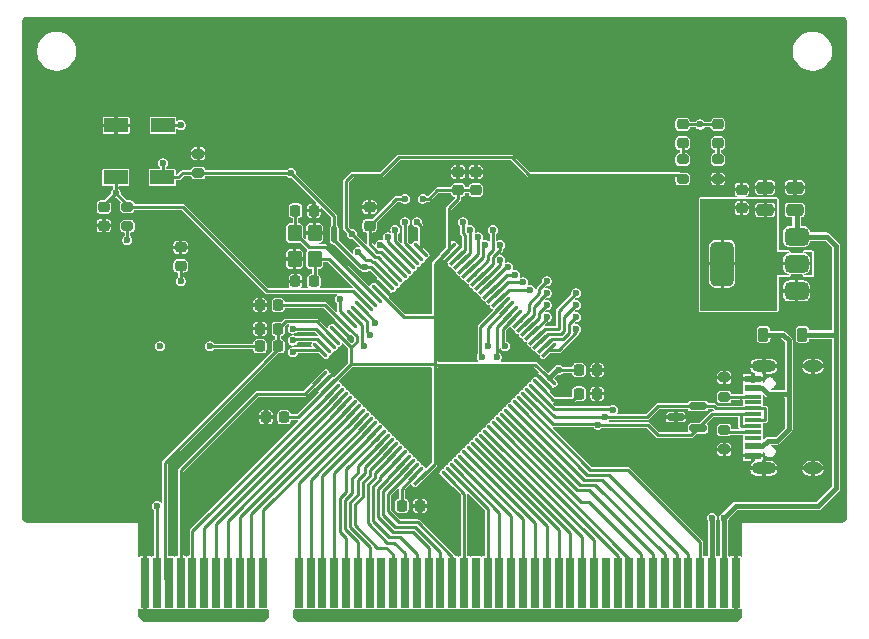
<source format=gtl>
%TF.GenerationSoftware,KiCad,Pcbnew,9.0.4+dfsg-1*%
%TF.CreationDate,2025-10-04T09:30:26+08:00*%
%TF.ProjectId,stmw-mcu-stm32f407,73746d77-2d6d-4637-952d-73746d333266,a*%
%TF.SameCoordinates,Original*%
%TF.FileFunction,Copper,L1,Top*%
%TF.FilePolarity,Positive*%
%FSLAX45Y45*%
G04 Gerber Fmt 4.5, Leading zero omitted, Abs format (unit mm)*
G04 Created by KiCad (PCBNEW 9.0.4+dfsg-1) date 2025-10-04 09:30:26*
%MOMM*%
%LPD*%
G01*
G04 APERTURE LIST*
G04 Aperture macros list*
%AMRoundRect*
0 Rectangle with rounded corners*
0 $1 Rounding radius*
0 $2 $3 $4 $5 $6 $7 $8 $9 X,Y pos of 4 corners*
0 Add a 4 corners polygon primitive as box body*
4,1,4,$2,$3,$4,$5,$6,$7,$8,$9,$2,$3,0*
0 Add four circle primitives for the rounded corners*
1,1,$1+$1,$2,$3*
1,1,$1+$1,$4,$5*
1,1,$1+$1,$6,$7*
1,1,$1+$1,$8,$9*
0 Add four rect primitives between the rounded corners*
20,1,$1+$1,$2,$3,$4,$5,0*
20,1,$1+$1,$4,$5,$6,$7,0*
20,1,$1+$1,$6,$7,$8,$9,0*
20,1,$1+$1,$8,$9,$2,$3,0*%
G04 Aperture macros list end*
%TA.AperFunction,EtchedComponent*%
%ADD10C,0.000000*%
%TD*%
%TA.AperFunction,ConnectorPad*%
%ADD11R,0.700000X4.300000*%
%TD*%
%TA.AperFunction,SMDPad,CuDef*%
%ADD12R,1.450000X0.600000*%
%TD*%
%TA.AperFunction,SMDPad,CuDef*%
%ADD13R,1.450000X0.300000*%
%TD*%
%TA.AperFunction,ComponentPad*%
%ADD14O,2.100000X1.000000*%
%TD*%
%TA.AperFunction,ComponentPad*%
%ADD15O,1.600000X1.000000*%
%TD*%
%TA.AperFunction,SMDPad,CuDef*%
%ADD16RoundRect,0.225000X-0.225000X-0.250000X0.225000X-0.250000X0.225000X0.250000X-0.225000X0.250000X0*%
%TD*%
%TA.AperFunction,SMDPad,CuDef*%
%ADD17RoundRect,0.218750X0.256250X-0.218750X0.256250X0.218750X-0.256250X0.218750X-0.256250X-0.218750X0*%
%TD*%
%TA.AperFunction,SMDPad,CuDef*%
%ADD18RoundRect,0.250000X0.475000X-0.250000X0.475000X0.250000X-0.475000X0.250000X-0.475000X-0.250000X0*%
%TD*%
%TA.AperFunction,SMDPad,CuDef*%
%ADD19RoundRect,0.150000X0.587500X0.150000X-0.587500X0.150000X-0.587500X-0.150000X0.587500X-0.150000X0*%
%TD*%
%TA.AperFunction,SMDPad,CuDef*%
%ADD20C,0.500000*%
%TD*%
%TA.AperFunction,SMDPad,CuDef*%
%ADD21RoundRect,0.200000X0.275000X-0.200000X0.275000X0.200000X-0.275000X0.200000X-0.275000X-0.200000X0*%
%TD*%
%TA.AperFunction,SMDPad,CuDef*%
%ADD22RoundRect,0.075000X-0.565685X0.459619X0.459619X-0.565685X0.565685X-0.459619X-0.459619X0.565685X0*%
%TD*%
%TA.AperFunction,SMDPad,CuDef*%
%ADD23RoundRect,0.075000X-0.565685X-0.459619X-0.459619X-0.565685X0.565685X0.459619X0.459619X0.565685X0*%
%TD*%
%TA.AperFunction,SMDPad,CuDef*%
%ADD24RoundRect,0.200000X-0.275000X0.200000X-0.275000X-0.200000X0.275000X-0.200000X0.275000X0.200000X0*%
%TD*%
%TA.AperFunction,SMDPad,CuDef*%
%ADD25RoundRect,0.250000X-0.350000X0.450000X-0.350000X-0.450000X0.350000X-0.450000X0.350000X0.450000X0*%
%TD*%
%TA.AperFunction,SMDPad,CuDef*%
%ADD26RoundRect,0.225000X0.250000X-0.225000X0.250000X0.225000X-0.250000X0.225000X-0.250000X-0.225000X0*%
%TD*%
%TA.AperFunction,SMDPad,CuDef*%
%ADD27RoundRect,0.225000X0.225000X0.250000X-0.225000X0.250000X-0.225000X-0.250000X0.225000X-0.250000X0*%
%TD*%
%TA.AperFunction,SMDPad,CuDef*%
%ADD28RoundRect,0.225000X-0.250000X0.225000X-0.250000X-0.225000X0.250000X-0.225000X0.250000X0.225000X0*%
%TD*%
%TA.AperFunction,SMDPad,CuDef*%
%ADD29RoundRect,0.375000X0.625000X0.375000X-0.625000X0.375000X-0.625000X-0.375000X0.625000X-0.375000X0*%
%TD*%
%TA.AperFunction,SMDPad,CuDef*%
%ADD30RoundRect,0.500000X0.500000X1.400000X-0.500000X1.400000X-0.500000X-1.400000X0.500000X-1.400000X0*%
%TD*%
%TA.AperFunction,SMDPad,CuDef*%
%ADD31R,2.000000X1.200000*%
%TD*%
%TA.AperFunction,SMDPad,CuDef*%
%ADD32RoundRect,0.225000X0.225000X0.375000X-0.225000X0.375000X-0.225000X-0.375000X0.225000X-0.375000X0*%
%TD*%
%TA.AperFunction,SMDPad,CuDef*%
%ADD33RoundRect,0.218750X-0.218750X-0.256250X0.218750X-0.256250X0.218750X0.256250X-0.218750X0.256250X0*%
%TD*%
%TA.AperFunction,ViaPad*%
%ADD34C,0.600000*%
%TD*%
%TA.AperFunction,Conductor*%
%ADD35C,0.228600*%
%TD*%
%TA.AperFunction,Conductor*%
%ADD36C,0.457200*%
%TD*%
%TA.AperFunction,Conductor*%
%ADD37C,0.381000*%
%TD*%
G04 APERTURE END LIST*
D10*
%TA.AperFunction,EtchedComponent*%
%TO.C,NT1*%
G36*
X14175000Y-8850000D02*
G01*
X14125000Y-8850000D01*
X14125000Y-8750000D01*
X14175000Y-8750000D01*
X14175000Y-8850000D01*
G37*
%TD.AperFunction*%
%TD*%
D11*
%TO.P,J1,B1,GND*%
%TO.N,GND*%
X12550000Y-11750000D03*
%TO.P,J1,B2,BO0*%
%TO.N,HBO0*%
X12650000Y-11750000D03*
%TO.P,J1,B3,VA*%
%TO.N,VA*%
X12750000Y-11750000D03*
%TO.P,J1,B4,PA3*%
%TO.N,PA3*%
X12850000Y-11750000D03*
%TO.P,J1,B5,PA4*%
%TO.N,PA4*%
X12950000Y-11750000D03*
%TO.P,J1,B6,PA5*%
%TO.N,PA5*%
X13050000Y-11750000D03*
%TO.P,J1,B7,PA6*%
%TO.N,PA6*%
X13150000Y-11750000D03*
%TO.P,J1,B8,PA7*%
%TO.N,PA7*%
X13250000Y-11750000D03*
%TO.P,J1,B9,PC4*%
%TO.N,PC4*%
X13350000Y-11750000D03*
%TO.P,J1,B10,PC5*%
%TO.N,PC5*%
X13450000Y-11750000D03*
%TO.P,J1,B11,PB0*%
%TO.N,PB0*%
X13550000Y-11750000D03*
%TO.P,J1,B12,PB1*%
%TO.N,PB1*%
X13850000Y-11750000D03*
%TO.P,J1,B13,PB2*%
%TO.N,PB2*%
X13950000Y-11750000D03*
%TO.P,J1,B14,PE7*%
%TO.N,PE7*%
X14050000Y-11750000D03*
%TO.P,J1,B15,PE8*%
%TO.N,PE8*%
X14150000Y-11750000D03*
%TO.P,J1,B16,PE9*%
%TO.N,PE9*%
X14250000Y-11750000D03*
%TO.P,J1,B17,PE10*%
%TO.N,PE10*%
X14350000Y-11750000D03*
%TO.P,J1,B18,PE11*%
%TO.N,PE11*%
X14450000Y-11750000D03*
%TO.P,J1,B19,U2*%
%TO.N,U2*%
X14550000Y-11750000D03*
%TO.P,J1,B20,PE12*%
%TO.N,PE12*%
X14650000Y-11750000D03*
%TO.P,J1,B21,PE13*%
%TO.N,PE13*%
X14750000Y-11750000D03*
%TO.P,J1,B22,PE14*%
%TO.N,PE14*%
X14850000Y-11750000D03*
%TO.P,J1,B23,PE15*%
%TO.N,PE15*%
X14950000Y-11750000D03*
%TO.P,J1,B24,PB10*%
%TO.N,PB10*%
X15050000Y-11750000D03*
%TO.P,J1,B25,PB11*%
%TO.N,PB11*%
X15150000Y-11750000D03*
%TO.P,J1,B26,PB12*%
%TO.N,PB12*%
X15250000Y-11750000D03*
%TO.P,J1,B27,U4*%
%TO.N,U4*%
X15350000Y-11750000D03*
%TO.P,J1,B28,PB13*%
%TO.N,PB13*%
X15450000Y-11750000D03*
%TO.P,J1,B29,PB14*%
%TO.N,PB14*%
X15550000Y-11750000D03*
%TO.P,J1,B30,PB15*%
%TO.N,PB15*%
X15650000Y-11750000D03*
%TO.P,J1,B31,PD8*%
%TO.N,PD8*%
X15750000Y-11750000D03*
%TO.P,J1,B32,PD9*%
%TO.N,PD9*%
X15850000Y-11750000D03*
%TO.P,J1,B33,PD10*%
%TO.N,PD10*%
X15950000Y-11750000D03*
%TO.P,J1,B34,PD11*%
%TO.N,PD11*%
X16050000Y-11750000D03*
%TO.P,J1,B35,PD12*%
%TO.N,PD12*%
X16150000Y-11750000D03*
%TO.P,J1,B36,PD13*%
%TO.N,PD13*%
X16250000Y-11750000D03*
%TO.P,J1,B37,PD14*%
%TO.N,PD14*%
X16350000Y-11750000D03*
%TO.P,J1,B38,U6*%
%TO.N,U6*%
X16450000Y-11750000D03*
%TO.P,J1,B39,PD15*%
%TO.N,PD15*%
X16550000Y-11750000D03*
%TO.P,J1,B40,PC6*%
%TO.N,PC6*%
X16650000Y-11750000D03*
%TO.P,J1,B41,PC7*%
%TO.N,PC7*%
X16750000Y-11750000D03*
%TO.P,J1,B42,PC8*%
%TO.N,PC8*%
X16850000Y-11750000D03*
%TO.P,J1,B43,PC9*%
%TO.N,PC9*%
X16950000Y-11750000D03*
%TO.P,J1,B44,PA8*%
%TO.N,PA8*%
X17050000Y-11750000D03*
%TO.P,J1,B45,PA9*%
%TO.N,PA9*%
X17150000Y-11750000D03*
%TO.P,J1,B46,PA10*%
%TO.N,PA10*%
X17250000Y-11750000D03*
%TO.P,J1,B47,3V3*%
%TO.N,+3V3*%
X17350000Y-11750000D03*
%TO.P,J1,B48,5V*%
%TO.N,+5V*%
X17450000Y-11750000D03*
%TO.P,J1,B49,GND*%
%TO.N,GND*%
X17550000Y-11750000D03*
%TD*%
D12*
%TO.P,J2,A1,GND*%
%TO.N,GND*%
X17695500Y-10675000D03*
%TO.P,J2,A4,VBUS*%
%TO.N,VBUS*%
X17695500Y-10595000D03*
D13*
%TO.P,J2,A5,CC1*%
%TO.N,Net-(J2-CC1)*%
X17695500Y-10475000D03*
%TO.P,J2,A6,D+*%
%TO.N,PA12*%
X17695500Y-10375000D03*
%TO.P,J2,A7,D-*%
%TO.N,PA11*%
X17695500Y-10325000D03*
%TO.P,J2,A8,SBU1*%
%TO.N,unconnected-(J2-SBU1-PadA8)*%
X17695500Y-10225000D03*
D12*
%TO.P,J2,A9,VBUS*%
%TO.N,VBUS*%
X17695500Y-10105000D03*
%TO.P,J2,A12,GND*%
%TO.N,GND*%
X17695500Y-10025000D03*
%TO.P,J2,B1,GND*%
X17695500Y-10025000D03*
%TO.P,J2,B4,VBUS*%
%TO.N,VBUS*%
X17695500Y-10105000D03*
D13*
%TO.P,J2,B5,CC2*%
%TO.N,Net-(J2-CC2)*%
X17695500Y-10175000D03*
%TO.P,J2,B6,D+*%
%TO.N,PA12*%
X17695500Y-10275000D03*
%TO.P,J2,B7,D-*%
%TO.N,PA11*%
X17695500Y-10425000D03*
%TO.P,J2,B8,SBU2*%
%TO.N,unconnected-(J2-SBU2-PadB8)*%
X17695500Y-10525000D03*
D12*
%TO.P,J2,B9,VBUS*%
%TO.N,VBUS*%
X17695500Y-10595000D03*
%TO.P,J2,B12,GND*%
%TO.N,GND*%
X17695500Y-10675000D03*
D14*
%TO.P,J2,S1,SHIELD*%
X17787000Y-10782000D03*
D15*
X18205000Y-10782000D03*
D14*
X17787000Y-9918000D03*
D15*
X18205000Y-9918000D03*
%TD*%
D16*
%TO.P,C14,1*%
%TO.N,Net-(U3-VCAP_2)*%
X16222500Y-10150000D03*
%TO.P,C14,2*%
%TO.N,GND*%
X16377500Y-10150000D03*
%TD*%
%TO.P,C11,1*%
%TO.N,Net-(U3-PH0)*%
X13822500Y-8600000D03*
%TO.P,C11,2*%
%TO.N,GND*%
X13977500Y-8600000D03*
%TD*%
D17*
%TO.P,D3,1,K*%
%TO.N,Net-(D3-K)*%
X17400000Y-8028750D03*
%TO.P,D3,2,A*%
%TO.N,+3V3*%
X17400000Y-7871250D03*
%TD*%
D18*
%TO.P,C1,1*%
%TO.N,+5V*%
X18050000Y-8595000D03*
%TO.P,C1,2*%
%TO.N,GND*%
X18050000Y-8405000D03*
%TD*%
D19*
%TO.P,D1,1,K*%
%TO.N,PA11*%
X17230250Y-10445000D03*
%TO.P,D1,2,K*%
%TO.N,PA12*%
X17230250Y-10255000D03*
%TO.P,D1,3,A*%
%TO.N,GND*%
X17042750Y-10350000D03*
%TD*%
D20*
%TO.P,NT1,1,1*%
%TO.N,BO0*%
X14150000Y-8750000D03*
%TO.P,NT1,2,2*%
%TO.N,PC15*%
X14150000Y-8850000D03*
%TD*%
D21*
%TO.P,R1,1*%
%TO.N,GND*%
X17454000Y-10623000D03*
%TO.P,R1,2*%
%TO.N,Net-(J2-CC1)*%
X17454000Y-10458000D03*
%TD*%
D22*
%TO.P,U3,1,PE2*%
%TO.N,PE2*%
X14881560Y-8933032D03*
%TO.P,U3,2,PE3*%
%TO.N,PE3*%
X14846204Y-8968387D03*
%TO.P,U3,3,PE4*%
%TO.N,PE4*%
X14810849Y-9003742D03*
%TO.P,U3,4,PE5*%
%TO.N,PE5*%
X14775494Y-9039098D03*
%TO.P,U3,5,PE6*%
%TO.N,PE6*%
X14740138Y-9074453D03*
%TO.P,U3,6,VBAT*%
%TO.N,VBAT*%
X14704783Y-9109808D03*
%TO.P,U3,7,PC13*%
%TO.N,PC13*%
X14669428Y-9145164D03*
%TO.P,U3,8,PC14*%
%TO.N,PC14*%
X14634072Y-9180519D03*
%TO.P,U3,9,PC15*%
%TO.N,PC15*%
X14598717Y-9215874D03*
%TO.P,U3,10,VSS*%
%TO.N,GND*%
X14563362Y-9251230D03*
%TO.P,U3,11,VDD*%
%TO.N,+3V3*%
X14528006Y-9286585D03*
%TO.P,U3,12,PH0*%
%TO.N,Net-(U3-PH0)*%
X14492651Y-9321940D03*
%TO.P,U3,13,PH1*%
%TO.N,Net-(U3-PH1)*%
X14457295Y-9357296D03*
%TO.P,U3,14,NRST*%
%TO.N,NRST*%
X14421940Y-9392651D03*
%TO.P,U3,15,PC0*%
%TO.N,PC0*%
X14386585Y-9428006D03*
%TO.P,U3,16,PC1*%
%TO.N,PC1*%
X14351229Y-9463362D03*
%TO.P,U3,17,PC2*%
%TO.N,PC2*%
X14315874Y-9498717D03*
%TO.P,U3,18,PC3*%
%TO.N,PC3*%
X14280519Y-9534072D03*
%TO.P,U3,19,VDD*%
%TO.N,+3V3*%
X14245163Y-9569428D03*
%TO.P,U3,20,VSSA*%
%TO.N,GND*%
X14209808Y-9604783D03*
%TO.P,U3,21,VREF+*%
%TO.N,+3V3*%
X14174453Y-9640138D03*
%TO.P,U3,22,VDDA*%
%TO.N,VA*%
X14139097Y-9675494D03*
%TO.P,U3,23,PA0*%
%TO.N,PA0*%
X14103742Y-9710849D03*
%TO.P,U3,24,PA1*%
%TO.N,PA1*%
X14068387Y-9746204D03*
%TO.P,U3,25,PA2*%
%TO.N,PA2*%
X14033031Y-9781560D03*
D23*
%TO.P,U3,26,PA3*%
%TO.N,PA3*%
X14033031Y-10018440D03*
%TO.P,U3,27,VSS*%
%TO.N,GND*%
X14068387Y-10053796D03*
%TO.P,U3,28,VDD*%
%TO.N,+3V3*%
X14103742Y-10089151D03*
%TO.P,U3,29,PA4*%
%TO.N,PA4*%
X14139097Y-10124506D03*
%TO.P,U3,30,PA5*%
%TO.N,PA5*%
X14174453Y-10159862D03*
%TO.P,U3,31,PA6*%
%TO.N,PA6*%
X14209808Y-10195217D03*
%TO.P,U3,32,PA7*%
%TO.N,PA7*%
X14245163Y-10230572D03*
%TO.P,U3,33,PC4*%
%TO.N,PC4*%
X14280519Y-10265928D03*
%TO.P,U3,34,PC5*%
%TO.N,PC5*%
X14315874Y-10301283D03*
%TO.P,U3,35,PB0*%
%TO.N,PB0*%
X14351229Y-10336638D03*
%TO.P,U3,36,PB1*%
%TO.N,PB1*%
X14386585Y-10371994D03*
%TO.P,U3,37,PB2*%
%TO.N,PB2*%
X14421940Y-10407349D03*
%TO.P,U3,38,PE7*%
%TO.N,PE7*%
X14457295Y-10442705D03*
%TO.P,U3,39,PE8*%
%TO.N,PE8*%
X14492651Y-10478060D03*
%TO.P,U3,40,PE9*%
%TO.N,PE9*%
X14528006Y-10513415D03*
%TO.P,U3,41,PE10*%
%TO.N,PE10*%
X14563362Y-10548771D03*
%TO.P,U3,42,PE11*%
%TO.N,PE11*%
X14598717Y-10584126D03*
%TO.P,U3,43,PE12*%
%TO.N,PE12*%
X14634072Y-10619481D03*
%TO.P,U3,44,PE13*%
%TO.N,PE13*%
X14669428Y-10654837D03*
%TO.P,U3,45,PE14*%
%TO.N,PE14*%
X14704783Y-10690192D03*
%TO.P,U3,46,PE15*%
%TO.N,PE15*%
X14740138Y-10725547D03*
%TO.P,U3,47,PB10*%
%TO.N,PB10*%
X14775494Y-10760903D03*
%TO.P,U3,48,PB11*%
%TO.N,PB11*%
X14810849Y-10796258D03*
%TO.P,U3,49,VCAP_1*%
%TO.N,Net-(U3-VCAP_1)*%
X14846204Y-10831613D03*
%TO.P,U3,50,VDD*%
%TO.N,+3V3*%
X14881560Y-10866969D03*
D22*
%TO.P,U3,51,PB12*%
%TO.N,PB12*%
X15118440Y-10866969D03*
%TO.P,U3,52,PB13*%
%TO.N,PB13*%
X15153796Y-10831613D03*
%TO.P,U3,53,PB14*%
%TO.N,PB14*%
X15189151Y-10796258D03*
%TO.P,U3,54,PB15*%
%TO.N,PB15*%
X15224506Y-10760903D03*
%TO.P,U3,55,PD8*%
%TO.N,PD8*%
X15259862Y-10725547D03*
%TO.P,U3,56,PD9*%
%TO.N,PD9*%
X15295217Y-10690192D03*
%TO.P,U3,57,PD10*%
%TO.N,PD10*%
X15330572Y-10654837D03*
%TO.P,U3,58,PD11*%
%TO.N,PD11*%
X15365928Y-10619481D03*
%TO.P,U3,59,PD12*%
%TO.N,PD12*%
X15401283Y-10584126D03*
%TO.P,U3,60,PD13*%
%TO.N,PD13*%
X15436638Y-10548771D03*
%TO.P,U3,61,PD14*%
%TO.N,PD14*%
X15471994Y-10513415D03*
%TO.P,U3,62,PD15*%
%TO.N,PD15*%
X15507349Y-10478060D03*
%TO.P,U3,63,PC6*%
%TO.N,PC6*%
X15542704Y-10442705D03*
%TO.P,U3,64,PC7*%
%TO.N,PC7*%
X15578060Y-10407349D03*
%TO.P,U3,65,PC8*%
%TO.N,PC8*%
X15613415Y-10371994D03*
%TO.P,U3,66,PC9*%
%TO.N,PC9*%
X15648770Y-10336638D03*
%TO.P,U3,67,PA8*%
%TO.N,PA8*%
X15684126Y-10301283D03*
%TO.P,U3,68,PA9*%
%TO.N,PA9*%
X15719481Y-10265928D03*
%TO.P,U3,69,PA10*%
%TO.N,PA10*%
X15754836Y-10230572D03*
%TO.P,U3,70,PA11*%
%TO.N,PA11*%
X15790192Y-10195217D03*
%TO.P,U3,71,PA12*%
%TO.N,PA12*%
X15825547Y-10159862D03*
%TO.P,U3,72,PA13*%
%TO.N,PA13*%
X15860902Y-10124506D03*
%TO.P,U3,73,VCAP_2*%
%TO.N,Net-(U3-VCAP_2)*%
X15896258Y-10089151D03*
%TO.P,U3,74,VSS*%
%TO.N,GND*%
X15931613Y-10053796D03*
%TO.P,U3,75,VDD*%
%TO.N,+3V3*%
X15966968Y-10018440D03*
D23*
%TO.P,U3,76,PA14*%
%TO.N,PA14*%
X15966968Y-9781560D03*
%TO.P,U3,77,PA15*%
%TO.N,PA15*%
X15931613Y-9746204D03*
%TO.P,U3,78,PC10*%
%TO.N,PC10*%
X15896258Y-9710849D03*
%TO.P,U3,79,PC11*%
%TO.N,PC11*%
X15860902Y-9675494D03*
%TO.P,U3,80,PC12*%
%TO.N,PC12*%
X15825547Y-9640138D03*
%TO.P,U3,81,PD0*%
%TO.N,PD0*%
X15790192Y-9604783D03*
%TO.P,U3,82,PD1*%
%TO.N,PD1*%
X15754836Y-9569428D03*
%TO.P,U3,83,PD2*%
%TO.N,PD2*%
X15719481Y-9534072D03*
%TO.P,U3,84,PD3*%
%TO.N,PD3*%
X15684126Y-9498717D03*
%TO.P,U3,85,PD4*%
%TO.N,PD4*%
X15648770Y-9463362D03*
%TO.P,U3,86,PD5*%
%TO.N,PD5*%
X15613415Y-9428006D03*
%TO.P,U3,87,PD6*%
%TO.N,PD6*%
X15578060Y-9392651D03*
%TO.P,U3,88,PD7*%
%TO.N,PD7*%
X15542704Y-9357296D03*
%TO.P,U3,89,PB3*%
%TO.N,PB3*%
X15507349Y-9321940D03*
%TO.P,U3,90,PB4*%
%TO.N,PB4*%
X15471994Y-9286585D03*
%TO.P,U3,91,PB5*%
%TO.N,PB5*%
X15436638Y-9251230D03*
%TO.P,U3,92,PB6*%
%TO.N,PB6*%
X15401283Y-9215874D03*
%TO.P,U3,93,PB7*%
%TO.N,PB7*%
X15365928Y-9180519D03*
%TO.P,U3,94,BOOT0*%
%TO.N,BO0*%
X15330572Y-9145164D03*
%TO.P,U3,95,PB8*%
%TO.N,PB8*%
X15295217Y-9109808D03*
%TO.P,U3,96,PB9*%
%TO.N,PB9*%
X15259862Y-9074453D03*
%TO.P,U3,97,PE0*%
%TO.N,PE0*%
X15224506Y-9039098D03*
%TO.P,U3,98,PE1*%
%TO.N,PE1*%
X15189151Y-9003742D03*
%TO.P,U3,99,VSS*%
%TO.N,GND*%
X15153796Y-8968387D03*
%TO.P,U3,100,VDD*%
%TO.N,+3V3*%
X15118440Y-8933032D03*
%TD*%
D21*
%TO.P,R3,1*%
%TO.N,+3V3*%
X12400000Y-8732500D03*
%TO.P,R3,2*%
%TO.N,NRST*%
X12400000Y-8567500D03*
%TD*%
D24*
%TO.P,R2,1*%
%TO.N,GND*%
X17454000Y-10013500D03*
%TO.P,R2,2*%
%TO.N,Net-(J2-CC2)*%
X17454000Y-10178500D03*
%TD*%
D25*
%TO.P,Y1,1,1*%
%TO.N,Net-(U3-PH0)*%
X13815000Y-8790000D03*
%TO.P,Y1,2,2*%
%TO.N,GND*%
X13815000Y-9010000D03*
%TO.P,Y1,3,3*%
%TO.N,Net-(U3-PH1)*%
X13985000Y-9010000D03*
%TO.P,Y1,4,4*%
%TO.N,GND*%
X13985000Y-8790000D03*
%TD*%
D24*
%TO.P,R5,1*%
%TO.N,Net-(D3-K)*%
X17400000Y-8167500D03*
%TO.P,R5,2*%
%TO.N,GND*%
X17400000Y-8332500D03*
%TD*%
D26*
%TO.P,C2,1*%
%TO.N,VBAT*%
X14450000Y-8727500D03*
%TO.P,C2,2*%
%TO.N,GND*%
X14450000Y-8572500D03*
%TD*%
D27*
%TO.P,C9,1*%
%TO.N,VA*%
X13677500Y-9600000D03*
%TO.P,C9,2*%
%TO.N,GND*%
X13522500Y-9600000D03*
%TD*%
D28*
%TO.P,C6,1*%
%TO.N,NRST*%
X12200000Y-8572500D03*
%TO.P,C6,2*%
%TO.N,GND*%
X12200000Y-8727500D03*
%TD*%
D24*
%TO.P,R6,1*%
%TO.N,Net-(D4-K)*%
X17100000Y-8167500D03*
%TO.P,R6,2*%
%TO.N,PC13*%
X17100000Y-8332500D03*
%TD*%
D27*
%TO.P,C10,1*%
%TO.N,+3V3*%
X13727500Y-10350000D03*
%TO.P,C10,2*%
%TO.N,GND*%
X13572500Y-10350000D03*
%TD*%
%TO.P,C13,1*%
%TO.N,Net-(U3-PH1)*%
X13977500Y-9200000D03*
%TO.P,C13,2*%
%TO.N,GND*%
X13822500Y-9200000D03*
%TD*%
D18*
%TO.P,C3,1*%
%TO.N,+3V3*%
X17800000Y-8595000D03*
%TO.P,C3,2*%
%TO.N,GND*%
X17800000Y-8405000D03*
%TD*%
D29*
%TO.P,U1,1,GND*%
%TO.N,GND*%
X18065000Y-9280000D03*
%TO.P,U1,2,VO*%
%TO.N,+3V3*%
X18065000Y-9050000D03*
D30*
X17435000Y-9050000D03*
D29*
%TO.P,U1,3,VI*%
%TO.N,+5V*%
X18065000Y-8820000D03*
%TD*%
D16*
%TO.P,C12,1*%
%TO.N,Net-(U3-VCAP_1)*%
X14722500Y-11100000D03*
%TO.P,C12,2*%
%TO.N,GND*%
X14877500Y-11100000D03*
%TD*%
D26*
%TO.P,C7,1*%
%TO.N,+3V3*%
X12850000Y-9067000D03*
%TO.P,C7,2*%
%TO.N,GND*%
X12850000Y-8912000D03*
%TD*%
D31*
%TO.P,SW1,1,1*%
%TO.N,GND*%
X12305000Y-7880000D03*
%TO.P,SW1,2,2*%
%TO.N,NRST*%
X12300000Y-8320000D03*
%TD*%
D16*
%TO.P,C15,1*%
%TO.N,+3V3*%
X16222500Y-9950000D03*
%TO.P,C15,2*%
%TO.N,GND*%
X16377500Y-9950000D03*
%TD*%
D26*
%TO.P,C16,1*%
%TO.N,+3V3*%
X15200000Y-8427500D03*
%TO.P,C16,2*%
%TO.N,GND*%
X15200000Y-8272500D03*
%TD*%
D27*
%TO.P,C8,1*%
%TO.N,+3V3*%
X13677500Y-9400000D03*
%TO.P,C8,2*%
%TO.N,GND*%
X13522500Y-9400000D03*
%TD*%
D26*
%TO.P,C4,1*%
%TO.N,+3V3*%
X17600000Y-8577500D03*
%TO.P,C4,2*%
%TO.N,GND*%
X17600000Y-8422500D03*
%TD*%
D32*
%TO.P,D2,1,K*%
%TO.N,+5V*%
X18115000Y-9650000D03*
%TO.P,D2,2,A*%
%TO.N,VBUS*%
X17785000Y-9650000D03*
%TD*%
D33*
%TO.P,FB1,1*%
%TO.N,VDDA*%
X13521250Y-9750000D03*
%TO.P,FB1,2*%
%TO.N,VA*%
X13678750Y-9750000D03*
%TD*%
D21*
%TO.P,R4,1*%
%TO.N,BO0*%
X13000000Y-8282500D03*
%TO.P,R4,2*%
%TO.N,GND*%
X13000000Y-8117500D03*
%TD*%
D31*
%TO.P,SW2,1,1*%
%TO.N,BO0*%
X12695000Y-8320000D03*
%TO.P,SW2,2,2*%
%TO.N,+3V3*%
X12700000Y-7880000D03*
%TD*%
D26*
%TO.P,C5,1*%
%TO.N,+3V3*%
X15350000Y-8427500D03*
%TO.P,C5,2*%
%TO.N,GND*%
X15350000Y-8272500D03*
%TD*%
D17*
%TO.P,D4,1,K*%
%TO.N,Net-(D4-K)*%
X17100000Y-8028750D03*
%TO.P,D4,2,A*%
%TO.N,+3V3*%
X17100000Y-7871250D03*
%TD*%
D34*
%TO.N,PA14*%
X16200000Y-9600000D03*
%TO.N,PA2*%
X13800000Y-9800000D03*
%TO.N,PA1*%
X13800000Y-9700000D03*
%TO.N,PA0*%
X13800000Y-9600000D03*
%TO.N,PC0*%
X14500000Y-9550000D03*
%TO.N,PA13*%
X16510000Y-10287000D03*
%TO.N,+5V*%
X17450000Y-11200000D03*
%TO.N,GND*%
X11650000Y-8450000D03*
X18250000Y-9450000D03*
X12700000Y-8050000D03*
X11650000Y-8600000D03*
X15350000Y-11400000D03*
X17145000Y-11049000D03*
X14250000Y-10050000D03*
X11900000Y-8550000D03*
X12100000Y-7900000D03*
X18400000Y-11100000D03*
X17900000Y-10250000D03*
X14950000Y-10950000D03*
X13500000Y-10350000D03*
X16300000Y-10500000D03*
X17200000Y-10350000D03*
X16510000Y-10541000D03*
X17900000Y-10400000D03*
X14100000Y-9150000D03*
X17550000Y-11450000D03*
X17550000Y-11300000D03*
X18250000Y-9300000D03*
X11650000Y-8300000D03*
%TO.N,VBAT*%
X14750000Y-8500000D03*
%TO.N,+3V3*%
X12400000Y-8850000D03*
X14900000Y-8500000D03*
X17250000Y-7871250D03*
X12675000Y-9750000D03*
X17750000Y-9050000D03*
X17500000Y-8550000D03*
X17750000Y-8900000D03*
X12850000Y-9200000D03*
X16050000Y-9950000D03*
X17350000Y-11200000D03*
X17750000Y-9200000D03*
X12850000Y-7875000D03*
%TO.N,NRST*%
X12300000Y-8450000D03*
%TO.N,PA11*%
X16383000Y-10414000D03*
%TO.N,PA12*%
X16446500Y-10350500D03*
%TO.N,VDDA*%
X13100000Y-9750000D03*
%TO.N,PC15*%
X14414500Y-9080500D03*
%TO.N,BO0*%
X13784533Y-8282500D03*
X12700000Y-8200000D03*
X15494000Y-8763000D03*
%TO.N,HBO0*%
X12650000Y-11100000D03*
%TO.N,PC13*%
X14300000Y-8800000D03*
%TO.N,PA15*%
X16200000Y-9500000D03*
%TO.N,PC2*%
X14400000Y-9750000D03*
%TO.N,PE6*%
X14541500Y-8890000D03*
%TO.N,PC1*%
X14450000Y-9650000D03*
%TO.N,PC11*%
X16200000Y-9300000D03*
%TO.N,PD0*%
X15950000Y-9400000D03*
%TO.N,PE2*%
X14850000Y-8700000D03*
%TO.N,PB4*%
X15684500Y-9144000D03*
%TO.N,PB7*%
X15557500Y-8890000D03*
%TO.N,PC3*%
X14200000Y-9350000D03*
%TO.N,PB3*%
X15748000Y-9207500D03*
%TO.N,PC10*%
X16200000Y-9400000D03*
%TO.N,PE3*%
X14750000Y-8700000D03*
%TO.N,PD4*%
X15525750Y-9842500D03*
%TO.N,PE1*%
X15240000Y-8699500D03*
%TO.N,PB9*%
X15367000Y-8826500D03*
%TO.N,PB6*%
X15557500Y-9017000D03*
%TO.N,PD5*%
X15450000Y-9750000D03*
%TO.N,PD7*%
X15811500Y-9271000D03*
%TO.N,PB8*%
X15430500Y-8890000D03*
%TO.N,PC14*%
X14350000Y-8950000D03*
%TO.N,PD6*%
X15398750Y-9842500D03*
%TO.N,PB5*%
X15621000Y-9080500D03*
%TO.N,PE5*%
X14605000Y-8826500D03*
%TO.N,PC12*%
X15950000Y-9500000D03*
%TO.N,PD2*%
X15950000Y-9200000D03*
%TO.N,PD1*%
X15950000Y-9300000D03*
%TO.N,PE4*%
X14668500Y-8763000D03*
%TO.N,PD3*%
X15600000Y-9750000D03*
%TO.N,PE0*%
X15303500Y-8763000D03*
%TD*%
D35*
%TO.N,Net-(U3-PH0)*%
X13933470Y-8908470D02*
X14079181Y-8908470D01*
X14079181Y-8908470D02*
X14492651Y-9321940D01*
X13822500Y-8600000D02*
X13822500Y-8782500D01*
X13815000Y-8790000D02*
X13933470Y-8908470D01*
%TO.N,Net-(U3-PH1)*%
X14110000Y-9010000D02*
X14457295Y-9357296D01*
X13985000Y-9010000D02*
X13985000Y-9192500D01*
X13985000Y-9010000D02*
X14110000Y-9010000D01*
%TO.N,Net-(U3-VCAP_1)*%
X14846204Y-10831613D02*
X14722500Y-10955318D01*
X14722500Y-10955318D02*
X14722500Y-11100000D01*
%TO.N,Net-(U3-VCAP_2)*%
X16007107Y-10200000D02*
X16172500Y-10200000D01*
X16172500Y-10200000D02*
X16222500Y-10150000D01*
X15896258Y-10089151D02*
X16007107Y-10200000D01*
%TO.N,PA9*%
X16291413Y-10837860D02*
X16475720Y-10837860D01*
X15719481Y-10265928D02*
X16291413Y-10837860D01*
X16475720Y-10837860D02*
X17150000Y-11512140D01*
X17150000Y-11512140D02*
X17150000Y-11750000D01*
%TO.N,PA14*%
X15966968Y-9781560D02*
X16050280Y-9781560D01*
X16200000Y-9631840D02*
X16200000Y-9600000D01*
X16050280Y-9781560D02*
X16200000Y-9631840D01*
%TO.N,PA2*%
X13818440Y-9781560D02*
X14033031Y-9781560D01*
X13800000Y-9800000D02*
X13818440Y-9781560D01*
%TO.N,PA1*%
X14007997Y-9685814D02*
X14068387Y-9746204D01*
X13814186Y-9685814D02*
X14007997Y-9685814D01*
X13800000Y-9700000D02*
X13814186Y-9685814D01*
%TO.N,PA0*%
X13992893Y-9600000D02*
X14103742Y-9710849D01*
X13800000Y-9600000D02*
X13992893Y-9600000D01*
%TO.N,PC0*%
X14386585Y-9428006D02*
X14500000Y-9541421D01*
X14500000Y-9541421D02*
X14500000Y-9550000D01*
%TO.N,PA13*%
X15860902Y-10124506D02*
X16015426Y-10279030D01*
X16015426Y-10279030D02*
X16502030Y-10279030D01*
X16502030Y-10279030D02*
X16510000Y-10287000D01*
%TO.N,PA5*%
X13050000Y-11284314D02*
X13050000Y-11750000D01*
X14174453Y-10159862D02*
X13050000Y-11284314D01*
%TO.N,PA10*%
X17250000Y-11408000D02*
X17250000Y-11750000D01*
X16637000Y-10795000D02*
X17250000Y-11408000D01*
X16319264Y-10795000D02*
X16637000Y-10795000D01*
X15754836Y-10230572D02*
X16318964Y-10794700D01*
X16318964Y-10794700D02*
X16319264Y-10794700D01*
%TO.N,PA7*%
X14245163Y-10230572D02*
X13250000Y-11225736D01*
X13250000Y-11225736D02*
X13250000Y-11750000D01*
D36*
%TO.N,+5V*%
X18250000Y-11100000D02*
X17550000Y-11100000D01*
X17550000Y-11100000D02*
X17450000Y-11200000D01*
X17450000Y-11200000D02*
X17450000Y-11750000D01*
X18065000Y-8820000D02*
X18065000Y-8610000D01*
X18400000Y-10950000D02*
X18250000Y-11100000D01*
X18400000Y-9650000D02*
X18400000Y-10950000D01*
X18115000Y-9650000D02*
X18400000Y-9650000D01*
X18065000Y-8820000D02*
X18320000Y-8820000D01*
X18400000Y-8900000D02*
X18400000Y-9650000D01*
X18320000Y-8820000D02*
X18400000Y-8900000D01*
X18065000Y-8610000D02*
X18050000Y-8595000D01*
D35*
%TO.N,VBAT*%
X14750000Y-8500000D02*
X14677500Y-8500000D01*
X14450000Y-8885375D02*
X14450000Y-8727500D01*
X14677500Y-8500000D02*
X14450000Y-8727500D01*
X14546505Y-8951530D02*
X14516155Y-8951530D01*
X14704783Y-9109808D02*
X14546505Y-8951530D01*
X14516155Y-8951530D02*
X14450000Y-8885375D01*
%TO.N,+3V3*%
X15000000Y-9900000D02*
X14292893Y-9900000D01*
X15852558Y-9904030D02*
X15004030Y-9904030D01*
X14292893Y-9900000D02*
X14103742Y-10089151D01*
X15966968Y-10018440D02*
X15852558Y-9904030D01*
X17250000Y-7871250D02*
X17400000Y-7871250D01*
X15200000Y-8427500D02*
X15350000Y-8427500D01*
X12845000Y-7880000D02*
X12850000Y-7875000D01*
X15022500Y-8427500D02*
X15200000Y-8427500D01*
D37*
X16035409Y-9950000D02*
X15969903Y-10015506D01*
D35*
X12700000Y-7880000D02*
X12845000Y-7880000D01*
X14292893Y-9758579D02*
X14292893Y-9900000D01*
X14900000Y-8500000D02*
X14950000Y-8500000D01*
X15000000Y-9051472D02*
X15118440Y-8933032D01*
X15118440Y-8581560D02*
X15200000Y-8500000D01*
X14340819Y-9665083D02*
X14340819Y-9710654D01*
X14950000Y-8500000D02*
X15022500Y-8427500D01*
X17100000Y-7871250D02*
X17250000Y-7871250D01*
X15000000Y-10748528D02*
X14881560Y-10866969D01*
X14528006Y-9286585D02*
X14741421Y-9500000D01*
X12850000Y-9067000D02*
X12850000Y-9200000D01*
X15200000Y-8500000D02*
X15200000Y-8427500D01*
X15000000Y-9900000D02*
X15000000Y-10748528D01*
X14741421Y-9500000D02*
X15000000Y-9500000D01*
X15004030Y-9904030D02*
X15000000Y-9900000D01*
X14340819Y-9710654D02*
X14292893Y-9758579D01*
X14075736Y-9400000D02*
X14245163Y-9569428D01*
X13842893Y-10350000D02*
X13727500Y-10350000D01*
X14103742Y-10089151D02*
X13842893Y-10350000D01*
X14174453Y-9640138D02*
X14292893Y-9758579D01*
X14245163Y-9569428D02*
X14340819Y-9665083D01*
D36*
X17350000Y-11200000D02*
X17350000Y-11750000D01*
D37*
X16050000Y-9950000D02*
X16035409Y-9950000D01*
D35*
X13677500Y-9400000D02*
X14075736Y-9400000D01*
X15118440Y-8933032D02*
X15118440Y-8581560D01*
X16050000Y-9950000D02*
X16222500Y-9950000D01*
X15000000Y-9500000D02*
X15000000Y-9051472D01*
X15000000Y-9900000D02*
X15000000Y-9500000D01*
X12400000Y-8732500D02*
X12400000Y-8850000D01*
%TO.N,NRST*%
X13579030Y-9279030D02*
X14308319Y-9279030D01*
X12395000Y-8572500D02*
X12400000Y-8567500D01*
X12400000Y-8567500D02*
X12867500Y-8567500D01*
X12200000Y-8550000D02*
X12300000Y-8450000D01*
X12200000Y-8572500D02*
X12200000Y-8550000D01*
X12400000Y-8567500D02*
X12400000Y-8550000D01*
X12867500Y-8567500D02*
X13579030Y-9279030D01*
X12300000Y-8450000D02*
X12300000Y-8320000D01*
X12400000Y-8550000D02*
X12300000Y-8450000D01*
X14308319Y-9279030D02*
X14421940Y-9392651D01*
%TO.N,VA*%
X12716530Y-10733470D02*
X13678750Y-9771250D01*
X13677500Y-9600000D02*
X13677500Y-9748750D01*
X12716530Y-11716530D02*
X12716530Y-10733470D01*
X14002074Y-9538470D02*
X13739030Y-9538470D01*
X12750000Y-11750000D02*
X12716530Y-11716530D01*
X13739030Y-9538470D02*
X13677500Y-9600000D01*
X14139097Y-9675494D02*
X14002074Y-9538470D01*
%TO.N,PA11*%
X17591470Y-10421530D02*
X17594940Y-10425000D01*
X15790192Y-10195217D02*
X16005487Y-10410513D01*
X17350250Y-10325000D02*
X17695500Y-10325000D01*
X17594940Y-10325000D02*
X17591470Y-10328470D01*
X17594940Y-10425000D02*
X17695500Y-10425000D01*
X16383000Y-10414000D02*
X16379513Y-10410513D01*
X16383000Y-10414000D02*
X16805000Y-10414000D01*
X16805000Y-10414000D02*
X16891000Y-10500000D01*
X16891000Y-10500000D02*
X17175250Y-10500000D01*
X17695500Y-10325000D02*
X17594940Y-10325000D01*
X17591470Y-10328470D02*
X17591470Y-10421530D01*
X17175250Y-10500000D02*
X17230250Y-10445000D01*
X17230250Y-10445000D02*
X17350250Y-10325000D01*
X16379513Y-10410513D02*
X16005487Y-10410513D01*
%TO.N,PA12*%
X16446500Y-10350500D02*
X16799500Y-10350500D01*
X17695500Y-10375000D02*
X17796060Y-10375000D01*
X17365613Y-10255000D02*
X17385613Y-10275000D01*
X15825547Y-10159862D02*
X16016185Y-10350500D01*
X17230250Y-10255000D02*
X17365613Y-10255000D01*
X17796060Y-10375000D02*
X17799530Y-10371530D01*
X17799530Y-10371530D02*
X17799530Y-10278470D01*
X16016185Y-10350500D02*
X16446500Y-10350500D01*
X17796060Y-10275000D02*
X17695500Y-10275000D01*
X17385613Y-10275000D02*
X17695500Y-10275000D01*
X17799530Y-10278470D02*
X17796060Y-10275000D01*
X16895000Y-10255000D02*
X17230250Y-10255000D01*
X16799500Y-10350500D02*
X16895000Y-10255000D01*
D37*
%TO.N,VBUS*%
X17820601Y-10550000D02*
X17900000Y-10550000D01*
X17695500Y-10105000D02*
X17775601Y-10105000D01*
X17775601Y-10105000D02*
X17820601Y-10150000D01*
X17820601Y-10150000D02*
X18000000Y-10150000D01*
X17950000Y-9650000D02*
X17785000Y-9650000D01*
X17695500Y-10595000D02*
X17775601Y-10595000D01*
X17900000Y-10550000D02*
X18000000Y-10450000D01*
X18000000Y-9700000D02*
X17950000Y-9650000D01*
X17775601Y-10595000D02*
X17820601Y-10550000D01*
X18000000Y-10150000D02*
X18000000Y-9700000D01*
X18000000Y-10450000D02*
X18000000Y-10150000D01*
D35*
%TO.N,Net-(D3-K)*%
X17400000Y-8028750D02*
X17400000Y-8167500D01*
%TO.N,Net-(D4-K)*%
X17100000Y-8028750D02*
X17100000Y-8167500D01*
%TO.N,VDDA*%
X13100000Y-9750000D02*
X13521250Y-9750000D01*
%TO.N,PC15*%
X14380500Y-9080500D02*
X14150000Y-8850000D01*
X14598717Y-9215874D02*
X14463343Y-9080500D01*
X14414500Y-9080500D02*
X14380500Y-9080500D01*
X14463343Y-9080500D02*
X14414500Y-9080500D01*
%TO.N,Net-(J2-CC2)*%
X17571500Y-10178500D02*
X17454000Y-10178500D01*
X17695500Y-10175000D02*
X17575000Y-10175000D01*
X17575000Y-10175000D02*
X17571500Y-10178500D01*
%TO.N,Net-(J2-CC1)*%
X17695500Y-10475000D02*
X17471000Y-10475000D01*
%TO.N,BO0*%
X13784533Y-8282500D02*
X13000000Y-8282500D01*
X14150000Y-8750000D02*
X14150000Y-8647967D01*
X12830000Y-8320000D02*
X12695000Y-8320000D01*
X15494000Y-8932870D02*
X15494000Y-8763000D01*
X15453110Y-9022626D02*
X15453110Y-8973760D01*
X15330572Y-9145164D02*
X15453110Y-9022626D01*
X15453110Y-8973760D02*
X15494000Y-8932870D01*
X14150000Y-8647967D02*
X13784533Y-8282500D01*
X13000000Y-8282500D02*
X12867500Y-8282500D01*
X12700000Y-8200000D02*
X12700000Y-8315000D01*
X12867500Y-8282500D02*
X12830000Y-8320000D01*
%TO.N,HBO0*%
X12650000Y-11100000D02*
X12650000Y-11750000D01*
%TO.N,PC13*%
X14494390Y-8994390D02*
X14518654Y-8994390D01*
X17063470Y-8295970D02*
X17100000Y-8332500D01*
X14300000Y-8800000D02*
X14250000Y-8750000D01*
X14550000Y-8295970D02*
X14695970Y-8150000D01*
X14669428Y-9145164D02*
X14518654Y-8994390D01*
X14300000Y-8800000D02*
X14494390Y-8994390D01*
X15800000Y-8295970D02*
X17063470Y-8295970D01*
X15654030Y-8150000D02*
X15800000Y-8295970D01*
X14250000Y-8350000D02*
X14304030Y-8295970D01*
X14250000Y-8750000D02*
X14250000Y-8350000D01*
X14304030Y-8295970D02*
X14550000Y-8295970D01*
X14695970Y-8150000D02*
X15654030Y-8150000D01*
%TO.N,PA6*%
X13150000Y-11255025D02*
X13150000Y-11750000D01*
X14209808Y-10195217D02*
X13150000Y-11255025D01*
%TO.N,PA4*%
X14139097Y-10124506D02*
X12950000Y-11313604D01*
X12950000Y-11313604D02*
X12950000Y-11750000D01*
%TO.N,PA15*%
X16138470Y-9561530D02*
X16200000Y-9500000D01*
X15992097Y-9685720D02*
X16085506Y-9685720D01*
X16138470Y-9632756D02*
X16138470Y-9561530D01*
X15931613Y-9746204D02*
X15992097Y-9685720D01*
X16085506Y-9685720D02*
X16138470Y-9632756D01*
%TO.N,PA3*%
X14033031Y-10018440D02*
X13900736Y-10150736D01*
X13499264Y-10150736D02*
X12850000Y-10800000D01*
X12850000Y-10800000D02*
X12850000Y-11750000D01*
X13900736Y-10150736D02*
X13499264Y-10150736D01*
%TO.N,PA8*%
X16177843Y-10795000D02*
X16263563Y-10880720D01*
X17050000Y-11512140D02*
X17050000Y-11750000D01*
X15684126Y-10301283D02*
X16177543Y-10794700D01*
X16418580Y-10880720D02*
X17050000Y-11512140D01*
X16177543Y-10794700D02*
X16177843Y-10794700D01*
X16263563Y-10880720D02*
X16418580Y-10880720D01*
%TO.N,PC2*%
X14383679Y-9733679D02*
X14400000Y-9750000D01*
X14383679Y-9566521D02*
X14383679Y-9733679D01*
X14383679Y-9566521D02*
X14315874Y-9498717D01*
%TO.N,PE6*%
X14740138Y-9074453D02*
X14555685Y-8890000D01*
X14555685Y-8890000D02*
X14541500Y-8890000D01*
%TO.N,PB13*%
X15450000Y-11127818D02*
X15450000Y-11750000D01*
X15153796Y-10831613D02*
X15450000Y-11127818D01*
%TO.N,PC1*%
X14426639Y-9626639D02*
X14450000Y-9650000D01*
X14351229Y-9463362D02*
X14426639Y-9538771D01*
X14426639Y-9538771D02*
X14426639Y-9626639D01*
%TO.N,PB14*%
X15550000Y-11157107D02*
X15550000Y-11750000D01*
X15189151Y-10796258D02*
X15550000Y-11157107D01*
%TO.N,PB2*%
X13950000Y-11750000D02*
X13950000Y-10879289D01*
X13950000Y-10879289D02*
X14421940Y-10407349D01*
%TO.N,PC11*%
X15860902Y-9675494D02*
X15936396Y-9600000D01*
X16050000Y-9600000D02*
X16050000Y-9450000D01*
X15936396Y-9600000D02*
X16050000Y-9600000D01*
X16050000Y-9450000D02*
X16200000Y-9300000D01*
%TO.N,PD0*%
X15885720Y-9509255D02*
X15885720Y-9464280D01*
X15885720Y-9464280D02*
X15950000Y-9400000D01*
X15790192Y-9604783D02*
X15885720Y-9509255D01*
%TO.N,PB10*%
X14562140Y-10974256D02*
X14562140Y-11176747D01*
X14775494Y-10760903D02*
X14562140Y-10974256D01*
X14667753Y-11282360D02*
X14838360Y-11282360D01*
X15050000Y-11494000D02*
X15050000Y-11750000D01*
X14838360Y-11282360D02*
X15050000Y-11494000D01*
X14562140Y-11176747D02*
X14667753Y-11282360D01*
%TO.N,PE12*%
X14390700Y-11023734D02*
X14390700Y-10903243D01*
X14390700Y-10903243D02*
X14455780Y-10838163D01*
X14591660Y-11453800D02*
X14516234Y-11453800D01*
X14455780Y-10838163D02*
X14455780Y-10797773D01*
X14327200Y-11264766D02*
X14327200Y-11087234D01*
X14327200Y-11087234D02*
X14390700Y-11023734D01*
X14650000Y-11750000D02*
X14650000Y-11512140D01*
X14516234Y-11453800D02*
X14327200Y-11264766D01*
X14650000Y-11512140D02*
X14591660Y-11453800D01*
X14455780Y-10797773D02*
X14634072Y-10619481D01*
%TO.N,PD13*%
X16250000Y-11362132D02*
X16250000Y-11750000D01*
X15436638Y-10548771D02*
X16250000Y-11362132D01*
%TO.N,PC8*%
X16850000Y-11512140D02*
X16850000Y-11750000D01*
X16207861Y-10966440D02*
X16304300Y-10966440D01*
X16304300Y-10966440D02*
X16850000Y-11512140D01*
X15613415Y-10371994D02*
X16207861Y-10966440D01*
%TO.N,PC6*%
X15542704Y-10442705D02*
X16650000Y-11550000D01*
%TO.N,PD15*%
X15507349Y-10478060D02*
X16550000Y-11520711D01*
X16550000Y-11520711D02*
X16550000Y-11750000D01*
%TO.N,PE2*%
X14881560Y-8933032D02*
X14881560Y-8731560D01*
X14881560Y-8731560D02*
X14850000Y-8700000D01*
%TO.N,PB1*%
X13850000Y-11750000D02*
X13850000Y-10908579D01*
X13850000Y-10908579D02*
X14386585Y-10371994D01*
%TO.N,PE11*%
X14284340Y-11282519D02*
X14284340Y-11069481D01*
X14450000Y-11448179D02*
X14284340Y-11282519D01*
X14450000Y-11750000D02*
X14450000Y-11448179D01*
X14347840Y-11005981D02*
X14347840Y-10885490D01*
X14284340Y-11069481D02*
X14347840Y-11005981D01*
X14412920Y-10769923D02*
X14598717Y-10584126D01*
X14347840Y-10885490D02*
X14412920Y-10820410D01*
X14412920Y-10820410D02*
X14412920Y-10769923D01*
%TO.N,PE15*%
X14519280Y-11194500D02*
X14650000Y-11325220D01*
X14605000Y-10860686D02*
X14605000Y-10870783D01*
X14605000Y-10870783D02*
X14519280Y-10956503D01*
X14820607Y-11325220D02*
X14950000Y-11454613D01*
X14950000Y-11454613D02*
X14950000Y-11750000D01*
X14650000Y-11325220D02*
X14820607Y-11325220D01*
X14519280Y-10956503D02*
X14519280Y-11194500D01*
X14740138Y-10725547D02*
X14605000Y-10860686D01*
%TO.N,PB4*%
X15471994Y-9286585D02*
X15614579Y-9144000D01*
X15614579Y-9144000D02*
X15684500Y-9144000D01*
%TO.N,PB12*%
X15118440Y-10866969D02*
X15250000Y-10998528D01*
X15250000Y-10998528D02*
X15250000Y-11750000D01*
%TO.N,PE8*%
X14150000Y-10820711D02*
X14492651Y-10478060D01*
X14150000Y-11750000D02*
X14150000Y-10820711D01*
%TO.N,PB7*%
X15557500Y-8929983D02*
X15557500Y-8890000D01*
X15495970Y-8991513D02*
X15557500Y-8929983D01*
X15365928Y-9180519D02*
X15495970Y-9050477D01*
X15495970Y-9050477D02*
X15495970Y-8991513D01*
%TO.N,PD8*%
X15750000Y-11215685D02*
X15750000Y-11750000D01*
X15259862Y-10725547D02*
X15750000Y-11215685D01*
%TO.N,PC3*%
X14200000Y-9453553D02*
X14280519Y-9534072D01*
X14200000Y-9350000D02*
X14200000Y-9453553D01*
%TO.N,PD11*%
X16050000Y-11303553D02*
X16050000Y-11750000D01*
X15365928Y-10619481D02*
X16050000Y-11303553D01*
%TO.N,PE14*%
X14705940Y-11368080D02*
X14850000Y-11512140D01*
X14850000Y-11512140D02*
X14850000Y-11750000D01*
X14704783Y-10690192D02*
X14541500Y-10853475D01*
X14476420Y-11226747D02*
X14617753Y-11368080D01*
X14541500Y-10873670D02*
X14476420Y-10938750D01*
X14617753Y-11368080D02*
X14705940Y-11368080D01*
X14541500Y-10853475D02*
X14541500Y-10873670D01*
X14476420Y-10938750D02*
X14476420Y-11226747D01*
%TO.N,PE9*%
X14250000Y-10791421D02*
X14528006Y-10513415D01*
X14250000Y-11369406D02*
X14198620Y-11318026D01*
X14250000Y-11750000D02*
X14250000Y-11369406D01*
X14250000Y-10982594D02*
X14250000Y-10791421D01*
X14198620Y-11318026D02*
X14198620Y-11033974D01*
X14198620Y-11033974D02*
X14250000Y-10982594D01*
%TO.N,PB3*%
X15621789Y-9207500D02*
X15748000Y-9207500D01*
X15507349Y-9321940D02*
X15621789Y-9207500D01*
%TO.N,PE7*%
X14050000Y-11750000D02*
X14050000Y-10850000D01*
X14050000Y-10850000D02*
X14457295Y-10442705D01*
%TO.N,PD9*%
X15850000Y-11244975D02*
X15850000Y-11750000D01*
X15295217Y-10690192D02*
X15850000Y-11244975D01*
%TO.N,PC10*%
X15896258Y-9710849D02*
X15964247Y-9642860D01*
X16100000Y-9500000D02*
X16200000Y-9400000D01*
X16067753Y-9642860D02*
X16092860Y-9617753D01*
X16092860Y-9514247D02*
X16100000Y-9507107D01*
X16092860Y-9617753D02*
X16092860Y-9514247D01*
X15964247Y-9642860D02*
X16067753Y-9642860D01*
X16100000Y-9507107D02*
X16100000Y-9500000D01*
%TO.N,PE3*%
X14750000Y-8872183D02*
X14846204Y-8968387D01*
X14750000Y-8700000D02*
X14750000Y-8872183D01*
%TO.N,PD4*%
X15525750Y-9586382D02*
X15525750Y-9842500D01*
X15648770Y-9463362D02*
X15525750Y-9586382D01*
%TO.N,PC5*%
X14315874Y-10301283D02*
X13450000Y-11167157D01*
X13450000Y-11167157D02*
X13450000Y-11750000D01*
%TO.N,PE1*%
X15260540Y-8807057D02*
X15240000Y-8786517D01*
X15260540Y-8932353D02*
X15260540Y-8807057D01*
X15189151Y-9003742D02*
X15260540Y-8932353D01*
X15240000Y-8786517D02*
X15240000Y-8699500D01*
%TO.N,PB9*%
X15259862Y-9074453D02*
X15367000Y-8967315D01*
X15367000Y-8967315D02*
X15367000Y-8826500D01*
%TO.N,PB6*%
X15557500Y-9059657D02*
X15557500Y-9017000D01*
X15401283Y-9215874D02*
X15557500Y-9059657D01*
%TO.N,PE10*%
X14350000Y-11750000D02*
X14350000Y-11408792D01*
X14304980Y-10867737D02*
X14350000Y-10822717D01*
X14304980Y-10988228D02*
X14304980Y-10867737D01*
X14241480Y-11051728D02*
X14304980Y-10988228D01*
X14350000Y-10822717D02*
X14350000Y-10762132D01*
X14350000Y-11408792D02*
X14241480Y-11300272D01*
X14241480Y-11300272D02*
X14241480Y-11051728D01*
X14350000Y-10762132D02*
X14563362Y-10548771D01*
%TO.N,PD5*%
X15450000Y-9591421D02*
X15450000Y-9750000D01*
X15613415Y-9428006D02*
X15450000Y-9591421D01*
%TO.N,PC4*%
X13350000Y-11196447D02*
X13350000Y-11750000D01*
X14280519Y-10265928D02*
X13350000Y-11196447D01*
%TO.N,PD7*%
X15542704Y-9357296D02*
X15629000Y-9271000D01*
X15629000Y-9271000D02*
X15811500Y-9271000D01*
%TO.N,PB8*%
X15410250Y-8994775D02*
X15410250Y-8910250D01*
X15410250Y-8910250D02*
X15430500Y-8890000D01*
X15295217Y-9109808D02*
X15410250Y-8994775D01*
%TO.N,PB0*%
X13550000Y-11750000D02*
X13550000Y-11137868D01*
X13550000Y-11137868D02*
X14351229Y-10336638D01*
%TO.N,PC14*%
X14476637Y-9037250D02*
X14456387Y-9017000D01*
X14414500Y-9014500D02*
X14350000Y-8950000D01*
X14414500Y-9017000D02*
X14414500Y-9014500D01*
X14634072Y-9180519D02*
X14490803Y-9037250D01*
X14456387Y-9017000D02*
X14414500Y-9017000D01*
X14490803Y-9037250D02*
X14476637Y-9037250D01*
%TO.N,PD6*%
X15398750Y-9842500D02*
X15388470Y-9832220D01*
X15388470Y-9832220D02*
X15388470Y-9582241D01*
X15388470Y-9582241D02*
X15578060Y-9392651D01*
%TO.N,PB5*%
X15436638Y-9251230D02*
X15607368Y-9080500D01*
X15607368Y-9080500D02*
X15621000Y-9080500D01*
%TO.N,PB15*%
X15224506Y-10760903D02*
X15650000Y-11186396D01*
X15650000Y-11186396D02*
X15650000Y-11750000D01*
%TO.N,PD14*%
X15471994Y-10513415D02*
X16350000Y-11391421D01*
X16350000Y-11391421D02*
X16350000Y-11750000D01*
%TO.N,PC9*%
X16361440Y-10923580D02*
X16950000Y-11512140D01*
X15648770Y-10336638D02*
X16235712Y-10923580D01*
X16235712Y-10923580D02*
X16361440Y-10923580D01*
X16950000Y-11512140D02*
X16950000Y-11750000D01*
%TO.N,PB11*%
X14605000Y-11144500D02*
X14700000Y-11239500D01*
X14605000Y-11002107D02*
X14605000Y-11144500D01*
X14810849Y-10796258D02*
X14605000Y-11002107D01*
X15150000Y-11530500D02*
X15150000Y-11750000D01*
X14859000Y-11239500D02*
X15150000Y-11530500D01*
X14700000Y-11239500D02*
X14859000Y-11239500D01*
%TO.N,PC7*%
X16750000Y-11750000D02*
X16750000Y-11512140D01*
X16750000Y-11512140D02*
X16305005Y-11067145D01*
X16305005Y-11067145D02*
X16237855Y-11067145D01*
X15578060Y-10407349D02*
X16237855Y-11067145D01*
%TO.N,PE5*%
X14605000Y-8868604D02*
X14605000Y-8826500D01*
X14775494Y-9039098D02*
X14605000Y-8868604D01*
%TO.N,PD12*%
X16150000Y-11332843D02*
X16150000Y-11750000D01*
X15401283Y-10584126D02*
X16150000Y-11332843D01*
%TO.N,PD10*%
X15330572Y-10654837D02*
X15950000Y-11274264D01*
X15950000Y-11274264D02*
X15950000Y-11750000D01*
%TO.N,PC12*%
X15950000Y-9515686D02*
X15950000Y-9500000D01*
X15825547Y-9640138D02*
X15950000Y-9515686D01*
%TO.N,PD2*%
X15799900Y-9453653D02*
X15799900Y-9388570D01*
X15799900Y-9388570D02*
X15888470Y-9300000D01*
X15719481Y-9534072D02*
X15799900Y-9453653D01*
X15888470Y-9300000D02*
X15888470Y-9261530D01*
X15888470Y-9261530D02*
X15950000Y-9200000D01*
%TO.N,PE13*%
X14660987Y-11410940D02*
X14750000Y-11499953D01*
X14433560Y-11244500D02*
X14600000Y-11410940D01*
X14498640Y-10825624D02*
X14498640Y-10855917D01*
X14498640Y-10855917D02*
X14433560Y-10920997D01*
X14433560Y-10920997D02*
X14433560Y-11244500D01*
X14669428Y-10654837D02*
X14498640Y-10825624D01*
X14600000Y-11410940D02*
X14660987Y-11410940D01*
X14750000Y-11499953D02*
X14750000Y-11750000D01*
%TO.N,PD1*%
X15842860Y-9417753D02*
X15892860Y-9367753D01*
X15842860Y-9481404D02*
X15842860Y-9417753D01*
X15892860Y-9357140D02*
X15950000Y-9300000D01*
X15754836Y-9569428D02*
X15842860Y-9481404D01*
X15892860Y-9367753D02*
X15892860Y-9357140D01*
%TO.N,PE4*%
X14810849Y-9003742D02*
X14668500Y-8861393D01*
X14668500Y-8861393D02*
X14668500Y-8763000D01*
%TO.N,PD3*%
X15684126Y-9498717D02*
X15578580Y-9604263D01*
X15578580Y-9604263D02*
X15578580Y-9728580D01*
X15578580Y-9728580D02*
X15600000Y-9750000D01*
%TO.N,PE0*%
X15224506Y-9039098D02*
X15303500Y-8960104D01*
X15303500Y-8960104D02*
X15303500Y-8763000D01*
%TD*%
%TA.AperFunction,Conductor*%
%TO.N,+3V3*%
G36*
X17898169Y-8501831D02*
G01*
X17900000Y-8506250D01*
X17900000Y-8950000D01*
X17995504Y-8950000D01*
X17999923Y-8951831D01*
X18001754Y-8956250D01*
X17999923Y-8960669D01*
X17996172Y-8962464D01*
X17991720Y-8962943D01*
X17991719Y-8962943D01*
X17978195Y-8967987D01*
X17978194Y-8967988D01*
X17966638Y-8976638D01*
X17957988Y-8988194D01*
X17957987Y-8988195D01*
X17952943Y-9001719D01*
X17952300Y-9007698D01*
X17952300Y-9037300D01*
X18177700Y-9037300D01*
X18177700Y-9007699D01*
X18177700Y-9007698D01*
X18177057Y-9001720D01*
X18177057Y-9001719D01*
X18172013Y-8988195D01*
X18172012Y-8988194D01*
X18163362Y-8976638D01*
X18151806Y-8967988D01*
X18151805Y-8967987D01*
X18138281Y-8962943D01*
X18133829Y-8962464D01*
X18129631Y-8960172D01*
X18128283Y-8955582D01*
X18130575Y-8951384D01*
X18134497Y-8950000D01*
X18193750Y-8950000D01*
X18198169Y-8951831D01*
X18200000Y-8956250D01*
X18200000Y-9143750D01*
X18198169Y-9148169D01*
X18193750Y-9150000D01*
X18134496Y-9150000D01*
X18130077Y-9148169D01*
X18128246Y-9143750D01*
X18130077Y-9139331D01*
X18133828Y-9137536D01*
X18138280Y-9137057D01*
X18138281Y-9137057D01*
X18151805Y-9132013D01*
X18151806Y-9132012D01*
X18163362Y-9123362D01*
X18172012Y-9111806D01*
X18172013Y-9111805D01*
X18177057Y-9098281D01*
X18177700Y-9092302D01*
X18177700Y-9092301D01*
X18177700Y-9062700D01*
X17952300Y-9062700D01*
X17952300Y-9092302D01*
X17952943Y-9098280D01*
X17952943Y-9098281D01*
X17957987Y-9111805D01*
X17957988Y-9111806D01*
X17966638Y-9123362D01*
X17978194Y-9132012D01*
X17978195Y-9132013D01*
X17991719Y-9137057D01*
X17996171Y-9137536D01*
X18000370Y-9139828D01*
X18001717Y-9144418D01*
X17999425Y-9148617D01*
X17995503Y-9150000D01*
X17900000Y-9150000D01*
X17900000Y-9443750D01*
X17898169Y-9448169D01*
X17893750Y-9450000D01*
X17256250Y-9450000D01*
X17251831Y-9448169D01*
X17250000Y-9443750D01*
X17250000Y-9196332D01*
X17322300Y-9196332D01*
X17322580Y-9199886D01*
X17326999Y-9215099D01*
X17335064Y-9228735D01*
X17346265Y-9239936D01*
X17359901Y-9248001D01*
X17375114Y-9252420D01*
X17378668Y-9252700D01*
X17422300Y-9252700D01*
X17447700Y-9252700D01*
X17491332Y-9252700D01*
X17491332Y-9252700D01*
X17494886Y-9252420D01*
X17510099Y-9248001D01*
X17523735Y-9239936D01*
X17534936Y-9228735D01*
X17543001Y-9215099D01*
X17547420Y-9199886D01*
X17547420Y-9199886D01*
X17547700Y-9196332D01*
X17547700Y-9062700D01*
X17447700Y-9062700D01*
X17447700Y-9252700D01*
X17422300Y-9252700D01*
X17422300Y-9062700D01*
X17322300Y-9062700D01*
X17322300Y-9196332D01*
X17250000Y-9196332D01*
X17250000Y-8903668D01*
X17322300Y-8903668D01*
X17322300Y-9037300D01*
X17422300Y-9037300D01*
X17447700Y-9037300D01*
X17547700Y-9037300D01*
X17547700Y-8903668D01*
X17547700Y-8903668D01*
X17547420Y-8900114D01*
X17543001Y-8884901D01*
X17534936Y-8871265D01*
X17523735Y-8860064D01*
X17510099Y-8851999D01*
X17494886Y-8847580D01*
X17491332Y-8847300D01*
X17447700Y-8847300D01*
X17447700Y-9037300D01*
X17422300Y-9037300D01*
X17422300Y-8847300D01*
X17378668Y-8847300D01*
X17378668Y-8847300D01*
X17375114Y-8847580D01*
X17359901Y-8851999D01*
X17346265Y-8860064D01*
X17335064Y-8871265D01*
X17326999Y-8884901D01*
X17322580Y-8900114D01*
X17322580Y-8900114D01*
X17322300Y-8903668D01*
X17250000Y-8903668D01*
X17250000Y-8603340D01*
X17539800Y-8603340D01*
X17540797Y-8610182D01*
X17540797Y-8610183D01*
X17545957Y-8620737D01*
X17554263Y-8629043D01*
X17564818Y-8634203D01*
X17571659Y-8635200D01*
X17571660Y-8635200D01*
X17587300Y-8635200D01*
X17612700Y-8635200D01*
X17628340Y-8635200D01*
X17635182Y-8634203D01*
X17635183Y-8634203D01*
X17645737Y-8629043D01*
X17651203Y-8623578D01*
X17714800Y-8623578D01*
X17715868Y-8630906D01*
X17715868Y-8630906D01*
X17721394Y-8642210D01*
X17730290Y-8651106D01*
X17741594Y-8656632D01*
X17748922Y-8657700D01*
X17787300Y-8657700D01*
X17812700Y-8657700D01*
X17851078Y-8657700D01*
X17858406Y-8656632D01*
X17858406Y-8656632D01*
X17869710Y-8651106D01*
X17878606Y-8642210D01*
X17884132Y-8630906D01*
X17885200Y-8623578D01*
X17885200Y-8607700D01*
X17812700Y-8607700D01*
X17812700Y-8657700D01*
X17787300Y-8657700D01*
X17787300Y-8607700D01*
X17714800Y-8607700D01*
X17714800Y-8623578D01*
X17651203Y-8623578D01*
X17654043Y-8620737D01*
X17659203Y-8610182D01*
X17660073Y-8604210D01*
X17660200Y-8603340D01*
X17660200Y-8590200D01*
X17612700Y-8590200D01*
X17612700Y-8635200D01*
X17587300Y-8635200D01*
X17587300Y-8635200D01*
X17587300Y-8590200D01*
X17539800Y-8590200D01*
X17539800Y-8603340D01*
X17250000Y-8603340D01*
X17250000Y-8566422D01*
X17714800Y-8566422D01*
X17714800Y-8582300D01*
X17787300Y-8582300D01*
X17812700Y-8582300D01*
X17885200Y-8582300D01*
X17885200Y-8566422D01*
X17884132Y-8559094D01*
X17884132Y-8559094D01*
X17878606Y-8547790D01*
X17869710Y-8538894D01*
X17858406Y-8533368D01*
X17851078Y-8532300D01*
X17812700Y-8532300D01*
X17812700Y-8582300D01*
X17787300Y-8582300D01*
X17787300Y-8532300D01*
X17748922Y-8532300D01*
X17741594Y-8533368D01*
X17741594Y-8533368D01*
X17730290Y-8538894D01*
X17721394Y-8547790D01*
X17715868Y-8559094D01*
X17714800Y-8566422D01*
X17250000Y-8566422D01*
X17250000Y-8551660D01*
X17539800Y-8551660D01*
X17539800Y-8564800D01*
X17587300Y-8564800D01*
X17612700Y-8564800D01*
X17660200Y-8564800D01*
X17660200Y-8551660D01*
X17659203Y-8544818D01*
X17659203Y-8544817D01*
X17654043Y-8534263D01*
X17645737Y-8525957D01*
X17635182Y-8520797D01*
X17628340Y-8519800D01*
X17612700Y-8519800D01*
X17612700Y-8564800D01*
X17587300Y-8564800D01*
X17587300Y-8519800D01*
X17571660Y-8519800D01*
X17564818Y-8520797D01*
X17564817Y-8520797D01*
X17554263Y-8525957D01*
X17545957Y-8534263D01*
X17540797Y-8544818D01*
X17539800Y-8551660D01*
X17250000Y-8551660D01*
X17250000Y-8506250D01*
X17251831Y-8501831D01*
X17256250Y-8500000D01*
X17893750Y-8500000D01*
X17898169Y-8501831D01*
G37*
%TD.AperFunction*%
%TD*%
%TA.AperFunction,Conductor*%
%TO.N,GND*%
G36*
X18450406Y-6957723D02*
G01*
X18460140Y-6959005D01*
X18461715Y-6959427D01*
X18470405Y-6963026D01*
X18471818Y-6963842D01*
X18479279Y-6969567D01*
X18480433Y-6970721D01*
X18486158Y-6978182D01*
X18486974Y-6979595D01*
X18490573Y-6988284D01*
X18490995Y-6989860D01*
X18492277Y-6999593D01*
X18492330Y-7000409D01*
X18492330Y-11199590D01*
X18492277Y-11200406D01*
X18490995Y-11210140D01*
X18490573Y-11211716D01*
X18486974Y-11220405D01*
X18486158Y-11221818D01*
X18480433Y-11229279D01*
X18479279Y-11230433D01*
X18471818Y-11236158D01*
X18470405Y-11236974D01*
X18461716Y-11240573D01*
X18460140Y-11240995D01*
X18450406Y-11242276D01*
X18449591Y-11242330D01*
X17613474Y-11242330D01*
X17610655Y-11243497D01*
X17610655Y-11243498D01*
X17608498Y-11245655D01*
X17608498Y-11245655D01*
X17607330Y-11248474D01*
X17607330Y-11524956D01*
X17605499Y-11529376D01*
X17601080Y-11531206D01*
X17596661Y-11529376D01*
X17595883Y-11528429D01*
X17594156Y-11525844D01*
X17589955Y-11523037D01*
X17586251Y-11522300D01*
X17565240Y-11522300D01*
X17565240Y-11977700D01*
X17586251Y-11977700D01*
X17589955Y-11976963D01*
X17589955Y-11976963D01*
X17594156Y-11974156D01*
X17595883Y-11971571D01*
X17599861Y-11968914D01*
X17604552Y-11969847D01*
X17607210Y-11973824D01*
X17607330Y-11975044D01*
X17607330Y-12039234D01*
X17605499Y-12043653D01*
X17563654Y-12085499D01*
X17559234Y-12087330D01*
X13850766Y-12087330D01*
X13846346Y-12085499D01*
X13804501Y-12043653D01*
X13802670Y-12039234D01*
X13802670Y-11983163D01*
X13804501Y-11978743D01*
X13808920Y-11976913D01*
X13810139Y-11977033D01*
X13813744Y-11977750D01*
X13813744Y-11977750D01*
X13886256Y-11977750D01*
X13886256Y-11977750D01*
X13889975Y-11977010D01*
X13894192Y-11974192D01*
X13894803Y-11973278D01*
X13898780Y-11970620D01*
X13903472Y-11971553D01*
X13905197Y-11973277D01*
X13905808Y-11974192D01*
X13910025Y-11977010D01*
X13913744Y-11977750D01*
X13913744Y-11977750D01*
X13986256Y-11977750D01*
X13986256Y-11977750D01*
X13989975Y-11977010D01*
X13994192Y-11974192D01*
X13994803Y-11973278D01*
X13998780Y-11970620D01*
X14003472Y-11971553D01*
X14005197Y-11973277D01*
X14005808Y-11974192D01*
X14010025Y-11977010D01*
X14013744Y-11977750D01*
X14013744Y-11977750D01*
X14086256Y-11977750D01*
X14086256Y-11977750D01*
X14089975Y-11977010D01*
X14094192Y-11974192D01*
X14094803Y-11973278D01*
X14098780Y-11970620D01*
X14103472Y-11971553D01*
X14105197Y-11973277D01*
X14105808Y-11974192D01*
X14110025Y-11977010D01*
X14113744Y-11977750D01*
X14113744Y-11977750D01*
X14186256Y-11977750D01*
X14186256Y-11977750D01*
X14189975Y-11977010D01*
X14194192Y-11974192D01*
X14194803Y-11973278D01*
X14198780Y-11970620D01*
X14203472Y-11971553D01*
X14205197Y-11973277D01*
X14205808Y-11974192D01*
X14210025Y-11977010D01*
X14213744Y-11977750D01*
X14213744Y-11977750D01*
X14286256Y-11977750D01*
X14286256Y-11977750D01*
X14289975Y-11977010D01*
X14294192Y-11974192D01*
X14294803Y-11973278D01*
X14298780Y-11970620D01*
X14303472Y-11971553D01*
X14305197Y-11973277D01*
X14305808Y-11974192D01*
X14310025Y-11977010D01*
X14313744Y-11977750D01*
X14313744Y-11977750D01*
X14386256Y-11977750D01*
X14386256Y-11977750D01*
X14389975Y-11977010D01*
X14394192Y-11974192D01*
X14394803Y-11973278D01*
X14398780Y-11970620D01*
X14403472Y-11971553D01*
X14405197Y-11973277D01*
X14405808Y-11974192D01*
X14410025Y-11977010D01*
X14413744Y-11977750D01*
X14413744Y-11977750D01*
X14486256Y-11977750D01*
X14486256Y-11977750D01*
X14489975Y-11977010D01*
X14494192Y-11974192D01*
X14494803Y-11973278D01*
X14498780Y-11970620D01*
X14503472Y-11971553D01*
X14505197Y-11973277D01*
X14505808Y-11974192D01*
X14510025Y-11977010D01*
X14513744Y-11977750D01*
X14513744Y-11977750D01*
X14586256Y-11977750D01*
X14586256Y-11977750D01*
X14589975Y-11977010D01*
X14594192Y-11974192D01*
X14594803Y-11973278D01*
X14598780Y-11970620D01*
X14603472Y-11971553D01*
X14605197Y-11973277D01*
X14605808Y-11974192D01*
X14610025Y-11977010D01*
X14613744Y-11977750D01*
X14613744Y-11977750D01*
X14686256Y-11977750D01*
X14686256Y-11977750D01*
X14689975Y-11977010D01*
X14694192Y-11974192D01*
X14694803Y-11973278D01*
X14698780Y-11970620D01*
X14703472Y-11971553D01*
X14705197Y-11973277D01*
X14705808Y-11974192D01*
X14710025Y-11977010D01*
X14713744Y-11977750D01*
X14713744Y-11977750D01*
X14786256Y-11977750D01*
X14786256Y-11977750D01*
X14789975Y-11977010D01*
X14794192Y-11974192D01*
X14794803Y-11973278D01*
X14798780Y-11970620D01*
X14803472Y-11971553D01*
X14805197Y-11973277D01*
X14805808Y-11974192D01*
X14810025Y-11977010D01*
X14813744Y-11977750D01*
X14813744Y-11977750D01*
X14886256Y-11977750D01*
X14886256Y-11977750D01*
X14889975Y-11977010D01*
X14894192Y-11974192D01*
X14894803Y-11973278D01*
X14898780Y-11970620D01*
X14903472Y-11971553D01*
X14905197Y-11973277D01*
X14905808Y-11974192D01*
X14910025Y-11977010D01*
X14913744Y-11977750D01*
X14913744Y-11977750D01*
X14986256Y-11977750D01*
X14986256Y-11977750D01*
X14989975Y-11977010D01*
X14994192Y-11974192D01*
X14994803Y-11973278D01*
X14998780Y-11970620D01*
X15003472Y-11971553D01*
X15005197Y-11973277D01*
X15005808Y-11974192D01*
X15010025Y-11977010D01*
X15013744Y-11977750D01*
X15013744Y-11977750D01*
X15086256Y-11977750D01*
X15086256Y-11977750D01*
X15089975Y-11977010D01*
X15094192Y-11974192D01*
X15094803Y-11973278D01*
X15098780Y-11970620D01*
X15103472Y-11971553D01*
X15105197Y-11973277D01*
X15105808Y-11974192D01*
X15110025Y-11977010D01*
X15113744Y-11977750D01*
X15113744Y-11977750D01*
X15186256Y-11977750D01*
X15186256Y-11977750D01*
X15189975Y-11977010D01*
X15194192Y-11974192D01*
X15194803Y-11973278D01*
X15198780Y-11970620D01*
X15203472Y-11971553D01*
X15205197Y-11973277D01*
X15205808Y-11974192D01*
X15210025Y-11977010D01*
X15213744Y-11977750D01*
X15213744Y-11977750D01*
X15286256Y-11977750D01*
X15286256Y-11977750D01*
X15289975Y-11977010D01*
X15294192Y-11974192D01*
X15294803Y-11973278D01*
X15298780Y-11970620D01*
X15303472Y-11971553D01*
X15305197Y-11973277D01*
X15305808Y-11974192D01*
X15310025Y-11977010D01*
X15313744Y-11977750D01*
X15313744Y-11977750D01*
X15386256Y-11977750D01*
X15386256Y-11977750D01*
X15389975Y-11977010D01*
X15394192Y-11974192D01*
X15394803Y-11973278D01*
X15398780Y-11970620D01*
X15403472Y-11971553D01*
X15405197Y-11973277D01*
X15405808Y-11974192D01*
X15410025Y-11977010D01*
X15413744Y-11977750D01*
X15413744Y-11977750D01*
X15486256Y-11977750D01*
X15486256Y-11977750D01*
X15489975Y-11977010D01*
X15494192Y-11974192D01*
X15494803Y-11973278D01*
X15498780Y-11970620D01*
X15503472Y-11971553D01*
X15505197Y-11973277D01*
X15505808Y-11974192D01*
X15510025Y-11977010D01*
X15513744Y-11977750D01*
X15513744Y-11977750D01*
X15586256Y-11977750D01*
X15586256Y-11977750D01*
X15589975Y-11977010D01*
X15594192Y-11974192D01*
X15594803Y-11973278D01*
X15598780Y-11970620D01*
X15603472Y-11971553D01*
X15605197Y-11973277D01*
X15605808Y-11974192D01*
X15610025Y-11977010D01*
X15613744Y-11977750D01*
X15613744Y-11977750D01*
X15686256Y-11977750D01*
X15686256Y-11977750D01*
X15689975Y-11977010D01*
X15694192Y-11974192D01*
X15694803Y-11973278D01*
X15698780Y-11970620D01*
X15703472Y-11971553D01*
X15705197Y-11973277D01*
X15705808Y-11974192D01*
X15710025Y-11977010D01*
X15713744Y-11977750D01*
X15713744Y-11977750D01*
X15786256Y-11977750D01*
X15786256Y-11977750D01*
X15789975Y-11977010D01*
X15794192Y-11974192D01*
X15794803Y-11973278D01*
X15798780Y-11970620D01*
X15803472Y-11971553D01*
X15805197Y-11973277D01*
X15805808Y-11974192D01*
X15810025Y-11977010D01*
X15813744Y-11977750D01*
X15813744Y-11977750D01*
X15886256Y-11977750D01*
X15886256Y-11977750D01*
X15889975Y-11977010D01*
X15894192Y-11974192D01*
X15894803Y-11973278D01*
X15898780Y-11970620D01*
X15903472Y-11971553D01*
X15905197Y-11973277D01*
X15905808Y-11974192D01*
X15910025Y-11977010D01*
X15913744Y-11977750D01*
X15913744Y-11977750D01*
X15986256Y-11977750D01*
X15986256Y-11977750D01*
X15989975Y-11977010D01*
X15994192Y-11974192D01*
X15994803Y-11973278D01*
X15998780Y-11970620D01*
X16003472Y-11971553D01*
X16005197Y-11973277D01*
X16005808Y-11974192D01*
X16010025Y-11977010D01*
X16013744Y-11977750D01*
X16013744Y-11977750D01*
X16086256Y-11977750D01*
X16086256Y-11977750D01*
X16089975Y-11977010D01*
X16094192Y-11974192D01*
X16094803Y-11973278D01*
X16098780Y-11970620D01*
X16103472Y-11971553D01*
X16105197Y-11973277D01*
X16105808Y-11974192D01*
X16110025Y-11977010D01*
X16113744Y-11977750D01*
X16113744Y-11977750D01*
X16186256Y-11977750D01*
X16186256Y-11977750D01*
X16189975Y-11977010D01*
X16194192Y-11974192D01*
X16194803Y-11973278D01*
X16198780Y-11970620D01*
X16203472Y-11971553D01*
X16205197Y-11973277D01*
X16205808Y-11974192D01*
X16210025Y-11977010D01*
X16213744Y-11977750D01*
X16213744Y-11977750D01*
X16286256Y-11977750D01*
X16286256Y-11977750D01*
X16289975Y-11977010D01*
X16294192Y-11974192D01*
X16294803Y-11973278D01*
X16298780Y-11970620D01*
X16303472Y-11971553D01*
X16305197Y-11973277D01*
X16305808Y-11974192D01*
X16310025Y-11977010D01*
X16313744Y-11977750D01*
X16313744Y-11977750D01*
X16386256Y-11977750D01*
X16386256Y-11977750D01*
X16389975Y-11977010D01*
X16394192Y-11974192D01*
X16394803Y-11973278D01*
X16398780Y-11970620D01*
X16403472Y-11971553D01*
X16405197Y-11973277D01*
X16405808Y-11974192D01*
X16410025Y-11977010D01*
X16413744Y-11977750D01*
X16413744Y-11977750D01*
X16486256Y-11977750D01*
X16486256Y-11977750D01*
X16489975Y-11977010D01*
X16494192Y-11974192D01*
X16494803Y-11973278D01*
X16498780Y-11970620D01*
X16503472Y-11971553D01*
X16505197Y-11973277D01*
X16505808Y-11974192D01*
X16510025Y-11977010D01*
X16513744Y-11977750D01*
X16513744Y-11977750D01*
X16586256Y-11977750D01*
X16586256Y-11977750D01*
X16589975Y-11977010D01*
X16594192Y-11974192D01*
X16594803Y-11973278D01*
X16598780Y-11970620D01*
X16603472Y-11971553D01*
X16605197Y-11973277D01*
X16605808Y-11974192D01*
X16610025Y-11977010D01*
X16613744Y-11977750D01*
X16613744Y-11977750D01*
X16686256Y-11977750D01*
X16686256Y-11977750D01*
X16689975Y-11977010D01*
X16694192Y-11974192D01*
X16694803Y-11973278D01*
X16698780Y-11970620D01*
X16703472Y-11971553D01*
X16705197Y-11973277D01*
X16705808Y-11974192D01*
X16710025Y-11977010D01*
X16713744Y-11977750D01*
X16713744Y-11977750D01*
X16786256Y-11977750D01*
X16786256Y-11977750D01*
X16789975Y-11977010D01*
X16794192Y-11974192D01*
X16794803Y-11973278D01*
X16798781Y-11970620D01*
X16803472Y-11971553D01*
X16805197Y-11973277D01*
X16805808Y-11974192D01*
X16810025Y-11977010D01*
X16813744Y-11977750D01*
X16813744Y-11977750D01*
X16886256Y-11977750D01*
X16886256Y-11977750D01*
X16889975Y-11977010D01*
X16894192Y-11974192D01*
X16894803Y-11973278D01*
X16898781Y-11970620D01*
X16903472Y-11971553D01*
X16905197Y-11973277D01*
X16905808Y-11974192D01*
X16910025Y-11977010D01*
X16913744Y-11977750D01*
X16913744Y-11977750D01*
X16986256Y-11977750D01*
X16986256Y-11977750D01*
X16989975Y-11977010D01*
X16994192Y-11974192D01*
X16994803Y-11973278D01*
X16998781Y-11970620D01*
X17003472Y-11971553D01*
X17005197Y-11973277D01*
X17005808Y-11974192D01*
X17010025Y-11977010D01*
X17013744Y-11977750D01*
X17013744Y-11977750D01*
X17086256Y-11977750D01*
X17086256Y-11977750D01*
X17089975Y-11977010D01*
X17094192Y-11974192D01*
X17094803Y-11973278D01*
X17098781Y-11970620D01*
X17103472Y-11971553D01*
X17105197Y-11973277D01*
X17105808Y-11974192D01*
X17110025Y-11977010D01*
X17113744Y-11977750D01*
X17113744Y-11977750D01*
X17186256Y-11977750D01*
X17186256Y-11977750D01*
X17189975Y-11977010D01*
X17194192Y-11974192D01*
X17194803Y-11973278D01*
X17198781Y-11970620D01*
X17203472Y-11971553D01*
X17205197Y-11973277D01*
X17205808Y-11974192D01*
X17210025Y-11977010D01*
X17213744Y-11977750D01*
X17213744Y-11977750D01*
X17286256Y-11977750D01*
X17286256Y-11977750D01*
X17289975Y-11977010D01*
X17294192Y-11974192D01*
X17294803Y-11973278D01*
X17298781Y-11970620D01*
X17303472Y-11971553D01*
X17305197Y-11973277D01*
X17305808Y-11974192D01*
X17310025Y-11977010D01*
X17313744Y-11977750D01*
X17313744Y-11977750D01*
X17386256Y-11977750D01*
X17386256Y-11977750D01*
X17389975Y-11977010D01*
X17394192Y-11974192D01*
X17394803Y-11973278D01*
X17398781Y-11970620D01*
X17403472Y-11971553D01*
X17405197Y-11973277D01*
X17405808Y-11974192D01*
X17410025Y-11977010D01*
X17413744Y-11977750D01*
X17413744Y-11977750D01*
X17486256Y-11977750D01*
X17486256Y-11977750D01*
X17489975Y-11977010D01*
X17494192Y-11974192D01*
X17494833Y-11973233D01*
X17498810Y-11970575D01*
X17503502Y-11971508D01*
X17505227Y-11973233D01*
X17505844Y-11974156D01*
X17510045Y-11976963D01*
X17513749Y-11977700D01*
X17534760Y-11977700D01*
X17534760Y-11522300D01*
X17513749Y-11522300D01*
X17510045Y-11523037D01*
X17510045Y-11523037D01*
X17505844Y-11525844D01*
X17505227Y-11526767D01*
X17501249Y-11529425D01*
X17496558Y-11528492D01*
X17496218Y-11528247D01*
X17495404Y-11527621D01*
X17494192Y-11525808D01*
X17489975Y-11522990D01*
X17489183Y-11522832D01*
X17488048Y-11521958D01*
X17487236Y-11520548D01*
X17486086Y-11519397D01*
X17485828Y-11518099D01*
X17485662Y-11517812D01*
X17485724Y-11517581D01*
X17485610Y-11517006D01*
X17485610Y-11225496D01*
X17486447Y-11222371D01*
X17489837Y-11216501D01*
X17489836Y-11216501D01*
X17489837Y-11216501D01*
X17491591Y-11209953D01*
X17493209Y-11207151D01*
X17562920Y-11137441D01*
X17567339Y-11135610D01*
X18254688Y-11135610D01*
X18254688Y-11135610D01*
X18263745Y-11133183D01*
X18271865Y-11128495D01*
X18421350Y-10979010D01*
X18421351Y-10979009D01*
X18421865Y-10978495D01*
X18421865Y-10978495D01*
X18428495Y-10971865D01*
X18433183Y-10963745D01*
X18435610Y-10954688D01*
X18435610Y-9645312D01*
X18435610Y-8895312D01*
X18433643Y-8887971D01*
X18433183Y-8886255D01*
X18433183Y-8886254D01*
X18428495Y-8878135D01*
X18428495Y-8878135D01*
X18428495Y-8878135D01*
X18421865Y-8871505D01*
X18382488Y-8832128D01*
X18341866Y-8791505D01*
X18341865Y-8791505D01*
X18333746Y-8786817D01*
X18333745Y-8786817D01*
X18324689Y-8784390D01*
X18324688Y-8784390D01*
X18324688Y-8784390D01*
X18324688Y-8784390D01*
X18184000Y-8784390D01*
X18179581Y-8782559D01*
X18177750Y-8778140D01*
X18177750Y-8777695D01*
X18177750Y-8777693D01*
X18177705Y-8777276D01*
X18177107Y-8771709D01*
X18177106Y-8771708D01*
X18177106Y-8771708D01*
X18172057Y-8758171D01*
X18172057Y-8758170D01*
X18172057Y-8758170D01*
X18163398Y-8746603D01*
X18151830Y-8737943D01*
X18151830Y-8737943D01*
X18151829Y-8737943D01*
X18138291Y-8732894D01*
X18138292Y-8732894D01*
X18132307Y-8732250D01*
X18132306Y-8732250D01*
X18106860Y-8732250D01*
X18102441Y-8730419D01*
X18100610Y-8726000D01*
X18100610Y-8663224D01*
X18102441Y-8658805D01*
X18105959Y-8657040D01*
X18108420Y-8656681D01*
X18119739Y-8651148D01*
X18128648Y-8642239D01*
X18134181Y-8630920D01*
X18135250Y-8623583D01*
X18135250Y-8566417D01*
X18134181Y-8559080D01*
X18128648Y-8547761D01*
X18119739Y-8538852D01*
X18108420Y-8533319D01*
X18108420Y-8533319D01*
X18108420Y-8533319D01*
X18102591Y-8532470D01*
X18101083Y-8532250D01*
X18101083Y-8532250D01*
X17998917Y-8532250D01*
X17991580Y-8533319D01*
X17991580Y-8533319D01*
X17991580Y-8533319D01*
X17982067Y-8537969D01*
X17980261Y-8538853D01*
X17971353Y-8547761D01*
X17965819Y-8559080D01*
X17964750Y-8566417D01*
X17964750Y-8623583D01*
X17965819Y-8630920D01*
X17965819Y-8630920D01*
X17971352Y-8642239D01*
X17980261Y-8651148D01*
X17991580Y-8656681D01*
X17998917Y-8657750D01*
X18023140Y-8657750D01*
X18027559Y-8659581D01*
X18029390Y-8664000D01*
X18029390Y-8726000D01*
X18027559Y-8730419D01*
X18023140Y-8732250D01*
X17997695Y-8732250D01*
X17997693Y-8732250D01*
X17991709Y-8732894D01*
X17991708Y-8732894D01*
X17978171Y-8737943D01*
X17978170Y-8737943D01*
X17966603Y-8746603D01*
X17957943Y-8758170D01*
X17957943Y-8758171D01*
X17952894Y-8771708D01*
X17952250Y-8777693D01*
X17952250Y-8862305D01*
X17952250Y-8862307D01*
X17952894Y-8868291D01*
X17952894Y-8868292D01*
X17957943Y-8881829D01*
X17957943Y-8881830D01*
X17957943Y-8881830D01*
X17966603Y-8893398D01*
X17978170Y-8902057D01*
X17978170Y-8902057D01*
X17978171Y-8902057D01*
X17991709Y-8907106D01*
X17991709Y-8907106D01*
X17991709Y-8907107D01*
X17997694Y-8907750D01*
X18132306Y-8907750D01*
X18138291Y-8907107D01*
X18138292Y-8907106D01*
X18138292Y-8907106D01*
X18151829Y-8902057D01*
X18151829Y-8902057D01*
X18151830Y-8902057D01*
X18163398Y-8893398D01*
X18172057Y-8881830D01*
X18172743Y-8879990D01*
X18177106Y-8868292D01*
X18177106Y-8868291D01*
X18177107Y-8868291D01*
X18177750Y-8862306D01*
X18177750Y-8861860D01*
X18179581Y-8857441D01*
X18184000Y-8855610D01*
X18302661Y-8855610D01*
X18307080Y-8857441D01*
X18362559Y-8912920D01*
X18364390Y-8917339D01*
X18364390Y-9608140D01*
X18362559Y-9612559D01*
X18358140Y-9614390D01*
X18178918Y-9614390D01*
X18174499Y-9612559D01*
X18172733Y-9609041D01*
X18171752Y-9602303D01*
X18166585Y-9591734D01*
X18158266Y-9583415D01*
X18147697Y-9578248D01*
X18147697Y-9578248D01*
X18147697Y-9578248D01*
X18142088Y-9577431D01*
X18140845Y-9577250D01*
X18140845Y-9577250D01*
X18089155Y-9577250D01*
X18082303Y-9578248D01*
X18082303Y-9578248D01*
X18082303Y-9578248D01*
X18079740Y-9579501D01*
X18071734Y-9583415D01*
X18063415Y-9591734D01*
X18058248Y-9602303D01*
X18057250Y-9609155D01*
X18057250Y-9690845D01*
X18058248Y-9697697D01*
X18058248Y-9697697D01*
X18063415Y-9708266D01*
X18071734Y-9716585D01*
X18082303Y-9721752D01*
X18089155Y-9722750D01*
X18140845Y-9722750D01*
X18147697Y-9721752D01*
X18158266Y-9716585D01*
X18166585Y-9708266D01*
X18171752Y-9697697D01*
X18172733Y-9690959D01*
X18175182Y-9686850D01*
X18178918Y-9685610D01*
X18358140Y-9685610D01*
X18362559Y-9687441D01*
X18364390Y-9691860D01*
X18364390Y-10932661D01*
X18362559Y-10937080D01*
X18237080Y-11062559D01*
X18232661Y-11064390D01*
X17555072Y-11064390D01*
X17555071Y-11064390D01*
X17554688Y-11064390D01*
X17545312Y-11064390D01*
X17545312Y-11064390D01*
X17545311Y-11064390D01*
X17536255Y-11066817D01*
X17536255Y-11066817D01*
X17528135Y-11071505D01*
X17528134Y-11071505D01*
X17442848Y-11156791D01*
X17440047Y-11158409D01*
X17433499Y-11160163D01*
X17433499Y-11160163D01*
X17423751Y-11165791D01*
X17423750Y-11165792D01*
X17415792Y-11173750D01*
X17415791Y-11173751D01*
X17410163Y-11183499D01*
X17410163Y-11183499D01*
X17407250Y-11194371D01*
X17407250Y-11194372D01*
X17407250Y-11205628D01*
X17407250Y-11205629D01*
X17410163Y-11216501D01*
X17410163Y-11216501D01*
X17413553Y-11222371D01*
X17414390Y-11225496D01*
X17414390Y-11517006D01*
X17412559Y-11521425D01*
X17411944Y-11521965D01*
X17410812Y-11522833D01*
X17410025Y-11522990D01*
X17405808Y-11525808D01*
X17404623Y-11527581D01*
X17403804Y-11528209D01*
X17402415Y-11528581D01*
X17401219Y-11529380D01*
X17400194Y-11529176D01*
X17399183Y-11529446D01*
X17397938Y-11528727D01*
X17396528Y-11528447D01*
X17395264Y-11527183D01*
X17395041Y-11527054D01*
X17395007Y-11526925D01*
X17394803Y-11526722D01*
X17394192Y-11525808D01*
X17389975Y-11522990D01*
X17389468Y-11522780D01*
X17386086Y-11519397D01*
X17385610Y-11517006D01*
X17385610Y-11225496D01*
X17386447Y-11222371D01*
X17389837Y-11216501D01*
X17389837Y-11216501D01*
X17391032Y-11212039D01*
X17392750Y-11205628D01*
X17392750Y-11194372D01*
X17389837Y-11183499D01*
X17389837Y-11183499D01*
X17384209Y-11173751D01*
X17384208Y-11173750D01*
X17376250Y-11165792D01*
X17376249Y-11165791D01*
X17366501Y-11160163D01*
X17366501Y-11160163D01*
X17355629Y-11157250D01*
X17355628Y-11157250D01*
X17355628Y-11157250D01*
X17344372Y-11157250D01*
X17344372Y-11157250D01*
X17344371Y-11157250D01*
X17333499Y-11160163D01*
X17333499Y-11160163D01*
X17323751Y-11165791D01*
X17323750Y-11165792D01*
X17315792Y-11173750D01*
X17315791Y-11173751D01*
X17310163Y-11183499D01*
X17310163Y-11183499D01*
X17307250Y-11194371D01*
X17307250Y-11194372D01*
X17307250Y-11205628D01*
X17307250Y-11205629D01*
X17310163Y-11216501D01*
X17310163Y-11216501D01*
X17313553Y-11222371D01*
X17314390Y-11225496D01*
X17314390Y-11517006D01*
X17312559Y-11521425D01*
X17311944Y-11521965D01*
X17310812Y-11522833D01*
X17310025Y-11522990D01*
X17305808Y-11525808D01*
X17304623Y-11527581D01*
X17303804Y-11528209D01*
X17302415Y-11528581D01*
X17301219Y-11529380D01*
X17300194Y-11529176D01*
X17299183Y-11529446D01*
X17297938Y-11528727D01*
X17296528Y-11528447D01*
X17295264Y-11527183D01*
X17295041Y-11527054D01*
X17295007Y-11526925D01*
X17294803Y-11526722D01*
X17294192Y-11525808D01*
X17289975Y-11522990D01*
X17288920Y-11522780D01*
X17286256Y-11522250D01*
X17286256Y-11522250D01*
X17280430Y-11522250D01*
X17276011Y-11520419D01*
X17274180Y-11516000D01*
X17274180Y-11403190D01*
X17274072Y-11402929D01*
X17270499Y-11394303D01*
X17263697Y-11387501D01*
X16650697Y-10774501D01*
X16650004Y-10774214D01*
X16641810Y-10770820D01*
X16641810Y-10770820D01*
X16331869Y-10770820D01*
X16327449Y-10768989D01*
X16325220Y-10766760D01*
X17671103Y-10766760D01*
X17671103Y-10766760D01*
X17706158Y-10766760D01*
X17704044Y-10770420D01*
X17702000Y-10778050D01*
X17702000Y-10785950D01*
X17704044Y-10793580D01*
X17706158Y-10797240D01*
X17671103Y-10797240D01*
X17671709Y-10800289D01*
X17676436Y-10811700D01*
X17676436Y-10811700D01*
X17683298Y-10821969D01*
X17692031Y-10830702D01*
X17702300Y-10837564D01*
X17702300Y-10837564D01*
X17713711Y-10842291D01*
X17725825Y-10844700D01*
X17725825Y-10844700D01*
X17771760Y-10844700D01*
X17771760Y-10812000D01*
X17802240Y-10812000D01*
X17802240Y-10844700D01*
X17848175Y-10844700D01*
X17848175Y-10844700D01*
X17860289Y-10842291D01*
X17871700Y-10837564D01*
X17871700Y-10837564D01*
X17881969Y-10830702D01*
X17890702Y-10821969D01*
X17897564Y-10811700D01*
X17897564Y-10811700D01*
X17902291Y-10800289D01*
X17902897Y-10797240D01*
X17867842Y-10797240D01*
X17869956Y-10793580D01*
X17872000Y-10785950D01*
X17872000Y-10778050D01*
X17869956Y-10770420D01*
X17867842Y-10766760D01*
X17902897Y-10766760D01*
X17902897Y-10766760D01*
X18114103Y-10766760D01*
X18114103Y-10766760D01*
X18149158Y-10766760D01*
X18147044Y-10770420D01*
X18145000Y-10778050D01*
X18145000Y-10785950D01*
X18147044Y-10793580D01*
X18149158Y-10797240D01*
X18114103Y-10797240D01*
X18114709Y-10800289D01*
X18119436Y-10811700D01*
X18119436Y-10811700D01*
X18126298Y-10821969D01*
X18135031Y-10830702D01*
X18145300Y-10837564D01*
X18145300Y-10837564D01*
X18156711Y-10842291D01*
X18168825Y-10844700D01*
X18168825Y-10844700D01*
X18189760Y-10844700D01*
X18189760Y-10812000D01*
X18220240Y-10812000D01*
X18220240Y-10844700D01*
X18241175Y-10844700D01*
X18241175Y-10844700D01*
X18253289Y-10842291D01*
X18264700Y-10837564D01*
X18264700Y-10837564D01*
X18274969Y-10830702D01*
X18283702Y-10821969D01*
X18290564Y-10811700D01*
X18290564Y-10811700D01*
X18295291Y-10800289D01*
X18295897Y-10797240D01*
X18260842Y-10797240D01*
X18262956Y-10793580D01*
X18265000Y-10785950D01*
X18265000Y-10778050D01*
X18262956Y-10770420D01*
X18260842Y-10766760D01*
X18295897Y-10766760D01*
X18295897Y-10766760D01*
X18295291Y-10763711D01*
X18290564Y-10752300D01*
X18290564Y-10752300D01*
X18283702Y-10742031D01*
X18274969Y-10733298D01*
X18264700Y-10726436D01*
X18264700Y-10726436D01*
X18253289Y-10721709D01*
X18241175Y-10719300D01*
X18220240Y-10719300D01*
X18220240Y-10752000D01*
X18189760Y-10752000D01*
X18189760Y-10719300D01*
X18168825Y-10719300D01*
X18156711Y-10721709D01*
X18145300Y-10726436D01*
X18145300Y-10726436D01*
X18135031Y-10733298D01*
X18126298Y-10742031D01*
X18119436Y-10752300D01*
X18119436Y-10752300D01*
X18114709Y-10763711D01*
X18114103Y-10766760D01*
X17902897Y-10766760D01*
X17902291Y-10763711D01*
X17897564Y-10752300D01*
X17897564Y-10752300D01*
X17890702Y-10742031D01*
X17881969Y-10733298D01*
X17871700Y-10726436D01*
X17871700Y-10726436D01*
X17860289Y-10721709D01*
X17848175Y-10719300D01*
X17802240Y-10719300D01*
X17802240Y-10752000D01*
X17771760Y-10752000D01*
X17771760Y-10718700D01*
X17773591Y-10714281D01*
X17775682Y-10712900D01*
X17778843Y-10711631D01*
X17779963Y-10709956D01*
X17779963Y-10709955D01*
X17780700Y-10706251D01*
X17780700Y-10690240D01*
X17710740Y-10690240D01*
X17710740Y-10718764D01*
X17708909Y-10723183D01*
X17706882Y-10724538D01*
X17702300Y-10726436D01*
X17692031Y-10733298D01*
X17683298Y-10742031D01*
X17676436Y-10752300D01*
X17676436Y-10752300D01*
X17671709Y-10763711D01*
X17671103Y-10766760D01*
X16325220Y-10766760D01*
X16264710Y-10706251D01*
X17610300Y-10706251D01*
X17611037Y-10709955D01*
X17611037Y-10709955D01*
X17613844Y-10714156D01*
X17618045Y-10716963D01*
X17621749Y-10717700D01*
X17680260Y-10717700D01*
X17680260Y-10690240D01*
X17610300Y-10690240D01*
X17610300Y-10706251D01*
X17610300Y-10706251D01*
X16264710Y-10706251D01*
X16205291Y-10646831D01*
X17393800Y-10646831D01*
X17394427Y-10651594D01*
X17399301Y-10662045D01*
X17407455Y-10670199D01*
X17417906Y-10675073D01*
X17422668Y-10675700D01*
X17438760Y-10675700D01*
X17469240Y-10675700D01*
X17485331Y-10675700D01*
X17485331Y-10675700D01*
X17490094Y-10675073D01*
X17500545Y-10670199D01*
X17500546Y-10670199D01*
X17508699Y-10662046D01*
X17508699Y-10662045D01*
X17513573Y-10651594D01*
X17514200Y-10646833D01*
X17514200Y-10646831D01*
X17514200Y-10638240D01*
X17469240Y-10638240D01*
X17469240Y-10675700D01*
X17438760Y-10675700D01*
X17438760Y-10675700D01*
X17438760Y-10638240D01*
X17393800Y-10638240D01*
X17393800Y-10646831D01*
X16205291Y-10646831D01*
X16157627Y-10599167D01*
X17393800Y-10599167D01*
X17393800Y-10607760D01*
X17438760Y-10607760D01*
X17469240Y-10607760D01*
X17514200Y-10607760D01*
X17514200Y-10599169D01*
X17514200Y-10599169D01*
X17513573Y-10594406D01*
X17508699Y-10583955D01*
X17500545Y-10575801D01*
X17490094Y-10570927D01*
X17485333Y-10570300D01*
X17469240Y-10570300D01*
X17469240Y-10607760D01*
X17438760Y-10607760D01*
X17438760Y-10570300D01*
X17422669Y-10570300D01*
X17422669Y-10570300D01*
X17417906Y-10570927D01*
X17407455Y-10575801D01*
X17407455Y-10575801D01*
X17399301Y-10583955D01*
X17399301Y-10583955D01*
X17394427Y-10594406D01*
X17393800Y-10599167D01*
X16157627Y-10599167D01*
X16003822Y-10445362D01*
X16001991Y-10440943D01*
X16003822Y-10436523D01*
X16008241Y-10434693D01*
X16341975Y-10434693D01*
X16346394Y-10436523D01*
X16347388Y-10437818D01*
X16348791Y-10440249D01*
X16348792Y-10440250D01*
X16356750Y-10448208D01*
X16356751Y-10448209D01*
X16366499Y-10453837D01*
X16366499Y-10453837D01*
X16377372Y-10456750D01*
X16377372Y-10456750D01*
X16388628Y-10456750D01*
X16388628Y-10456750D01*
X16399501Y-10453837D01*
X16409249Y-10448209D01*
X16412888Y-10444570D01*
X16417447Y-10440011D01*
X16421866Y-10438180D01*
X16792396Y-10438180D01*
X16796815Y-10440011D01*
X16870144Y-10513340D01*
X16870146Y-10513341D01*
X16875004Y-10518200D01*
X16877303Y-10520499D01*
X16886190Y-10524180D01*
X16886190Y-10524180D01*
X17180060Y-10524180D01*
X17180060Y-10524180D01*
X17188947Y-10520499D01*
X17219865Y-10489581D01*
X17224285Y-10487750D01*
X17293144Y-10487750D01*
X17293144Y-10487750D01*
X17295463Y-10487481D01*
X17295463Y-10487481D01*
X17295463Y-10487481D01*
X17303724Y-10483834D01*
X17304954Y-10483291D01*
X17304954Y-10483290D01*
X17304954Y-10483290D01*
X17312290Y-10475954D01*
X17316481Y-10466463D01*
X17316750Y-10464144D01*
X17316750Y-10464144D01*
X17316750Y-10425856D01*
X17316750Y-10425856D01*
X17316481Y-10423537D01*
X17316481Y-10423536D01*
X17312291Y-10414046D01*
X17312290Y-10414046D01*
X17308264Y-10410020D01*
X17306434Y-10405601D01*
X17308264Y-10401181D01*
X17358435Y-10351011D01*
X17362855Y-10349180D01*
X17561040Y-10349180D01*
X17565459Y-10351011D01*
X17567290Y-10355430D01*
X17567290Y-10416720D01*
X17567290Y-10426340D01*
X17570329Y-10433677D01*
X17570971Y-10435227D01*
X17575895Y-10440151D01*
X17577726Y-10444570D01*
X17575895Y-10448989D01*
X17571476Y-10450820D01*
X17520500Y-10450820D01*
X17516081Y-10448989D01*
X17514250Y-10444570D01*
X17514250Y-10434163D01*
X17514250Y-10434163D01*
X17513622Y-10429393D01*
X17508741Y-10418926D01*
X17508741Y-10418925D01*
X17508741Y-10418925D01*
X17500575Y-10410759D01*
X17499483Y-10410250D01*
X17490107Y-10405878D01*
X17490107Y-10405878D01*
X17490107Y-10405878D01*
X17485338Y-10405250D01*
X17422663Y-10405250D01*
X17422663Y-10405250D01*
X17422663Y-10405250D01*
X17417893Y-10405878D01*
X17417893Y-10405878D01*
X17417893Y-10405878D01*
X17407425Y-10410759D01*
X17399259Y-10418925D01*
X17394378Y-10429393D01*
X17394378Y-10429393D01*
X17393750Y-10434162D01*
X17393750Y-10481837D01*
X17393750Y-10481837D01*
X17393750Y-10481837D01*
X17394378Y-10486607D01*
X17394911Y-10487750D01*
X17399259Y-10497075D01*
X17407425Y-10505241D01*
X17407425Y-10505241D01*
X17407426Y-10505241D01*
X17417893Y-10510122D01*
X17422663Y-10510750D01*
X17485337Y-10510750D01*
X17490107Y-10510122D01*
X17500574Y-10505241D01*
X17504805Y-10501011D01*
X17509224Y-10499180D01*
X17604537Y-10499180D01*
X17608956Y-10501011D01*
X17610787Y-10505430D01*
X17610667Y-10506649D01*
X17610250Y-10508744D01*
X17610250Y-10541256D01*
X17610990Y-10544975D01*
X17610990Y-10544975D01*
X17613698Y-10549028D01*
X17614631Y-10553719D01*
X17613698Y-10555972D01*
X17610990Y-10560025D01*
X17610990Y-10560025D01*
X17610250Y-10563744D01*
X17610250Y-10626256D01*
X17610990Y-10629975D01*
X17610990Y-10629975D01*
X17612057Y-10631573D01*
X17612991Y-10636264D01*
X17612058Y-10638517D01*
X17611037Y-10640044D01*
X17611037Y-10640045D01*
X17610300Y-10643749D01*
X17610300Y-10659760D01*
X17780700Y-10659760D01*
X17780700Y-10649809D01*
X17782531Y-10645390D01*
X17786950Y-10643559D01*
X17791369Y-10645390D01*
X17792987Y-10648192D01*
X17795467Y-10657446D01*
X17795467Y-10657446D01*
X17795467Y-10657446D01*
X17800796Y-10666677D01*
X17801759Y-10668344D01*
X17801759Y-10668344D01*
X17810656Y-10677241D01*
X17810656Y-10677241D01*
X17810656Y-10677242D01*
X17817450Y-10681164D01*
X17821554Y-10683533D01*
X17821554Y-10683533D01*
X17828992Y-10685526D01*
X17833708Y-10686790D01*
X17833708Y-10686790D01*
X17846292Y-10686790D01*
X17846292Y-10686790D01*
X17858446Y-10683533D01*
X17869344Y-10677242D01*
X17878242Y-10668344D01*
X17884533Y-10657446D01*
X17887790Y-10645292D01*
X17887790Y-10632708D01*
X17884533Y-10620554D01*
X17878242Y-10609656D01*
X17878241Y-10609656D01*
X17878241Y-10609656D01*
X17869344Y-10600759D01*
X17869344Y-10600759D01*
X17869344Y-10600759D01*
X17861043Y-10595966D01*
X17858446Y-10594467D01*
X17858446Y-10594467D01*
X17857029Y-10594087D01*
X17853234Y-10591175D01*
X17852610Y-10586432D01*
X17855522Y-10582637D01*
X17858647Y-10581800D01*
X17904186Y-10581800D01*
X17904187Y-10581800D01*
X17912274Y-10579633D01*
X17913037Y-10579193D01*
X17913995Y-10578640D01*
X17919526Y-10575446D01*
X18025446Y-10469526D01*
X18029633Y-10462274D01*
X18031800Y-10454187D01*
X18031800Y-10445814D01*
X18031800Y-10145814D01*
X18031800Y-9902760D01*
X18114103Y-9902760D01*
X18114103Y-9902760D01*
X18149158Y-9902760D01*
X18147044Y-9906420D01*
X18145000Y-9914050D01*
X18145000Y-9921950D01*
X18147044Y-9929580D01*
X18149158Y-9933240D01*
X18114103Y-9933240D01*
X18114709Y-9936289D01*
X18119436Y-9947700D01*
X18119436Y-9947700D01*
X18126298Y-9957969D01*
X18135031Y-9966702D01*
X18145300Y-9973564D01*
X18145300Y-9973564D01*
X18156711Y-9978291D01*
X18168825Y-9980700D01*
X18168825Y-9980700D01*
X18189760Y-9980700D01*
X18189760Y-9948000D01*
X18220240Y-9948000D01*
X18220240Y-9980700D01*
X18241175Y-9980700D01*
X18241175Y-9980700D01*
X18253289Y-9978291D01*
X18264700Y-9973564D01*
X18264700Y-9973564D01*
X18274969Y-9966702D01*
X18283702Y-9957969D01*
X18290564Y-9947700D01*
X18290564Y-9947700D01*
X18295291Y-9936289D01*
X18295897Y-9933240D01*
X18260842Y-9933240D01*
X18262956Y-9929580D01*
X18265000Y-9921950D01*
X18265000Y-9914050D01*
X18262956Y-9906420D01*
X18260842Y-9902760D01*
X18295897Y-9902760D01*
X18295897Y-9902760D01*
X18295291Y-9899711D01*
X18290564Y-9888300D01*
X18290564Y-9888300D01*
X18283702Y-9878031D01*
X18274969Y-9869298D01*
X18264700Y-9862436D01*
X18264700Y-9862436D01*
X18253289Y-9857709D01*
X18241175Y-9855300D01*
X18220240Y-9855300D01*
X18220240Y-9888000D01*
X18189760Y-9888000D01*
X18189760Y-9855300D01*
X18168825Y-9855300D01*
X18156711Y-9857709D01*
X18145300Y-9862436D01*
X18145300Y-9862436D01*
X18135031Y-9869298D01*
X18126298Y-9878031D01*
X18119436Y-9888300D01*
X18119436Y-9888300D01*
X18114709Y-9899711D01*
X18114103Y-9902760D01*
X18031800Y-9902760D01*
X18031800Y-9695814D01*
X18031315Y-9694001D01*
X18031315Y-9694001D01*
X18031315Y-9694001D01*
X18030469Y-9690845D01*
X18029633Y-9687726D01*
X18029633Y-9687725D01*
X18029633Y-9687725D01*
X18025446Y-9680474D01*
X18025446Y-9680474D01*
X17969526Y-9624554D01*
X17969526Y-9624554D01*
X17962275Y-9620367D01*
X17962274Y-9620367D01*
X17954187Y-9618200D01*
X17954187Y-9618200D01*
X17954187Y-9618200D01*
X17954186Y-9618200D01*
X17849000Y-9618200D01*
X17844581Y-9616369D01*
X17842750Y-9611950D01*
X17842750Y-9609155D01*
X17842236Y-9605628D01*
X17841752Y-9602303D01*
X17836585Y-9591734D01*
X17828266Y-9583415D01*
X17817697Y-9578248D01*
X17817697Y-9578248D01*
X17817697Y-9578248D01*
X17812088Y-9577431D01*
X17810845Y-9577250D01*
X17810845Y-9577250D01*
X17759155Y-9577250D01*
X17752303Y-9578248D01*
X17752303Y-9578248D01*
X17752303Y-9578248D01*
X17749740Y-9579501D01*
X17741734Y-9583415D01*
X17733415Y-9591734D01*
X17728248Y-9602303D01*
X17727250Y-9609155D01*
X17727250Y-9690845D01*
X17728248Y-9697697D01*
X17728248Y-9697697D01*
X17733415Y-9708266D01*
X17741734Y-9716585D01*
X17752303Y-9721752D01*
X17759155Y-9722750D01*
X17810845Y-9722750D01*
X17817697Y-9721752D01*
X17828266Y-9716585D01*
X17836585Y-9708266D01*
X17841752Y-9697697D01*
X17842750Y-9690845D01*
X17842750Y-9688050D01*
X17844581Y-9683631D01*
X17849000Y-9681800D01*
X17934239Y-9681800D01*
X17938659Y-9683631D01*
X17966369Y-9711341D01*
X17968200Y-9715761D01*
X17968200Y-10111950D01*
X17966369Y-10116369D01*
X17961950Y-10118200D01*
X17858647Y-10118200D01*
X17854227Y-10116369D01*
X17852397Y-10111950D01*
X17854227Y-10107531D01*
X17857029Y-10105913D01*
X17857771Y-10105714D01*
X17858446Y-10105533D01*
X17869344Y-10099242D01*
X17878242Y-10090344D01*
X17884533Y-10079446D01*
X17887790Y-10067292D01*
X17887790Y-10054708D01*
X17884533Y-10042554D01*
X17878242Y-10031656D01*
X17878241Y-10031656D01*
X17878241Y-10031656D01*
X17869344Y-10022759D01*
X17869344Y-10022759D01*
X17869344Y-10022759D01*
X17863895Y-10019613D01*
X17858446Y-10016467D01*
X17858446Y-10016467D01*
X17846292Y-10013210D01*
X17846292Y-10013210D01*
X17846292Y-10013210D01*
X17833708Y-10013210D01*
X17833708Y-10013210D01*
X17833708Y-10013210D01*
X17821554Y-10016467D01*
X17821554Y-10016467D01*
X17810656Y-10022759D01*
X17810656Y-10022759D01*
X17801759Y-10031656D01*
X17801759Y-10031656D01*
X17795467Y-10042554D01*
X17795467Y-10042554D01*
X17792987Y-10051808D01*
X17790075Y-10055603D01*
X17785332Y-10056228D01*
X17781537Y-10053316D01*
X17780700Y-10050191D01*
X17780700Y-10040240D01*
X17710740Y-10040240D01*
X17710740Y-10056000D01*
X17708909Y-10060419D01*
X17704490Y-10062250D01*
X17686510Y-10062250D01*
X17682091Y-10060419D01*
X17680260Y-10056000D01*
X17680260Y-10040240D01*
X17610300Y-10040240D01*
X17610300Y-10056251D01*
X17610300Y-10056251D01*
X17611037Y-10059955D01*
X17611037Y-10059956D01*
X17612057Y-10061483D01*
X17612991Y-10066174D01*
X17612057Y-10068427D01*
X17610990Y-10070025D01*
X17610990Y-10070025D01*
X17610990Y-10070025D01*
X17610250Y-10073744D01*
X17610250Y-10136256D01*
X17610881Y-10139425D01*
X17610990Y-10139975D01*
X17610990Y-10139975D01*
X17611740Y-10141098D01*
X17612673Y-10145789D01*
X17610016Y-10149767D01*
X17606543Y-10150820D01*
X17570190Y-10150820D01*
X17562889Y-10153844D01*
X17560498Y-10154320D01*
X17519601Y-10154320D01*
X17515182Y-10152489D01*
X17513884Y-10150298D01*
X17513824Y-10150326D01*
X17510964Y-10144192D01*
X17508741Y-10139426D01*
X17508741Y-10139425D01*
X17508741Y-10139425D01*
X17500575Y-10131259D01*
X17490107Y-10126378D01*
X17490107Y-10126378D01*
X17490107Y-10126378D01*
X17490107Y-10126378D01*
X17485338Y-10125750D01*
X17422663Y-10125750D01*
X17422663Y-10125750D01*
X17422663Y-10125750D01*
X17417893Y-10126378D01*
X17417893Y-10126378D01*
X17417893Y-10126378D01*
X17407425Y-10131259D01*
X17399259Y-10139425D01*
X17394378Y-10149893D01*
X17394378Y-10149893D01*
X17393750Y-10154662D01*
X17393750Y-10202337D01*
X17393750Y-10202337D01*
X17393750Y-10202337D01*
X17394378Y-10207107D01*
X17395378Y-10209252D01*
X17399259Y-10217575D01*
X17407425Y-10225741D01*
X17407425Y-10225741D01*
X17407426Y-10225741D01*
X17417893Y-10230622D01*
X17422663Y-10231250D01*
X17485337Y-10231250D01*
X17490107Y-10230622D01*
X17500574Y-10225741D01*
X17508741Y-10217574D01*
X17513622Y-10207107D01*
X17513622Y-10207107D01*
X17513824Y-10206674D01*
X17513958Y-10206736D01*
X17516594Y-10203451D01*
X17519601Y-10202680D01*
X17576310Y-10202680D01*
X17583611Y-10199656D01*
X17586003Y-10199180D01*
X17604537Y-10199180D01*
X17608956Y-10201011D01*
X17610787Y-10205430D01*
X17610667Y-10206649D01*
X17610250Y-10208744D01*
X17610250Y-10241256D01*
X17610667Y-10243351D01*
X17609734Y-10248042D01*
X17605756Y-10250700D01*
X17604537Y-10250820D01*
X17398218Y-10250820D01*
X17393798Y-10248989D01*
X17379310Y-10234501D01*
X17370423Y-10230820D01*
X17370423Y-10230820D01*
X17319354Y-10230820D01*
X17314935Y-10228989D01*
X17313636Y-10227094D01*
X17312290Y-10224046D01*
X17304954Y-10216710D01*
X17304954Y-10216709D01*
X17295464Y-10212519D01*
X17295463Y-10212519D01*
X17293144Y-10212250D01*
X17293143Y-10212250D01*
X17167357Y-10212250D01*
X17167356Y-10212250D01*
X17165037Y-10212519D01*
X17165036Y-10212519D01*
X17155546Y-10216709D01*
X17155546Y-10216710D01*
X17148210Y-10224046D01*
X17146864Y-10227094D01*
X17143404Y-10230398D01*
X17141146Y-10230820D01*
X16899810Y-10230820D01*
X16890190Y-10230820D01*
X16885747Y-10232661D01*
X16881303Y-10234501D01*
X16881303Y-10234501D01*
X16791315Y-10324489D01*
X16786896Y-10326320D01*
X16546226Y-10326320D01*
X16541807Y-10324489D01*
X16539976Y-10320070D01*
X16541807Y-10315651D01*
X16544208Y-10313250D01*
X16544208Y-10313249D01*
X16549837Y-10303501D01*
X16552750Y-10292628D01*
X16552750Y-10281372D01*
X16549837Y-10270499D01*
X16549837Y-10270499D01*
X16544208Y-10260751D01*
X16544208Y-10260750D01*
X16536250Y-10252792D01*
X16536249Y-10252791D01*
X16526501Y-10247163D01*
X16526501Y-10247163D01*
X16515629Y-10244250D01*
X16515628Y-10244250D01*
X16515628Y-10244250D01*
X16504372Y-10244250D01*
X16504372Y-10244250D01*
X16504371Y-10244250D01*
X16493499Y-10247163D01*
X16493499Y-10247163D01*
X16483751Y-10252791D01*
X16483750Y-10252792D01*
X16483523Y-10253019D01*
X16479103Y-10254850D01*
X16028030Y-10254850D01*
X16023611Y-10253019D01*
X16005441Y-10234849D01*
X16003610Y-10230430D01*
X16005441Y-10226011D01*
X16009860Y-10224180D01*
X16177310Y-10224180D01*
X16177310Y-10224180D01*
X16186197Y-10220499D01*
X16194615Y-10212081D01*
X16199034Y-10210250D01*
X16248345Y-10210250D01*
X16255197Y-10209252D01*
X16265766Y-10204085D01*
X16274085Y-10195766D01*
X16279252Y-10185197D01*
X16280250Y-10178345D01*
X16280250Y-10178340D01*
X16319800Y-10178340D01*
X16320797Y-10185182D01*
X16320797Y-10185183D01*
X16325956Y-10195737D01*
X16334263Y-10204043D01*
X16344817Y-10209203D01*
X16351659Y-10210200D01*
X16351660Y-10210200D01*
X16362260Y-10210200D01*
X16392740Y-10210200D01*
X16403340Y-10210200D01*
X16410182Y-10209203D01*
X16410182Y-10209203D01*
X16420737Y-10204043D01*
X16429043Y-10195737D01*
X16434203Y-10185182D01*
X16435200Y-10178340D01*
X16435200Y-10165240D01*
X16392740Y-10165240D01*
X16392740Y-10210200D01*
X16362260Y-10210200D01*
X16362260Y-10210200D01*
X16362260Y-10165240D01*
X16319800Y-10165240D01*
X16319800Y-10178340D01*
X16280250Y-10178340D01*
X16280250Y-10149893D01*
X16280250Y-10121660D01*
X16319800Y-10121660D01*
X16319800Y-10134760D01*
X16362260Y-10134760D01*
X16392740Y-10134760D01*
X16435200Y-10134760D01*
X16435200Y-10121660D01*
X16434203Y-10114818D01*
X16434203Y-10114817D01*
X16429043Y-10104263D01*
X16420737Y-10095957D01*
X16410182Y-10090797D01*
X16403340Y-10089800D01*
X16392740Y-10089800D01*
X16392740Y-10134760D01*
X16362260Y-10134760D01*
X16362260Y-10089800D01*
X16351660Y-10089800D01*
X16344817Y-10090797D01*
X16344817Y-10090797D01*
X16334263Y-10095957D01*
X16325956Y-10104263D01*
X16320797Y-10114818D01*
X16319800Y-10121660D01*
X16280250Y-10121660D01*
X16280250Y-10121655D01*
X16279252Y-10114803D01*
X16279252Y-10114803D01*
X16274085Y-10104234D01*
X16265766Y-10095915D01*
X16255197Y-10090748D01*
X16255197Y-10090748D01*
X16255197Y-10090748D01*
X16249754Y-10089955D01*
X16248345Y-10089750D01*
X16248345Y-10089750D01*
X16196655Y-10089750D01*
X16189803Y-10090748D01*
X16189803Y-10090748D01*
X16189803Y-10090748D01*
X16184518Y-10093332D01*
X16179234Y-10095915D01*
X16170915Y-10104234D01*
X16165748Y-10114803D01*
X16164750Y-10121655D01*
X16164750Y-10169570D01*
X16162919Y-10173989D01*
X16158500Y-10175820D01*
X16019711Y-10175820D01*
X16015292Y-10173989D01*
X15981412Y-10140109D01*
X15979581Y-10135690D01*
X15981412Y-10131271D01*
X15984612Y-10129560D01*
X15985457Y-10129392D01*
X15985780Y-10129176D01*
X15985780Y-10129176D01*
X15856233Y-9999629D01*
X15856233Y-9999629D01*
X15856017Y-9999952D01*
X15854585Y-10007149D01*
X15851927Y-10011126D01*
X15849674Y-10012059D01*
X15842395Y-10013507D01*
X15842395Y-10013507D01*
X15837387Y-10016853D01*
X15823960Y-10030280D01*
X15820614Y-10035288D01*
X15820614Y-10035288D01*
X15819177Y-10042515D01*
X15816519Y-10046492D01*
X15814266Y-10047425D01*
X15807039Y-10048863D01*
X15807039Y-10048863D01*
X15802032Y-10052209D01*
X15788605Y-10065636D01*
X15785259Y-10070643D01*
X15785259Y-10070643D01*
X15783821Y-10077870D01*
X15781164Y-10081847D01*
X15778911Y-10082781D01*
X15771684Y-10084218D01*
X15771684Y-10084218D01*
X15766676Y-10087564D01*
X15753249Y-10100991D01*
X15750623Y-10104921D01*
X15749903Y-10105999D01*
X15749599Y-10107531D01*
X15748466Y-10113225D01*
X15745809Y-10117203D01*
X15743555Y-10118136D01*
X15739110Y-10119020D01*
X15736329Y-10119573D01*
X15731321Y-10122919D01*
X15717894Y-10136346D01*
X15714548Y-10141354D01*
X15714548Y-10141354D01*
X15713111Y-10148581D01*
X15710453Y-10152558D01*
X15708200Y-10153491D01*
X15700973Y-10154929D01*
X15700973Y-10154929D01*
X15695966Y-10158275D01*
X15682539Y-10171702D01*
X15679193Y-10176709D01*
X15679193Y-10176709D01*
X15677755Y-10183936D01*
X15675098Y-10187913D01*
X15672845Y-10188847D01*
X15668399Y-10189731D01*
X15665618Y-10190284D01*
X15660610Y-10193630D01*
X15647183Y-10207057D01*
X15643837Y-10212065D01*
X15643837Y-10212065D01*
X15642400Y-10219291D01*
X15639742Y-10223269D01*
X15637489Y-10224202D01*
X15630263Y-10225639D01*
X15630263Y-10225639D01*
X15625255Y-10228985D01*
X15611828Y-10242412D01*
X15608482Y-10247420D01*
X15608482Y-10247420D01*
X15607045Y-10254647D01*
X15604387Y-10258624D01*
X15602134Y-10259557D01*
X15594907Y-10260995D01*
X15594907Y-10260995D01*
X15589900Y-10264341D01*
X15576473Y-10277768D01*
X15573127Y-10282775D01*
X15573127Y-10282775D01*
X15571689Y-10290002D01*
X15569032Y-10293979D01*
X15566779Y-10294913D01*
X15562333Y-10295797D01*
X15559552Y-10296350D01*
X15554544Y-10299696D01*
X15541117Y-10313123D01*
X15537771Y-10318131D01*
X15537771Y-10318131D01*
X15536334Y-10325357D01*
X15533676Y-10329335D01*
X15531423Y-10330268D01*
X15524197Y-10331705D01*
X15524197Y-10331705D01*
X15519189Y-10335051D01*
X15505762Y-10348478D01*
X15502416Y-10353486D01*
X15502416Y-10353486D01*
X15500979Y-10360713D01*
X15498321Y-10364690D01*
X15496068Y-10365623D01*
X15488841Y-10367061D01*
X15488841Y-10367061D01*
X15483834Y-10370407D01*
X15470407Y-10383834D01*
X15467061Y-10388841D01*
X15467061Y-10388842D01*
X15465623Y-10396068D01*
X15462966Y-10400046D01*
X15460713Y-10400979D01*
X15456267Y-10401863D01*
X15453486Y-10402416D01*
X15448478Y-10405762D01*
X15435051Y-10419189D01*
X15431705Y-10424197D01*
X15431705Y-10424197D01*
X15430268Y-10431423D01*
X15427610Y-10435401D01*
X15425357Y-10436334D01*
X15418131Y-10437771D01*
X15418131Y-10437771D01*
X15413123Y-10441117D01*
X15399696Y-10454544D01*
X15396350Y-10459552D01*
X15396350Y-10459552D01*
X15394913Y-10466779D01*
X15392255Y-10470756D01*
X15390002Y-10471689D01*
X15385556Y-10472574D01*
X15382775Y-10473127D01*
X15377768Y-10476473D01*
X15364341Y-10489900D01*
X15360995Y-10494907D01*
X15360995Y-10494908D01*
X15359557Y-10502134D01*
X15356900Y-10506112D01*
X15354647Y-10507045D01*
X15347420Y-10508482D01*
X15347420Y-10508482D01*
X15342412Y-10511828D01*
X15328985Y-10525255D01*
X15325639Y-10530263D01*
X15325639Y-10530263D01*
X15324202Y-10537489D01*
X15321544Y-10541467D01*
X15319291Y-10542400D01*
X15312065Y-10543837D01*
X15312065Y-10543837D01*
X15307057Y-10547183D01*
X15293630Y-10560610D01*
X15290284Y-10565618D01*
X15290284Y-10565618D01*
X15288847Y-10572845D01*
X15286189Y-10576822D01*
X15283936Y-10577755D01*
X15279490Y-10578640D01*
X15276709Y-10579193D01*
X15271702Y-10582539D01*
X15258275Y-10595966D01*
X15254929Y-10600973D01*
X15254929Y-10600974D01*
X15253491Y-10608200D01*
X15250834Y-10612178D01*
X15248581Y-10613111D01*
X15241354Y-10614548D01*
X15241354Y-10614548D01*
X15236346Y-10617894D01*
X15222919Y-10631321D01*
X15219573Y-10636329D01*
X15219573Y-10636329D01*
X15218136Y-10643556D01*
X15215478Y-10647533D01*
X15213225Y-10648466D01*
X15208779Y-10649350D01*
X15205999Y-10649904D01*
X15200991Y-10653250D01*
X15187564Y-10666677D01*
X15184218Y-10671684D01*
X15184218Y-10671684D01*
X15182781Y-10678911D01*
X15180123Y-10682888D01*
X15177870Y-10683821D01*
X15170643Y-10685259D01*
X15170643Y-10685259D01*
X15165636Y-10688605D01*
X15152209Y-10702032D01*
X15148863Y-10707039D01*
X15148863Y-10707040D01*
X15147425Y-10714266D01*
X15144768Y-10718244D01*
X15142515Y-10719177D01*
X15135288Y-10720614D01*
X15135288Y-10720614D01*
X15130280Y-10723960D01*
X15116853Y-10737387D01*
X15113507Y-10742395D01*
X15113507Y-10742395D01*
X15112070Y-10749622D01*
X15109412Y-10753599D01*
X15107159Y-10754532D01*
X15102713Y-10755416D01*
X15099933Y-10755970D01*
X15094925Y-10759316D01*
X15081498Y-10772743D01*
X15078152Y-10777750D01*
X15078152Y-10777750D01*
X15076715Y-10784977D01*
X15074057Y-10788954D01*
X15071804Y-10789887D01*
X15064577Y-10791325D01*
X15064577Y-10791325D01*
X15059570Y-10794671D01*
X15046143Y-10808098D01*
X15042797Y-10813105D01*
X15042797Y-10813106D01*
X15041225Y-10821006D01*
X15041225Y-10821007D01*
X15042797Y-10828908D01*
X15042797Y-10828908D01*
X15046143Y-10833915D01*
X15151494Y-10939266D01*
X15156501Y-10942612D01*
X15158870Y-10943083D01*
X15162070Y-10944794D01*
X15223989Y-11006713D01*
X15225820Y-11011133D01*
X15225820Y-11516000D01*
X15223989Y-11520419D01*
X15219570Y-11522250D01*
X15213744Y-11522250D01*
X15212427Y-11522512D01*
X15210025Y-11522990D01*
X15210025Y-11522990D01*
X15205808Y-11525808D01*
X15205197Y-11526722D01*
X15201219Y-11529380D01*
X15196528Y-11528447D01*
X15194803Y-11526722D01*
X15194192Y-11525808D01*
X15189975Y-11522990D01*
X15188920Y-11522780D01*
X15186256Y-11522250D01*
X15186256Y-11522250D01*
X15176931Y-11522250D01*
X15172512Y-11520419D01*
X15171157Y-11518392D01*
X15170917Y-11517812D01*
X15170499Y-11516803D01*
X15163697Y-11510001D01*
X14872697Y-11219001D01*
X14863810Y-11215320D01*
X14863810Y-11215320D01*
X14712604Y-11215320D01*
X14708185Y-11213489D01*
X14631011Y-11136315D01*
X14629180Y-11131896D01*
X14629180Y-11014711D01*
X14631010Y-11010292D01*
X14687651Y-10953652D01*
X14692070Y-10951821D01*
X14696489Y-10953652D01*
X14698320Y-10958071D01*
X14698320Y-11034102D01*
X14696489Y-11038521D01*
X14692971Y-11040287D01*
X14691105Y-11040559D01*
X14689803Y-11040748D01*
X14685269Y-11042965D01*
X14679234Y-11045915D01*
X14670915Y-11054234D01*
X14665748Y-11064803D01*
X14664750Y-11071655D01*
X14664750Y-11128345D01*
X14665748Y-11135197D01*
X14665748Y-11135197D01*
X14670915Y-11145766D01*
X14679234Y-11154085D01*
X14689803Y-11159252D01*
X14696655Y-11160250D01*
X14748345Y-11160250D01*
X14755197Y-11159252D01*
X14765766Y-11154085D01*
X14774085Y-11145766D01*
X14779252Y-11135197D01*
X14780250Y-11128345D01*
X14780250Y-11128340D01*
X14819800Y-11128340D01*
X14820797Y-11135182D01*
X14820797Y-11135183D01*
X14825956Y-11145737D01*
X14834263Y-11154043D01*
X14844817Y-11159203D01*
X14851659Y-11160200D01*
X14851660Y-11160200D01*
X14862260Y-11160200D01*
X14892740Y-11160200D01*
X14903340Y-11160200D01*
X14910182Y-11159203D01*
X14910182Y-11159203D01*
X14920737Y-11154043D01*
X14929043Y-11145737D01*
X14934203Y-11135182D01*
X14935200Y-11128340D01*
X14935200Y-11115240D01*
X14892740Y-11115240D01*
X14892740Y-11160200D01*
X14862260Y-11160200D01*
X14862260Y-11160200D01*
X14862260Y-11115240D01*
X14819800Y-11115240D01*
X14819800Y-11128340D01*
X14780250Y-11128340D01*
X14780250Y-11099838D01*
X14780250Y-11071660D01*
X14819800Y-11071660D01*
X14819800Y-11084760D01*
X14862260Y-11084760D01*
X14892740Y-11084760D01*
X14935200Y-11084760D01*
X14935200Y-11071660D01*
X14934203Y-11064818D01*
X14934203Y-11064817D01*
X14929043Y-11054263D01*
X14920737Y-11045957D01*
X14910182Y-11040797D01*
X14903340Y-11039800D01*
X14892740Y-11039800D01*
X14892740Y-11084760D01*
X14862260Y-11084760D01*
X14862260Y-11039800D01*
X14851660Y-11039800D01*
X14844817Y-11040797D01*
X14844817Y-11040797D01*
X14834263Y-11045957D01*
X14825956Y-11054263D01*
X14820797Y-11064818D01*
X14819800Y-11071660D01*
X14780250Y-11071660D01*
X14780250Y-11071655D01*
X14780187Y-11071223D01*
X14779252Y-11064803D01*
X14774085Y-11054234D01*
X14765766Y-11045915D01*
X14755197Y-11040748D01*
X14755197Y-11040748D01*
X14755197Y-11040748D01*
X14752555Y-11040363D01*
X14752029Y-11040287D01*
X14747920Y-11037838D01*
X14746680Y-11034102D01*
X14746680Y-10967922D01*
X14748510Y-10963503D01*
X14795203Y-10916810D01*
X14799623Y-10914979D01*
X14804042Y-10916810D01*
X14805752Y-10920010D01*
X14805916Y-10920831D01*
X14805916Y-10920832D01*
X14809262Y-10925839D01*
X14822689Y-10939266D01*
X14827696Y-10942612D01*
X14830064Y-10943083D01*
X14835598Y-10944184D01*
X14835598Y-10944184D01*
X14835598Y-10944184D01*
X14838231Y-10943660D01*
X14843499Y-10942612D01*
X14848506Y-10939266D01*
X14953857Y-10833915D01*
X14957203Y-10828908D01*
X14957674Y-10826539D01*
X14959385Y-10823339D01*
X15020499Y-10762225D01*
X15024180Y-10753338D01*
X15024180Y-10743718D01*
X15024180Y-9934460D01*
X15026011Y-9930041D01*
X15030430Y-9928210D01*
X15839954Y-9928210D01*
X15844373Y-9930041D01*
X15881814Y-9967482D01*
X15883645Y-9971901D01*
X15881814Y-9976321D01*
X15878615Y-9978031D01*
X15877770Y-9978199D01*
X15877446Y-9978415D01*
X15877446Y-9978415D01*
X16006993Y-10107963D01*
X16006993Y-10107963D01*
X16007209Y-10107639D01*
X16008641Y-10100443D01*
X16011299Y-10096465D01*
X16013552Y-10095532D01*
X16016604Y-10094925D01*
X16020832Y-10094084D01*
X16025839Y-10090738D01*
X16039266Y-10077311D01*
X16042612Y-10072304D01*
X16044184Y-10064402D01*
X16042612Y-10056501D01*
X16039266Y-10051494D01*
X16025104Y-10037331D01*
X17393800Y-10037331D01*
X17394427Y-10042094D01*
X17399301Y-10052545D01*
X17407455Y-10060699D01*
X17417906Y-10065573D01*
X17422668Y-10066200D01*
X17438760Y-10066200D01*
X17469240Y-10066200D01*
X17485331Y-10066200D01*
X17485331Y-10066200D01*
X17490094Y-10065573D01*
X17500545Y-10060699D01*
X17500546Y-10060699D01*
X17508699Y-10052546D01*
X17508699Y-10052545D01*
X17513573Y-10042094D01*
X17514200Y-10037333D01*
X17514200Y-10037331D01*
X17514200Y-10028740D01*
X17469240Y-10028740D01*
X17469240Y-10066200D01*
X17438760Y-10066200D01*
X17438760Y-10066200D01*
X17438760Y-10028740D01*
X17393800Y-10028740D01*
X17393800Y-10037331D01*
X16025104Y-10037331D01*
X16013496Y-10025724D01*
X16011665Y-10021304D01*
X16013496Y-10016885D01*
X16036504Y-9993877D01*
X16040923Y-9992046D01*
X16042541Y-9992259D01*
X16044371Y-9992750D01*
X16044372Y-9992750D01*
X16055628Y-9992750D01*
X16055628Y-9992750D01*
X16066501Y-9989837D01*
X16076249Y-9984209D01*
X16080078Y-9980380D01*
X16084447Y-9976011D01*
X16088866Y-9974180D01*
X16158738Y-9974180D01*
X16163157Y-9976011D01*
X16164922Y-9979529D01*
X16165171Y-9981236D01*
X16165748Y-9985197D01*
X16165748Y-9985197D01*
X16170915Y-9995766D01*
X16179234Y-10004085D01*
X16189803Y-10009252D01*
X16196655Y-10010250D01*
X16248345Y-10010250D01*
X16255197Y-10009252D01*
X16265766Y-10004085D01*
X16274085Y-9995766D01*
X16279252Y-9985197D01*
X16280250Y-9978345D01*
X16280250Y-9978340D01*
X16319800Y-9978340D01*
X16320797Y-9985182D01*
X16320797Y-9985183D01*
X16325956Y-9995737D01*
X16334263Y-10004043D01*
X16344817Y-10009203D01*
X16351659Y-10010200D01*
X16351660Y-10010200D01*
X16362260Y-10010200D01*
X16392740Y-10010200D01*
X16403340Y-10010200D01*
X16410182Y-10009203D01*
X16410182Y-10009203D01*
X16420737Y-10004043D01*
X16429043Y-9995737D01*
X16432011Y-9989667D01*
X17393800Y-9989667D01*
X17393800Y-9998260D01*
X17438760Y-9998260D01*
X17469240Y-9998260D01*
X17514200Y-9998260D01*
X17514200Y-9993749D01*
X17610300Y-9993749D01*
X17610300Y-10009760D01*
X17680260Y-10009760D01*
X17680260Y-9982300D01*
X17621749Y-9982300D01*
X17618045Y-9983037D01*
X17618045Y-9983037D01*
X17613844Y-9985844D01*
X17611037Y-9990045D01*
X17611037Y-9990045D01*
X17610300Y-9993749D01*
X17514200Y-9993749D01*
X17514200Y-9989669D01*
X17514200Y-9989669D01*
X17513573Y-9984906D01*
X17508699Y-9974455D01*
X17500545Y-9966301D01*
X17490094Y-9961427D01*
X17485333Y-9960800D01*
X17469240Y-9960800D01*
X17469240Y-9998260D01*
X17438760Y-9998260D01*
X17438760Y-9960800D01*
X17422669Y-9960800D01*
X17422669Y-9960800D01*
X17417906Y-9961427D01*
X17407455Y-9966301D01*
X17407455Y-9966301D01*
X17399301Y-9974455D01*
X17399301Y-9974455D01*
X17394427Y-9984906D01*
X17393800Y-9989667D01*
X16432011Y-9989667D01*
X16433452Y-9986718D01*
X16433452Y-9986718D01*
X16434203Y-9985183D01*
X16434203Y-9985183D01*
X16435200Y-9978340D01*
X16435200Y-9965240D01*
X16392740Y-9965240D01*
X16392740Y-10010200D01*
X16362260Y-10010200D01*
X16362260Y-10010200D01*
X16362260Y-9965240D01*
X16319800Y-9965240D01*
X16319800Y-9978340D01*
X16280250Y-9978340D01*
X16280250Y-9948000D01*
X16280250Y-9921660D01*
X16319800Y-9921660D01*
X16319800Y-9934760D01*
X16362260Y-9934760D01*
X16392740Y-9934760D01*
X16435200Y-9934760D01*
X16435200Y-9921660D01*
X16434203Y-9914818D01*
X16434203Y-9914817D01*
X16430472Y-9907185D01*
X16430472Y-9907185D01*
X16429044Y-9904263D01*
X16427540Y-9902760D01*
X17671103Y-9902760D01*
X17671103Y-9902760D01*
X17706158Y-9902760D01*
X17704044Y-9906420D01*
X17702000Y-9914050D01*
X17702000Y-9921950D01*
X17704044Y-9929580D01*
X17706158Y-9933240D01*
X17671103Y-9933240D01*
X17671709Y-9936289D01*
X17676436Y-9947700D01*
X17676436Y-9947700D01*
X17683298Y-9957969D01*
X17692031Y-9966702D01*
X17702300Y-9973564D01*
X17702300Y-9973564D01*
X17706882Y-9975462D01*
X17710264Y-9978844D01*
X17710740Y-9981236D01*
X17710740Y-10009760D01*
X17780700Y-10009760D01*
X17780700Y-9993749D01*
X17779963Y-9990045D01*
X17778296Y-9987550D01*
X17778010Y-9987550D01*
X17773591Y-9985719D01*
X17771760Y-9981300D01*
X17771760Y-9948000D01*
X17802240Y-9948000D01*
X17802240Y-9980700D01*
X17848175Y-9980700D01*
X17848175Y-9980700D01*
X17860289Y-9978291D01*
X17871700Y-9973564D01*
X17871700Y-9973564D01*
X17881969Y-9966702D01*
X17890702Y-9957969D01*
X17897564Y-9947700D01*
X17897564Y-9947700D01*
X17902291Y-9936289D01*
X17902897Y-9933240D01*
X17867842Y-9933240D01*
X17869956Y-9929580D01*
X17872000Y-9921950D01*
X17872000Y-9914050D01*
X17869956Y-9906420D01*
X17867842Y-9902760D01*
X17902897Y-9902760D01*
X17902897Y-9902760D01*
X17902291Y-9899711D01*
X17897564Y-9888300D01*
X17897564Y-9888300D01*
X17890702Y-9878031D01*
X17881969Y-9869298D01*
X17871700Y-9862436D01*
X17871700Y-9862436D01*
X17860289Y-9857709D01*
X17848175Y-9855300D01*
X17802240Y-9855300D01*
X17802240Y-9888000D01*
X17771760Y-9888000D01*
X17771760Y-9855300D01*
X17725825Y-9855300D01*
X17713711Y-9857709D01*
X17702300Y-9862436D01*
X17702300Y-9862436D01*
X17692031Y-9869298D01*
X17683298Y-9878031D01*
X17676436Y-9888300D01*
X17676436Y-9888300D01*
X17671709Y-9899711D01*
X17671103Y-9902760D01*
X16427540Y-9902760D01*
X16420737Y-9895957D01*
X16410182Y-9890797D01*
X16403340Y-9889800D01*
X16392740Y-9889800D01*
X16392740Y-9934760D01*
X16362260Y-9934760D01*
X16362260Y-9889800D01*
X16351660Y-9889800D01*
X16344817Y-9890797D01*
X16344817Y-9890797D01*
X16334263Y-9895957D01*
X16325956Y-9904263D01*
X16320797Y-9914818D01*
X16319800Y-9921660D01*
X16280250Y-9921660D01*
X16280250Y-9921655D01*
X16279252Y-9914803D01*
X16279252Y-9914803D01*
X16274085Y-9904234D01*
X16265766Y-9895915D01*
X16255197Y-9890748D01*
X16255197Y-9890748D01*
X16255197Y-9890748D01*
X16249754Y-9889955D01*
X16248345Y-9889750D01*
X16248345Y-9889750D01*
X16196655Y-9889750D01*
X16189803Y-9890748D01*
X16189803Y-9890748D01*
X16189803Y-9890748D01*
X16184518Y-9893332D01*
X16179234Y-9895915D01*
X16170915Y-9904234D01*
X16165748Y-9914803D01*
X16165277Y-9918039D01*
X16164922Y-9920471D01*
X16162474Y-9924580D01*
X16158738Y-9925820D01*
X16088866Y-9925820D01*
X16084447Y-9923989D01*
X16076250Y-9915792D01*
X16076249Y-9915791D01*
X16066501Y-9910163D01*
X16066501Y-9910163D01*
X16055629Y-9907250D01*
X16055628Y-9907250D01*
X16055628Y-9907250D01*
X16044372Y-9907250D01*
X16044372Y-9907250D01*
X16044371Y-9907250D01*
X16033499Y-9910163D01*
X16033499Y-9910163D01*
X16023751Y-9915791D01*
X16023750Y-9915792D01*
X16015792Y-9923751D01*
X16014981Y-9925155D01*
X16013988Y-9926449D01*
X15968524Y-9971913D01*
X15964105Y-9973743D01*
X15959685Y-9971913D01*
X15933915Y-9946143D01*
X15933635Y-9945956D01*
X15928908Y-9942797D01*
X15927715Y-9942559D01*
X15926539Y-9942326D01*
X15923339Y-9940615D01*
X15866255Y-9883531D01*
X15857368Y-9879850D01*
X15857368Y-9879850D01*
X15563946Y-9879850D01*
X15559527Y-9878019D01*
X15557696Y-9873600D01*
X15559527Y-9869181D01*
X15559958Y-9868750D01*
X15559958Y-9868749D01*
X15565587Y-9859001D01*
X15568500Y-9848128D01*
X15568500Y-9836872D01*
X15565587Y-9825999D01*
X15565587Y-9825999D01*
X15559958Y-9816251D01*
X15559958Y-9816250D01*
X15551761Y-9808053D01*
X15549930Y-9803634D01*
X15549930Y-9772102D01*
X15551761Y-9767682D01*
X15556180Y-9765852D01*
X15560599Y-9767682D01*
X15561593Y-9768977D01*
X15565791Y-9776249D01*
X15565792Y-9776250D01*
X15573750Y-9784208D01*
X15573751Y-9784209D01*
X15583499Y-9789837D01*
X15583499Y-9789837D01*
X15594372Y-9792750D01*
X15594372Y-9792750D01*
X15605628Y-9792750D01*
X15605628Y-9792750D01*
X15616501Y-9789837D01*
X15626249Y-9784209D01*
X15634208Y-9776249D01*
X15639837Y-9766501D01*
X15642750Y-9755628D01*
X15642750Y-9744372D01*
X15639837Y-9733499D01*
X15639837Y-9733499D01*
X15634208Y-9723751D01*
X15634208Y-9723750D01*
X15626250Y-9715792D01*
X15626249Y-9715791D01*
X15616501Y-9710163D01*
X15607392Y-9707723D01*
X15603597Y-9704811D01*
X15602760Y-9701686D01*
X15602760Y-9616867D01*
X15604590Y-9612448D01*
X15633125Y-9583914D01*
X15637544Y-9582083D01*
X15641963Y-9583914D01*
X15643674Y-9587114D01*
X15643837Y-9587935D01*
X15643837Y-9587935D01*
X15647183Y-9592943D01*
X15660610Y-9606370D01*
X15665618Y-9609716D01*
X15672845Y-9611153D01*
X15676822Y-9613811D01*
X15677755Y-9616064D01*
X15679193Y-9623291D01*
X15679193Y-9623291D01*
X15682539Y-9628298D01*
X15695966Y-9641725D01*
X15700973Y-9645071D01*
X15708200Y-9646509D01*
X15712177Y-9649166D01*
X15713111Y-9651419D01*
X15713399Y-9652871D01*
X15714548Y-9658646D01*
X15717894Y-9663654D01*
X15731321Y-9677081D01*
X15736329Y-9680427D01*
X15743555Y-9681864D01*
X15747533Y-9684521D01*
X15748466Y-9686775D01*
X15749903Y-9694001D01*
X15749903Y-9694001D01*
X15753249Y-9699009D01*
X15766677Y-9712436D01*
X15771684Y-9715782D01*
X15778911Y-9717219D01*
X15782888Y-9719877D01*
X15783821Y-9722130D01*
X15784144Y-9723750D01*
X15785259Y-9729357D01*
X15788605Y-9734364D01*
X15802032Y-9747791D01*
X15807039Y-9751137D01*
X15814266Y-9752575D01*
X15818243Y-9755232D01*
X15819177Y-9757485D01*
X15819290Y-9758054D01*
X15820614Y-9764712D01*
X15823960Y-9769720D01*
X15837387Y-9783147D01*
X15842395Y-9786493D01*
X15849621Y-9787930D01*
X15853599Y-9790587D01*
X15854532Y-9792841D01*
X15855969Y-9800067D01*
X15855969Y-9800067D01*
X15859315Y-9805075D01*
X15872743Y-9818502D01*
X15877750Y-9821848D01*
X15884977Y-9823285D01*
X15888954Y-9825943D01*
X15889887Y-9828196D01*
X15890550Y-9831526D01*
X15891325Y-9835423D01*
X15894671Y-9840430D01*
X15908098Y-9853857D01*
X15913105Y-9857203D01*
X15915650Y-9857709D01*
X15921006Y-9858775D01*
X15921007Y-9858775D01*
X15921007Y-9858775D01*
X15923640Y-9858251D01*
X15928908Y-9857203D01*
X15933915Y-9853857D01*
X15980202Y-9807570D01*
X15984622Y-9805740D01*
X16055090Y-9805740D01*
X16055090Y-9805740D01*
X16063977Y-9802058D01*
X16212818Y-9653217D01*
X16212818Y-9653217D01*
X16213697Y-9652338D01*
X16213697Y-9652338D01*
X16220499Y-9645537D01*
X16224057Y-9636946D01*
X16226027Y-9634379D01*
X16226249Y-9634209D01*
X16226249Y-9634209D01*
X16234208Y-9626249D01*
X16239837Y-9616501D01*
X16242750Y-9605628D01*
X16242750Y-9594372D01*
X16239837Y-9583499D01*
X16239837Y-9583499D01*
X16234208Y-9573751D01*
X16234208Y-9573750D01*
X16226250Y-9565792D01*
X16226249Y-9565791D01*
X16216501Y-9560163D01*
X16216501Y-9560163D01*
X16205629Y-9557250D01*
X16205628Y-9557250D01*
X16205628Y-9557250D01*
X16194372Y-9557250D01*
X16194371Y-9557250D01*
X16193097Y-9557591D01*
X16188355Y-9556967D01*
X16185443Y-9553172D01*
X16186067Y-9548429D01*
X16187060Y-9547135D01*
X16189615Y-9544581D01*
X16194034Y-9542750D01*
X16205628Y-9542750D01*
X16205628Y-9542750D01*
X16216501Y-9539837D01*
X16226249Y-9534209D01*
X16234208Y-9526249D01*
X16239837Y-9516501D01*
X16242750Y-9505628D01*
X16242750Y-9494372D01*
X16239837Y-9483499D01*
X16239837Y-9483499D01*
X16234208Y-9473751D01*
X16234208Y-9473750D01*
X16226250Y-9465792D01*
X16226249Y-9465791D01*
X16216501Y-9460163D01*
X16216501Y-9460163D01*
X16205629Y-9457250D01*
X16205628Y-9457250D01*
X16205628Y-9457250D01*
X16194372Y-9457250D01*
X16194371Y-9457250D01*
X16193097Y-9457591D01*
X16188355Y-9456967D01*
X16185443Y-9453172D01*
X16186067Y-9448429D01*
X16187060Y-9447135D01*
X16189615Y-9444581D01*
X16194034Y-9442750D01*
X16205628Y-9442750D01*
X16205628Y-9442750D01*
X16216501Y-9439837D01*
X16217453Y-9439287D01*
X16219518Y-9438095D01*
X16226249Y-9434209D01*
X16234208Y-9426249D01*
X16239837Y-9416501D01*
X16242750Y-9405628D01*
X16242750Y-9394372D01*
X16239837Y-9383499D01*
X16239837Y-9383499D01*
X16234208Y-9373751D01*
X16234208Y-9373750D01*
X16226250Y-9365792D01*
X16226249Y-9365791D01*
X16216501Y-9360163D01*
X16216501Y-9360163D01*
X16205629Y-9357250D01*
X16205628Y-9357250D01*
X16205628Y-9357250D01*
X16194372Y-9357250D01*
X16194371Y-9357250D01*
X16193097Y-9357591D01*
X16188355Y-9356967D01*
X16185443Y-9353172D01*
X16186067Y-9348429D01*
X16187060Y-9347135D01*
X16189615Y-9344580D01*
X16194034Y-9342750D01*
X16205628Y-9342750D01*
X16205628Y-9342750D01*
X16216501Y-9339837D01*
X16226249Y-9334209D01*
X16234208Y-9326249D01*
X16239837Y-9316501D01*
X16242750Y-9305628D01*
X16242750Y-9294372D01*
X16239837Y-9283499D01*
X16239837Y-9283499D01*
X16234208Y-9273751D01*
X16234208Y-9273750D01*
X16226250Y-9265792D01*
X16226249Y-9265791D01*
X16216501Y-9260163D01*
X16216501Y-9260163D01*
X16205629Y-9257250D01*
X16205628Y-9257250D01*
X16205628Y-9257250D01*
X16194372Y-9257250D01*
X16194372Y-9257250D01*
X16194371Y-9257250D01*
X16183499Y-9260163D01*
X16183499Y-9260163D01*
X16173751Y-9265791D01*
X16173750Y-9265792D01*
X16165792Y-9273750D01*
X16165791Y-9273751D01*
X16160163Y-9283499D01*
X16160163Y-9283499D01*
X16157250Y-9294371D01*
X16157250Y-9294372D01*
X16157250Y-9305965D01*
X16155419Y-9310385D01*
X16036303Y-9429501D01*
X16029501Y-9436303D01*
X16029501Y-9436303D01*
X16028001Y-9439925D01*
X16025959Y-9444854D01*
X16025820Y-9445190D01*
X16025820Y-9569570D01*
X16023989Y-9573989D01*
X16019570Y-9575820D01*
X15939150Y-9575820D01*
X15934730Y-9573989D01*
X15932900Y-9569570D01*
X15934730Y-9565151D01*
X15944253Y-9555628D01*
X15956497Y-9543384D01*
X15959299Y-9541766D01*
X15966501Y-9539837D01*
X15976249Y-9534209D01*
X15984208Y-9526249D01*
X15989837Y-9516501D01*
X15992750Y-9505628D01*
X15992750Y-9494372D01*
X15989837Y-9483499D01*
X15989837Y-9483499D01*
X15984208Y-9473751D01*
X15984208Y-9473750D01*
X15976250Y-9465792D01*
X15976249Y-9465791D01*
X15966501Y-9460163D01*
X15966501Y-9460163D01*
X15955629Y-9457250D01*
X15955628Y-9457250D01*
X15955628Y-9457250D01*
X15944372Y-9457250D01*
X15944371Y-9457250D01*
X15943097Y-9457591D01*
X15938355Y-9456967D01*
X15935443Y-9453172D01*
X15936067Y-9448429D01*
X15937060Y-9447135D01*
X15939615Y-9444580D01*
X15944034Y-9442750D01*
X15955628Y-9442750D01*
X15955628Y-9442750D01*
X15966501Y-9439837D01*
X15967453Y-9439287D01*
X15969518Y-9438095D01*
X15976249Y-9434209D01*
X15984208Y-9426249D01*
X15989837Y-9416501D01*
X15992750Y-9405628D01*
X15992750Y-9394372D01*
X15989837Y-9383499D01*
X15989837Y-9383499D01*
X15984208Y-9373751D01*
X15984208Y-9373750D01*
X15976250Y-9365792D01*
X15976249Y-9365791D01*
X15966501Y-9360163D01*
X15966501Y-9360163D01*
X15955629Y-9357250D01*
X15955628Y-9357250D01*
X15955628Y-9357250D01*
X15944372Y-9357250D01*
X15944371Y-9357250D01*
X15943097Y-9357591D01*
X15938355Y-9356967D01*
X15935443Y-9353172D01*
X15936067Y-9348429D01*
X15937060Y-9347135D01*
X15939615Y-9344581D01*
X15944034Y-9342750D01*
X15955628Y-9342750D01*
X15955628Y-9342750D01*
X15966501Y-9339837D01*
X15976249Y-9334209D01*
X15984208Y-9326249D01*
X15989837Y-9316501D01*
X15992750Y-9305628D01*
X15992750Y-9294372D01*
X15989837Y-9283499D01*
X15989837Y-9283499D01*
X15984208Y-9273751D01*
X15984208Y-9273750D01*
X15976250Y-9265792D01*
X15976249Y-9265791D01*
X15966501Y-9260163D01*
X15966501Y-9260163D01*
X15955629Y-9257250D01*
X15955628Y-9257250D01*
X15955628Y-9257250D01*
X15944372Y-9257250D01*
X15944371Y-9257250D01*
X15943097Y-9257591D01*
X15938355Y-9256967D01*
X15935443Y-9253172D01*
X15936067Y-9248429D01*
X15937060Y-9247135D01*
X15939615Y-9244581D01*
X15944034Y-9242750D01*
X15955628Y-9242750D01*
X15955628Y-9242750D01*
X15966501Y-9239837D01*
X15976249Y-9234209D01*
X15984208Y-9226249D01*
X15989837Y-9216501D01*
X15992750Y-9205628D01*
X15992750Y-9194372D01*
X15989837Y-9183499D01*
X15989837Y-9183499D01*
X15984208Y-9173751D01*
X15984208Y-9173750D01*
X15976250Y-9165792D01*
X15976249Y-9165791D01*
X15966501Y-9160163D01*
X15966501Y-9160163D01*
X15955629Y-9157250D01*
X15955628Y-9157250D01*
X15955628Y-9157250D01*
X15944372Y-9157250D01*
X15944372Y-9157250D01*
X15944371Y-9157250D01*
X15933499Y-9160163D01*
X15933499Y-9160163D01*
X15923751Y-9165791D01*
X15923750Y-9165792D01*
X15915792Y-9173750D01*
X15915791Y-9173751D01*
X15910163Y-9183499D01*
X15910163Y-9183499D01*
X15907250Y-9194371D01*
X15907250Y-9194372D01*
X15907250Y-9205965D01*
X15905419Y-9210385D01*
X15873894Y-9241910D01*
X15873894Y-9241910D01*
X15867971Y-9247833D01*
X15865760Y-9253172D01*
X15864292Y-9256716D01*
X15864290Y-9256721D01*
X15864254Y-9256902D01*
X15864151Y-9257055D01*
X15864054Y-9257289D01*
X15864008Y-9257270D01*
X15861596Y-9260879D01*
X15856904Y-9261812D01*
X15852927Y-9259154D01*
X15852087Y-9257300D01*
X15851337Y-9254499D01*
X15850365Y-9252817D01*
X15845708Y-9244751D01*
X15845708Y-9244750D01*
X15837750Y-9236792D01*
X15837749Y-9236791D01*
X15828001Y-9231163D01*
X15828001Y-9231163D01*
X15817129Y-9228250D01*
X15817128Y-9228250D01*
X15817128Y-9228250D01*
X15805872Y-9228250D01*
X15805872Y-9228250D01*
X15805871Y-9228250D01*
X15795671Y-9230983D01*
X15790929Y-9230359D01*
X15788017Y-9226564D01*
X15788017Y-9223329D01*
X15790750Y-9213128D01*
X15790750Y-9201872D01*
X15787837Y-9190999D01*
X15787837Y-9190999D01*
X15782208Y-9181251D01*
X15782208Y-9181250D01*
X15774250Y-9173292D01*
X15774249Y-9173291D01*
X15764501Y-9167663D01*
X15764501Y-9167663D01*
X15753629Y-9164750D01*
X15753628Y-9164750D01*
X15753628Y-9164750D01*
X15742372Y-9164750D01*
X15742372Y-9164750D01*
X15742371Y-9164750D01*
X15732171Y-9167483D01*
X15727429Y-9166859D01*
X15724517Y-9163064D01*
X15724517Y-9159829D01*
X15727250Y-9149628D01*
X15727250Y-9138372D01*
X15724337Y-9127499D01*
X15724337Y-9127499D01*
X15718708Y-9117751D01*
X15718708Y-9117750D01*
X15710750Y-9109792D01*
X15710749Y-9109791D01*
X15701001Y-9104163D01*
X15701001Y-9104163D01*
X15690129Y-9101250D01*
X15690128Y-9101250D01*
X15690128Y-9101250D01*
X15678872Y-9101250D01*
X15678872Y-9101250D01*
X15678871Y-9101250D01*
X15668671Y-9103983D01*
X15663929Y-9103359D01*
X15661017Y-9099564D01*
X15661017Y-9096329D01*
X15663750Y-9086128D01*
X15663750Y-9074872D01*
X15660837Y-9063999D01*
X15660837Y-9063999D01*
X15655208Y-9054251D01*
X15655208Y-9054250D01*
X15647250Y-9046292D01*
X15647249Y-9046291D01*
X15637501Y-9040663D01*
X15637501Y-9040663D01*
X15626629Y-9037750D01*
X15626628Y-9037750D01*
X15626628Y-9037750D01*
X15615372Y-9037750D01*
X15615372Y-9037750D01*
X15615371Y-9037750D01*
X15605171Y-9040483D01*
X15600429Y-9039859D01*
X15597517Y-9036064D01*
X15597517Y-9032829D01*
X15600250Y-9022628D01*
X15600250Y-9011372D01*
X15597337Y-9000499D01*
X15597337Y-9000499D01*
X15591708Y-8990751D01*
X15591708Y-8990750D01*
X15583750Y-8982792D01*
X15583749Y-8982791D01*
X15574001Y-8977163D01*
X15574001Y-8977163D01*
X15563129Y-8974250D01*
X15563128Y-8974250D01*
X15563128Y-8974250D01*
X15562518Y-8974250D01*
X15558098Y-8972419D01*
X15556268Y-8968000D01*
X15558098Y-8963581D01*
X15563899Y-8957780D01*
X15570318Y-8951361D01*
X15570318Y-8951361D01*
X15571197Y-8950482D01*
X15571197Y-8950482D01*
X15577999Y-8943680D01*
X15581680Y-8934793D01*
X15581680Y-8928867D01*
X15583511Y-8924447D01*
X15591708Y-8916250D01*
X15591708Y-8916249D01*
X15596820Y-8907396D01*
X15597337Y-8906501D01*
X15597337Y-8906501D01*
X15600250Y-8895628D01*
X15600250Y-8884372D01*
X15597337Y-8873499D01*
X15597337Y-8873499D01*
X15591708Y-8863751D01*
X15591708Y-8863750D01*
X15583750Y-8855792D01*
X15583749Y-8855791D01*
X15574001Y-8850163D01*
X15574001Y-8850163D01*
X15563129Y-8847250D01*
X15563128Y-8847250D01*
X15563128Y-8847250D01*
X15551872Y-8847250D01*
X15551872Y-8847250D01*
X15551871Y-8847250D01*
X15540999Y-8850163D01*
X15540999Y-8850163D01*
X15531251Y-8855791D01*
X15531250Y-8855792D01*
X15528849Y-8858193D01*
X15524430Y-8860024D01*
X15520011Y-8858193D01*
X15518180Y-8853774D01*
X15518180Y-8801867D01*
X15520011Y-8797447D01*
X15528208Y-8789250D01*
X15528208Y-8789249D01*
X15533837Y-8779501D01*
X15536750Y-8768628D01*
X15536750Y-8757372D01*
X15533837Y-8746499D01*
X15533837Y-8746499D01*
X15528208Y-8736751D01*
X15528208Y-8736750D01*
X15520250Y-8728792D01*
X15520249Y-8728791D01*
X15510501Y-8723163D01*
X15510501Y-8723163D01*
X15499629Y-8720250D01*
X15499628Y-8720250D01*
X15499628Y-8720250D01*
X15488372Y-8720250D01*
X15488372Y-8720250D01*
X15488371Y-8720250D01*
X15477499Y-8723163D01*
X15477499Y-8723163D01*
X15467751Y-8728791D01*
X15467750Y-8728792D01*
X15459792Y-8736750D01*
X15459791Y-8736751D01*
X15454163Y-8746499D01*
X15454163Y-8746499D01*
X15451250Y-8757371D01*
X15451250Y-8757372D01*
X15451250Y-8768628D01*
X15451250Y-8768629D01*
X15454163Y-8779501D01*
X15454163Y-8779501D01*
X15459791Y-8789249D01*
X15459792Y-8789250D01*
X15467989Y-8797447D01*
X15469820Y-8801867D01*
X15469820Y-8853774D01*
X15467989Y-8858193D01*
X15463570Y-8860024D01*
X15459151Y-8858193D01*
X15456750Y-8855792D01*
X15456749Y-8855791D01*
X15447001Y-8850163D01*
X15447001Y-8850163D01*
X15436129Y-8847250D01*
X15436128Y-8847250D01*
X15436128Y-8847250D01*
X15424872Y-8847250D01*
X15424872Y-8847250D01*
X15424871Y-8847250D01*
X15414671Y-8849983D01*
X15409929Y-8849359D01*
X15407017Y-8845564D01*
X15407017Y-8842329D01*
X15409750Y-8832128D01*
X15409750Y-8820872D01*
X15406837Y-8809999D01*
X15406837Y-8809999D01*
X15401208Y-8800251D01*
X15401208Y-8800250D01*
X15393250Y-8792292D01*
X15393249Y-8792291D01*
X15383501Y-8786663D01*
X15383501Y-8786663D01*
X15372629Y-8783750D01*
X15372628Y-8783750D01*
X15372628Y-8783750D01*
X15361372Y-8783750D01*
X15361372Y-8783750D01*
X15361371Y-8783750D01*
X15351171Y-8786483D01*
X15346429Y-8785859D01*
X15343517Y-8782064D01*
X15343517Y-8778829D01*
X15346250Y-8768628D01*
X15346250Y-8757372D01*
X15343337Y-8746499D01*
X15343337Y-8746499D01*
X15337708Y-8736751D01*
X15337708Y-8736750D01*
X15329750Y-8728792D01*
X15329749Y-8728791D01*
X15320001Y-8723163D01*
X15320001Y-8723163D01*
X15309129Y-8720250D01*
X15309128Y-8720250D01*
X15309128Y-8720250D01*
X15297872Y-8720250D01*
X15297872Y-8720250D01*
X15297871Y-8720250D01*
X15287671Y-8722983D01*
X15282929Y-8722359D01*
X15280017Y-8718564D01*
X15280017Y-8715329D01*
X15282616Y-8705628D01*
X15282750Y-8705129D01*
X15282750Y-8705128D01*
X15282750Y-8693872D01*
X15282750Y-8693871D01*
X15279837Y-8682999D01*
X15279837Y-8682999D01*
X15274208Y-8673251D01*
X15274208Y-8673250D01*
X15266250Y-8665292D01*
X15266249Y-8665291D01*
X15256501Y-8659663D01*
X15256501Y-8659663D01*
X15245629Y-8656750D01*
X15245628Y-8656750D01*
X15245628Y-8656750D01*
X15234372Y-8656750D01*
X15234372Y-8656750D01*
X15234371Y-8656750D01*
X15223499Y-8659663D01*
X15223499Y-8659663D01*
X15213751Y-8665291D01*
X15213750Y-8665292D01*
X15205792Y-8673250D01*
X15205791Y-8673251D01*
X15200163Y-8682999D01*
X15200163Y-8682999D01*
X15197250Y-8693871D01*
X15197250Y-8693872D01*
X15197250Y-8705128D01*
X15197250Y-8705129D01*
X15200163Y-8716001D01*
X15200163Y-8716001D01*
X15205791Y-8725749D01*
X15205792Y-8725750D01*
X15213989Y-8733947D01*
X15215820Y-8738367D01*
X15215820Y-8781707D01*
X15215820Y-8791326D01*
X15217082Y-8794372D01*
X15219501Y-8800214D01*
X15234529Y-8815242D01*
X15236360Y-8819661D01*
X15236360Y-8908031D01*
X15234529Y-8912451D01*
X15230110Y-8914281D01*
X15229498Y-8914251D01*
X15229176Y-8914220D01*
X15164402Y-8978993D01*
X15099629Y-9043767D01*
X15099629Y-9043767D01*
X15099952Y-9043983D01*
X15107149Y-9045415D01*
X15111126Y-9048072D01*
X15112059Y-9050325D01*
X15113507Y-9057605D01*
X15113507Y-9057605D01*
X15116853Y-9062613D01*
X15130280Y-9076040D01*
X15135288Y-9079386D01*
X15142515Y-9080823D01*
X15146492Y-9083481D01*
X15147425Y-9085734D01*
X15147504Y-9086129D01*
X15148863Y-9092961D01*
X15152209Y-9097968D01*
X15165636Y-9111395D01*
X15170643Y-9114741D01*
X15177870Y-9116179D01*
X15181847Y-9118836D01*
X15182781Y-9121089D01*
X15183210Y-9123250D01*
X15184218Y-9128316D01*
X15187564Y-9133323D01*
X15200991Y-9146751D01*
X15205999Y-9150097D01*
X15213225Y-9151534D01*
X15217203Y-9154191D01*
X15218136Y-9156445D01*
X15219573Y-9163671D01*
X15219573Y-9163671D01*
X15222919Y-9168679D01*
X15236346Y-9182106D01*
X15241354Y-9185452D01*
X15248581Y-9186889D01*
X15252558Y-9189547D01*
X15253491Y-9191800D01*
X15253719Y-9192943D01*
X15254929Y-9199027D01*
X15258275Y-9204034D01*
X15271702Y-9217461D01*
X15276709Y-9220807D01*
X15283936Y-9222245D01*
X15287913Y-9224902D01*
X15288847Y-9227155D01*
X15290284Y-9234382D01*
X15290284Y-9234382D01*
X15293630Y-9239390D01*
X15307057Y-9252817D01*
X15312065Y-9256163D01*
X15319291Y-9257600D01*
X15323269Y-9260257D01*
X15324202Y-9262511D01*
X15324649Y-9264760D01*
X15325639Y-9269737D01*
X15328985Y-9274745D01*
X15342412Y-9288172D01*
X15347420Y-9291518D01*
X15354647Y-9292955D01*
X15358624Y-9295613D01*
X15359557Y-9297866D01*
X15360995Y-9305093D01*
X15364341Y-9310100D01*
X15377768Y-9323527D01*
X15382775Y-9326873D01*
X15390002Y-9328311D01*
X15393979Y-9330968D01*
X15394913Y-9333221D01*
X15396350Y-9340448D01*
X15396350Y-9340448D01*
X15399696Y-9345456D01*
X15413123Y-9358883D01*
X15418131Y-9362229D01*
X15425357Y-9363666D01*
X15429335Y-9366323D01*
X15430268Y-9368577D01*
X15431705Y-9375803D01*
X15435051Y-9380811D01*
X15448478Y-9394238D01*
X15453486Y-9397584D01*
X15460713Y-9399021D01*
X15464690Y-9401679D01*
X15465623Y-9403932D01*
X15465961Y-9405628D01*
X15467061Y-9411159D01*
X15470407Y-9416166D01*
X15483834Y-9429593D01*
X15488841Y-9432939D01*
X15489663Y-9433103D01*
X15493640Y-9435760D01*
X15494574Y-9440451D01*
X15492863Y-9443652D01*
X15374773Y-9561742D01*
X15367971Y-9568544D01*
X15367971Y-9568544D01*
X15366683Y-9571655D01*
X15364365Y-9577250D01*
X15364290Y-9577431D01*
X15364290Y-9815012D01*
X15363453Y-9818137D01*
X15358913Y-9825999D01*
X15358913Y-9825999D01*
X15356000Y-9836871D01*
X15356000Y-9836872D01*
X15356000Y-9848128D01*
X15356000Y-9848129D01*
X15358913Y-9859001D01*
X15358913Y-9859001D01*
X15364541Y-9868749D01*
X15364542Y-9868750D01*
X15364973Y-9869181D01*
X15366803Y-9873600D01*
X15364973Y-9878019D01*
X15360553Y-9879850D01*
X15030430Y-9879850D01*
X15026011Y-9878019D01*
X15024180Y-9873600D01*
X15024180Y-9064076D01*
X15026010Y-9059657D01*
X15067482Y-9018185D01*
X15071901Y-9016355D01*
X15076321Y-9018186D01*
X15078031Y-9021385D01*
X15078199Y-9022230D01*
X15078415Y-9022554D01*
X15143189Y-8957780D01*
X15207963Y-8893006D01*
X15207639Y-8892790D01*
X15207639Y-8892790D01*
X15200442Y-8891359D01*
X15196465Y-8888701D01*
X15195532Y-8886448D01*
X15194247Y-8879990D01*
X15194084Y-8879168D01*
X15190738Y-8874161D01*
X15177311Y-8860734D01*
X15172303Y-8857388D01*
X15172303Y-8857388D01*
X15164402Y-8855816D01*
X15164402Y-8855816D01*
X15156501Y-8857388D01*
X15156501Y-8857388D01*
X15152343Y-8860166D01*
X15147651Y-8861100D01*
X15143674Y-8858442D01*
X15142620Y-8854970D01*
X15142620Y-8594164D01*
X15144451Y-8589745D01*
X15179962Y-8554234D01*
X15220499Y-8513697D01*
X15223583Y-8506250D01*
X17236750Y-8506250D01*
X17236750Y-9443750D01*
X17237300Y-9446514D01*
X17237759Y-9448821D01*
X17238877Y-9451522D01*
X17239589Y-9453240D01*
X17239590Y-9453241D01*
X17240946Y-9455726D01*
X17240947Y-9455726D01*
X17240947Y-9455726D01*
X17246760Y-9460411D01*
X17251179Y-9462241D01*
X17256250Y-9463250D01*
X17893750Y-9463250D01*
X17898821Y-9462241D01*
X17903240Y-9460411D01*
X17903694Y-9460163D01*
X17904107Y-9459937D01*
X17905726Y-9459053D01*
X17910411Y-9453240D01*
X17912241Y-9448821D01*
X17913250Y-9443750D01*
X17913250Y-9322302D01*
X17952300Y-9322302D01*
X17952943Y-9328280D01*
X17952943Y-9328281D01*
X17957987Y-9341805D01*
X17957988Y-9341806D01*
X17966638Y-9353362D01*
X17978194Y-9362012D01*
X17978195Y-9362013D01*
X17991719Y-9367057D01*
X17997698Y-9367700D01*
X18049760Y-9367700D01*
X18080240Y-9367700D01*
X18132301Y-9367700D01*
X18132302Y-9367700D01*
X18138280Y-9367057D01*
X18138281Y-9367057D01*
X18151805Y-9362013D01*
X18151806Y-9362012D01*
X18163362Y-9353362D01*
X18172012Y-9341806D01*
X18172013Y-9341805D01*
X18177057Y-9328281D01*
X18177700Y-9322302D01*
X18177700Y-9322301D01*
X18177700Y-9295240D01*
X18080240Y-9295240D01*
X18080240Y-9367700D01*
X18049760Y-9367700D01*
X18049760Y-9295240D01*
X17952300Y-9295240D01*
X17952300Y-9322302D01*
X17913250Y-9322302D01*
X17913250Y-9237698D01*
X17952300Y-9237698D01*
X17952300Y-9264760D01*
X18049760Y-9264760D01*
X18080240Y-9264760D01*
X18177700Y-9264760D01*
X18177700Y-9237699D01*
X18177700Y-9237698D01*
X18177057Y-9231720D01*
X18177057Y-9231719D01*
X18172013Y-9218195D01*
X18172012Y-9218194D01*
X18163362Y-9206638D01*
X18151806Y-9197988D01*
X18151805Y-9197987D01*
X18138281Y-9192943D01*
X18132302Y-9192300D01*
X18080240Y-9192300D01*
X18080240Y-9264760D01*
X18049760Y-9264760D01*
X18049760Y-9192300D01*
X17997699Y-9192300D01*
X17997698Y-9192300D01*
X17991720Y-9192943D01*
X17991719Y-9192943D01*
X17978195Y-9197987D01*
X17978194Y-9197988D01*
X17966638Y-9206638D01*
X17957988Y-9218194D01*
X17957987Y-9218195D01*
X17952943Y-9231719D01*
X17952300Y-9237698D01*
X17913250Y-9237698D01*
X17913250Y-9169500D01*
X17915081Y-9165081D01*
X17919500Y-9163250D01*
X17995503Y-9163250D01*
X17995503Y-9163250D01*
X17999911Y-9162495D01*
X18003833Y-9161112D01*
X18005775Y-9160246D01*
X18011054Y-9154967D01*
X18013346Y-9150768D01*
X18014431Y-9148151D01*
X18014431Y-9144000D01*
X18016261Y-9139581D01*
X18020681Y-9137750D01*
X18109200Y-9137750D01*
X18113620Y-9139581D01*
X18115415Y-9143332D01*
X18115486Y-9144000D01*
X18116005Y-9148821D01*
X18117835Y-9153239D01*
X18117836Y-9153241D01*
X18119193Y-9155726D01*
X18119193Y-9155726D01*
X18119193Y-9155726D01*
X18125006Y-9160411D01*
X18129426Y-9162241D01*
X18134496Y-9163250D01*
X18193750Y-9163250D01*
X18198821Y-9162241D01*
X18203240Y-9160411D01*
X18203694Y-9160163D01*
X18205726Y-9159054D01*
X18205726Y-9159054D01*
X18205726Y-9159053D01*
X18210411Y-9153240D01*
X18212241Y-9148821D01*
X18213250Y-9143750D01*
X18213250Y-8956250D01*
X18212241Y-8951179D01*
X18210411Y-8946760D01*
X18210411Y-8946759D01*
X18210410Y-8946759D01*
X18209054Y-8944274D01*
X18209053Y-8944274D01*
X18209053Y-8944274D01*
X18203240Y-8939589D01*
X18203240Y-8939589D01*
X18200261Y-8938355D01*
X18198821Y-8937759D01*
X18198820Y-8937759D01*
X18193750Y-8936750D01*
X18134497Y-8936750D01*
X18132293Y-8937127D01*
X18130089Y-8937505D01*
X18126167Y-8938888D01*
X18126165Y-8938889D01*
X18124225Y-8939754D01*
X18118946Y-8945034D01*
X18116653Y-8949233D01*
X18115570Y-8951849D01*
X18115570Y-8956000D01*
X18113739Y-8960419D01*
X18109320Y-8962250D01*
X18020800Y-8962250D01*
X18016380Y-8960419D01*
X18014585Y-8956668D01*
X18013995Y-8951179D01*
X18012165Y-8946760D01*
X18012164Y-8946759D01*
X18012164Y-8946759D01*
X18010807Y-8944274D01*
X18010807Y-8944274D01*
X18010807Y-8944274D01*
X18004994Y-8939589D01*
X18004994Y-8939589D01*
X18002015Y-8938355D01*
X18000575Y-8937759D01*
X18000574Y-8937759D01*
X17995504Y-8936750D01*
X17919500Y-8936750D01*
X17915081Y-8934919D01*
X17913250Y-8930500D01*
X17913250Y-8506250D01*
X17912241Y-8501179D01*
X17910411Y-8496760D01*
X17910411Y-8496759D01*
X17910410Y-8496759D01*
X17909054Y-8494274D01*
X17909053Y-8494274D01*
X17909053Y-8494274D01*
X17903730Y-8489984D01*
X17903240Y-8489589D01*
X17901156Y-8488726D01*
X17898821Y-8487759D01*
X17898820Y-8487759D01*
X17893750Y-8486750D01*
X17646760Y-8486750D01*
X17642341Y-8484919D01*
X17640510Y-8480500D01*
X17642341Y-8476081D01*
X17644016Y-8474885D01*
X17645737Y-8474044D01*
X17654043Y-8465737D01*
X17659203Y-8455182D01*
X17660200Y-8448340D01*
X17660200Y-8437740D01*
X17539800Y-8437740D01*
X17539800Y-8448340D01*
X17540797Y-8455182D01*
X17540797Y-8455183D01*
X17545957Y-8465737D01*
X17554263Y-8474044D01*
X17555985Y-8474885D01*
X17559151Y-8478471D01*
X17558855Y-8483245D01*
X17555269Y-8486411D01*
X17553240Y-8486750D01*
X17256250Y-8486750D01*
X17251180Y-8487759D01*
X17251180Y-8487759D01*
X17251179Y-8487759D01*
X17250107Y-8488203D01*
X17246760Y-8489589D01*
X17246759Y-8489590D01*
X17244274Y-8490946D01*
X17244274Y-8490947D01*
X17239589Y-8496760D01*
X17237759Y-8501180D01*
X17236750Y-8506250D01*
X15223583Y-8506250D01*
X15224180Y-8504810D01*
X15224180Y-8495190D01*
X15224180Y-8491262D01*
X15226011Y-8486843D01*
X15229529Y-8485077D01*
X15235197Y-8484252D01*
X15245766Y-8479085D01*
X15254085Y-8470766D01*
X15259252Y-8460197D01*
X15259713Y-8457029D01*
X15262162Y-8452920D01*
X15265898Y-8451680D01*
X15284102Y-8451680D01*
X15288521Y-8453511D01*
X15290287Y-8457029D01*
X15290748Y-8460197D01*
X15290748Y-8460197D01*
X15295915Y-8470766D01*
X15304234Y-8479085D01*
X15314803Y-8484252D01*
X15321655Y-8485250D01*
X15378345Y-8485250D01*
X15385197Y-8484252D01*
X15395766Y-8479085D01*
X15404085Y-8470766D01*
X15409252Y-8460197D01*
X15410250Y-8453345D01*
X15410250Y-8433578D01*
X17714800Y-8433578D01*
X17715868Y-8440906D01*
X17715868Y-8440906D01*
X17721394Y-8452210D01*
X17730290Y-8461106D01*
X17741594Y-8466632D01*
X17748922Y-8467700D01*
X17784760Y-8467700D01*
X17815240Y-8467700D01*
X17851078Y-8467700D01*
X17858406Y-8466632D01*
X17858406Y-8466632D01*
X17869710Y-8461106D01*
X17878606Y-8452210D01*
X17884132Y-8440906D01*
X17885200Y-8433578D01*
X17885200Y-8433578D01*
X17964800Y-8433578D01*
X17965868Y-8440906D01*
X17965868Y-8440906D01*
X17971394Y-8452210D01*
X17980290Y-8461106D01*
X17991594Y-8466632D01*
X17998922Y-8467700D01*
X18034760Y-8467700D01*
X18065240Y-8467700D01*
X18101078Y-8467700D01*
X18108406Y-8466632D01*
X18108406Y-8466632D01*
X18119710Y-8461106D01*
X18128606Y-8452210D01*
X18134132Y-8440906D01*
X18135200Y-8433578D01*
X18135200Y-8420240D01*
X18065240Y-8420240D01*
X18065240Y-8467700D01*
X18034760Y-8467700D01*
X18034760Y-8420240D01*
X17964800Y-8420240D01*
X17964800Y-8433578D01*
X17885200Y-8433578D01*
X17885200Y-8420240D01*
X17815240Y-8420240D01*
X17815240Y-8467700D01*
X17784760Y-8467700D01*
X17784760Y-8420240D01*
X17714800Y-8420240D01*
X17714800Y-8433578D01*
X15410250Y-8433578D01*
X15410250Y-8401655D01*
X15410226Y-8401489D01*
X15409620Y-8397334D01*
X15409522Y-8396660D01*
X17539800Y-8396660D01*
X17539800Y-8407260D01*
X17584760Y-8407260D01*
X17615240Y-8407260D01*
X17660200Y-8407260D01*
X17660200Y-8396660D01*
X17659203Y-8389818D01*
X17659203Y-8389817D01*
X17654043Y-8379263D01*
X17651202Y-8376422D01*
X17714800Y-8376422D01*
X17714800Y-8389760D01*
X17784760Y-8389760D01*
X17815240Y-8389760D01*
X17885200Y-8389760D01*
X17885200Y-8376422D01*
X17885200Y-8376422D01*
X17964800Y-8376422D01*
X17964800Y-8389760D01*
X18034760Y-8389760D01*
X18065240Y-8389760D01*
X18135200Y-8389760D01*
X18135200Y-8376422D01*
X18134132Y-8369094D01*
X18134132Y-8369094D01*
X18128606Y-8357790D01*
X18119710Y-8348894D01*
X18108406Y-8343368D01*
X18101078Y-8342300D01*
X18065240Y-8342300D01*
X18065240Y-8389760D01*
X18034760Y-8389760D01*
X18034760Y-8342300D01*
X17998922Y-8342300D01*
X17991594Y-8343368D01*
X17991594Y-8343368D01*
X17980290Y-8348894D01*
X17971394Y-8357790D01*
X17965868Y-8369094D01*
X17964800Y-8376422D01*
X17885200Y-8376422D01*
X17884132Y-8369094D01*
X17884132Y-8369094D01*
X17878606Y-8357790D01*
X17869710Y-8348894D01*
X17858406Y-8343368D01*
X17851078Y-8342300D01*
X17815240Y-8342300D01*
X17815240Y-8389760D01*
X17784760Y-8389760D01*
X17784760Y-8342300D01*
X17748922Y-8342300D01*
X17741594Y-8343368D01*
X17741594Y-8343368D01*
X17730290Y-8348894D01*
X17721394Y-8357790D01*
X17715868Y-8369094D01*
X17714800Y-8376422D01*
X17651202Y-8376422D01*
X17645737Y-8370956D01*
X17635182Y-8365797D01*
X17628340Y-8364800D01*
X17615240Y-8364800D01*
X17615240Y-8407260D01*
X17584760Y-8407260D01*
X17584760Y-8364800D01*
X17571660Y-8364800D01*
X17564818Y-8365797D01*
X17564817Y-8365797D01*
X17554263Y-8370956D01*
X17545957Y-8379263D01*
X17540797Y-8389818D01*
X17539800Y-8396660D01*
X15409522Y-8396660D01*
X15409252Y-8394803D01*
X15404085Y-8384234D01*
X15395766Y-8375915D01*
X15385197Y-8370748D01*
X15385197Y-8370748D01*
X15385197Y-8370748D01*
X15379754Y-8369955D01*
X15378345Y-8369750D01*
X15378345Y-8369750D01*
X15321655Y-8369750D01*
X15314803Y-8370748D01*
X15314803Y-8370748D01*
X15314803Y-8370748D01*
X15309518Y-8373332D01*
X15304234Y-8375915D01*
X15295915Y-8384234D01*
X15290748Y-8394803D01*
X15290287Y-8397971D01*
X15287838Y-8402080D01*
X15284102Y-8403320D01*
X15265898Y-8403320D01*
X15261478Y-8401489D01*
X15259713Y-8397971D01*
X15259620Y-8397334D01*
X15259252Y-8394803D01*
X15254085Y-8384234D01*
X15245766Y-8375915D01*
X15235197Y-8370748D01*
X15235197Y-8370748D01*
X15235197Y-8370748D01*
X15229754Y-8369955D01*
X15228345Y-8369750D01*
X15228345Y-8369750D01*
X15171655Y-8369750D01*
X15164803Y-8370748D01*
X15164803Y-8370748D01*
X15164803Y-8370748D01*
X15159518Y-8373332D01*
X15154234Y-8375915D01*
X15145915Y-8384234D01*
X15140748Y-8394803D01*
X15140287Y-8397971D01*
X15137838Y-8402080D01*
X15134102Y-8403320D01*
X15027310Y-8403320D01*
X15017690Y-8403320D01*
X15013247Y-8405161D01*
X15008803Y-8407001D01*
X15008803Y-8407001D01*
X14942550Y-8473254D01*
X14938131Y-8475085D01*
X14933712Y-8473254D01*
X14926250Y-8465792D01*
X14926249Y-8465791D01*
X14916501Y-8460163D01*
X14916501Y-8460163D01*
X14905629Y-8457250D01*
X14905628Y-8457250D01*
X14905628Y-8457250D01*
X14894372Y-8457250D01*
X14894372Y-8457250D01*
X14894371Y-8457250D01*
X14883499Y-8460163D01*
X14883499Y-8460163D01*
X14873751Y-8465791D01*
X14873750Y-8465792D01*
X14865792Y-8473750D01*
X14865791Y-8473751D01*
X14860163Y-8483499D01*
X14860163Y-8483499D01*
X14857250Y-8494371D01*
X14857250Y-8494372D01*
X14857250Y-8505628D01*
X14857250Y-8505629D01*
X14860163Y-8516501D01*
X14860163Y-8516501D01*
X14865791Y-8526249D01*
X14865792Y-8526250D01*
X14873750Y-8534208D01*
X14873751Y-8534209D01*
X14883499Y-8539837D01*
X14883499Y-8539837D01*
X14894372Y-8542750D01*
X14894372Y-8542750D01*
X14905628Y-8542750D01*
X14905628Y-8542750D01*
X14916501Y-8539837D01*
X14916534Y-8539817D01*
X14919735Y-8537969D01*
X14926249Y-8534209D01*
X14930005Y-8530452D01*
X14934447Y-8526011D01*
X14938866Y-8524180D01*
X14954810Y-8524180D01*
X14954810Y-8524180D01*
X14963697Y-8520499D01*
X15030685Y-8453511D01*
X15035104Y-8451680D01*
X15134102Y-8451680D01*
X15138521Y-8453511D01*
X15140287Y-8457029D01*
X15140748Y-8460197D01*
X15140748Y-8460197D01*
X15145915Y-8470766D01*
X15154234Y-8479085D01*
X15164803Y-8484252D01*
X15167096Y-8484586D01*
X15171205Y-8487034D01*
X15172380Y-8491672D01*
X15170614Y-8495190D01*
X15104743Y-8561061D01*
X15097942Y-8567863D01*
X15097942Y-8567863D01*
X15094260Y-8576750D01*
X15094260Y-8915378D01*
X15092430Y-8919798D01*
X15046143Y-8966085D01*
X15042797Y-8971092D01*
X15042325Y-8973461D01*
X15040615Y-8976661D01*
X14986303Y-9030973D01*
X14979501Y-9037775D01*
X14979501Y-9037775D01*
X14978389Y-9040461D01*
X14975889Y-9046496D01*
X14975820Y-9046662D01*
X14975820Y-9469570D01*
X14973989Y-9473989D01*
X14969570Y-9475820D01*
X14754026Y-9475820D01*
X14749606Y-9473989D01*
X14613160Y-9337543D01*
X14611330Y-9333124D01*
X14613160Y-9328704D01*
X14616360Y-9326994D01*
X14617205Y-9326826D01*
X14617528Y-9326610D01*
X14617528Y-9326610D01*
X14487981Y-9197062D01*
X14487981Y-9197062D01*
X14487765Y-9197386D01*
X14486333Y-9204583D01*
X14483676Y-9208560D01*
X14481423Y-9209493D01*
X14474143Y-9210941D01*
X14474143Y-9210941D01*
X14469135Y-9214287D01*
X14455708Y-9227714D01*
X14452362Y-9232722D01*
X14452362Y-9232722D01*
X14452199Y-9233543D01*
X14449541Y-9237521D01*
X14444850Y-9238454D01*
X14441650Y-9236744D01*
X14270827Y-9065920D01*
X14092878Y-8887971D01*
X14083990Y-8884290D01*
X14083990Y-8884290D01*
X14030276Y-8884290D01*
X14025857Y-8882459D01*
X14024026Y-8878040D01*
X14025857Y-8873621D01*
X14029375Y-8871855D01*
X14030906Y-8871632D01*
X14030906Y-8871632D01*
X14042209Y-8866106D01*
X14051106Y-8857210D01*
X14056632Y-8845906D01*
X14057700Y-8838578D01*
X14057700Y-8805240D01*
X13912300Y-8805240D01*
X13912300Y-8838016D01*
X13910469Y-8842435D01*
X13906050Y-8844266D01*
X13901631Y-8842435D01*
X13889580Y-8830385D01*
X13887750Y-8825965D01*
X13887750Y-8741422D01*
X13912300Y-8741422D01*
X13912300Y-8774760D01*
X13969760Y-8774760D01*
X14000240Y-8774760D01*
X14057700Y-8774760D01*
X14057700Y-8741422D01*
X14056632Y-8734094D01*
X14056632Y-8734094D01*
X14051106Y-8722790D01*
X14042209Y-8713894D01*
X14030906Y-8708368D01*
X14023578Y-8707300D01*
X14000240Y-8707300D01*
X14000240Y-8774760D01*
X13969760Y-8774760D01*
X13969760Y-8707300D01*
X13946422Y-8707300D01*
X13939094Y-8708368D01*
X13939094Y-8708368D01*
X13927790Y-8713894D01*
X13918894Y-8722790D01*
X13913368Y-8734094D01*
X13912300Y-8741422D01*
X13887750Y-8741422D01*
X13887750Y-8741417D01*
X13887244Y-8737943D01*
X13886681Y-8734080D01*
X13881148Y-8722761D01*
X13872239Y-8713852D01*
X13860920Y-8708319D01*
X13860920Y-8708319D01*
X13860920Y-8708319D01*
X13855091Y-8707470D01*
X13853583Y-8707250D01*
X13853583Y-8707250D01*
X13852930Y-8707250D01*
X13848511Y-8705419D01*
X13846680Y-8701000D01*
X13846680Y-8665898D01*
X13848511Y-8661479D01*
X13852029Y-8659713D01*
X13855197Y-8659252D01*
X13865766Y-8654085D01*
X13874085Y-8645766D01*
X13879252Y-8635197D01*
X13880250Y-8628345D01*
X13880250Y-8628340D01*
X13919800Y-8628340D01*
X13920797Y-8635182D01*
X13920797Y-8635183D01*
X13925956Y-8645737D01*
X13934263Y-8654043D01*
X13944817Y-8659203D01*
X13951659Y-8660200D01*
X13951660Y-8660200D01*
X13962260Y-8660200D01*
X13992740Y-8660200D01*
X14003340Y-8660200D01*
X14010182Y-8659203D01*
X14010182Y-8659203D01*
X14020737Y-8654043D01*
X14029043Y-8645737D01*
X14034203Y-8635182D01*
X14035200Y-8628340D01*
X14035200Y-8615240D01*
X13992740Y-8615240D01*
X13992740Y-8660200D01*
X13962260Y-8660200D01*
X13962260Y-8660200D01*
X13962260Y-8615240D01*
X13919800Y-8615240D01*
X13919800Y-8628340D01*
X13880250Y-8628340D01*
X13880250Y-8598345D01*
X13880250Y-8571660D01*
X13919800Y-8571660D01*
X13919800Y-8584760D01*
X13962260Y-8584760D01*
X13962260Y-8539800D01*
X13951660Y-8539800D01*
X13944817Y-8540797D01*
X13944817Y-8540797D01*
X13934263Y-8545957D01*
X13925956Y-8554263D01*
X13920797Y-8564818D01*
X13919800Y-8571660D01*
X13880250Y-8571660D01*
X13880250Y-8571655D01*
X13879697Y-8567863D01*
X13879252Y-8564803D01*
X13874085Y-8554234D01*
X13865766Y-8545915D01*
X13855197Y-8540748D01*
X13855197Y-8540748D01*
X13855197Y-8540748D01*
X13849754Y-8539955D01*
X13848345Y-8539750D01*
X13848345Y-8539750D01*
X13796655Y-8539750D01*
X13789803Y-8540748D01*
X13789803Y-8540748D01*
X13789803Y-8540748D01*
X13788287Y-8541489D01*
X13779234Y-8545915D01*
X13770915Y-8554234D01*
X13765748Y-8564803D01*
X13764750Y-8571655D01*
X13764750Y-8628345D01*
X13765748Y-8635197D01*
X13765748Y-8635197D01*
X13770915Y-8645766D01*
X13779234Y-8654085D01*
X13789803Y-8659252D01*
X13792971Y-8659713D01*
X13797080Y-8662162D01*
X13798320Y-8665898D01*
X13798320Y-8701000D01*
X13796489Y-8705419D01*
X13792070Y-8707250D01*
X13776417Y-8707250D01*
X13769080Y-8708319D01*
X13769080Y-8708319D01*
X13769080Y-8708319D01*
X13757761Y-8713852D01*
X13757761Y-8713853D01*
X13748852Y-8722761D01*
X13743319Y-8734080D01*
X13742250Y-8741417D01*
X13742250Y-8838583D01*
X13743319Y-8845920D01*
X13743319Y-8845920D01*
X13748852Y-8857239D01*
X13757761Y-8866148D01*
X13769080Y-8871681D01*
X13776417Y-8872750D01*
X13853583Y-8872750D01*
X13859183Y-8871934D01*
X13863820Y-8873108D01*
X13864503Y-8873699D01*
X13919773Y-8928969D01*
X13919773Y-8928969D01*
X13919773Y-8928969D01*
X13920233Y-8929159D01*
X13923615Y-8932542D01*
X13923615Y-8937325D01*
X13922260Y-8939353D01*
X13918852Y-8942761D01*
X13913319Y-8954080D01*
X13912250Y-8961417D01*
X13912250Y-9058583D01*
X13913319Y-9065920D01*
X13913319Y-9065920D01*
X13918852Y-9077239D01*
X13927761Y-9086148D01*
X13939080Y-9091681D01*
X13946417Y-9092750D01*
X13954570Y-9092750D01*
X13958989Y-9094580D01*
X13960820Y-9099000D01*
X13960820Y-9133500D01*
X13958989Y-9137919D01*
X13954570Y-9139750D01*
X13951655Y-9139750D01*
X13944803Y-9140748D01*
X13944803Y-9140748D01*
X13944803Y-9140748D01*
X13939518Y-9143332D01*
X13934234Y-9145915D01*
X13925915Y-9154234D01*
X13920748Y-9164803D01*
X13919750Y-9171655D01*
X13919750Y-9228345D01*
X13920748Y-9235197D01*
X13920748Y-9235197D01*
X13920748Y-9235197D01*
X13921971Y-9237699D01*
X13925959Y-9245855D01*
X13926255Y-9250629D01*
X13923088Y-9254215D01*
X13920344Y-9254850D01*
X13879601Y-9254850D01*
X13875181Y-9253019D01*
X13873351Y-9248600D01*
X13873986Y-9245855D01*
X13879203Y-9235182D01*
X13880200Y-9228340D01*
X13880200Y-9215240D01*
X13764800Y-9215240D01*
X13764800Y-9228340D01*
X13765797Y-9235182D01*
X13765797Y-9235183D01*
X13771014Y-9245855D01*
X13771311Y-9250629D01*
X13768144Y-9254215D01*
X13765399Y-9254850D01*
X13591634Y-9254850D01*
X13587215Y-9253019D01*
X13505855Y-9171660D01*
X13764800Y-9171660D01*
X13764800Y-9184760D01*
X13807260Y-9184760D01*
X13837740Y-9184760D01*
X13880200Y-9184760D01*
X13880200Y-9171660D01*
X13879203Y-9164818D01*
X13879203Y-9164817D01*
X13874043Y-9154263D01*
X13865737Y-9145957D01*
X13855182Y-9140797D01*
X13848340Y-9139800D01*
X13837740Y-9139800D01*
X13837740Y-9184760D01*
X13807260Y-9184760D01*
X13807260Y-9139800D01*
X13796660Y-9139800D01*
X13789817Y-9140797D01*
X13789817Y-9140797D01*
X13779263Y-9145957D01*
X13770956Y-9154263D01*
X13765797Y-9164818D01*
X13764800Y-9171660D01*
X13505855Y-9171660D01*
X13392773Y-9058578D01*
X13742300Y-9058578D01*
X13743368Y-9065906D01*
X13743368Y-9065906D01*
X13748894Y-9077210D01*
X13757790Y-9086106D01*
X13769094Y-9091632D01*
X13776421Y-9092700D01*
X13776423Y-9092700D01*
X13799760Y-9092700D01*
X13830240Y-9092700D01*
X13853578Y-9092700D01*
X13860906Y-9091632D01*
X13860906Y-9091632D01*
X13872209Y-9086106D01*
X13881106Y-9077210D01*
X13886632Y-9065906D01*
X13887700Y-9058578D01*
X13887700Y-9025240D01*
X13830240Y-9025240D01*
X13830240Y-9092700D01*
X13799760Y-9092700D01*
X13799760Y-9092700D01*
X13799760Y-9025240D01*
X13742300Y-9025240D01*
X13742300Y-9058578D01*
X13392773Y-9058578D01*
X13295618Y-8961422D01*
X13742300Y-8961422D01*
X13742300Y-8994760D01*
X13799760Y-8994760D01*
X13830240Y-8994760D01*
X13887700Y-8994760D01*
X13887700Y-8961422D01*
X13886632Y-8954094D01*
X13886632Y-8954094D01*
X13881106Y-8942790D01*
X13872209Y-8933894D01*
X13860906Y-8928368D01*
X13853578Y-8927300D01*
X13830240Y-8927300D01*
X13830240Y-8994760D01*
X13799760Y-8994760D01*
X13799760Y-8927300D01*
X13776422Y-8927300D01*
X13769094Y-8928368D01*
X13769094Y-8928368D01*
X13757790Y-8933894D01*
X13748894Y-8942790D01*
X13743368Y-8954094D01*
X13742300Y-8961422D01*
X13295618Y-8961422D01*
X12881197Y-8547001D01*
X12880360Y-8546655D01*
X12872310Y-8543320D01*
X12872310Y-8543320D01*
X12465601Y-8543320D01*
X12461181Y-8541489D01*
X12459884Y-8539298D01*
X12459824Y-8539326D01*
X12457262Y-8533832D01*
X12454741Y-8528426D01*
X12454741Y-8528425D01*
X12454741Y-8528425D01*
X12446575Y-8520259D01*
X12438515Y-8516501D01*
X12436107Y-8515378D01*
X12436107Y-8515378D01*
X12436107Y-8515378D01*
X12431338Y-8514750D01*
X12431337Y-8514750D01*
X12401534Y-8514750D01*
X12397115Y-8512919D01*
X12344581Y-8460385D01*
X12342750Y-8455966D01*
X12342750Y-8444372D01*
X12342750Y-8444371D01*
X12339837Y-8433499D01*
X12339837Y-8433499D01*
X12334208Y-8423751D01*
X12334208Y-8423750D01*
X12326011Y-8415553D01*
X12324180Y-8411134D01*
X12324180Y-8399000D01*
X12326011Y-8394581D01*
X12330430Y-8392750D01*
X12401256Y-8392750D01*
X12401256Y-8392750D01*
X12404975Y-8392010D01*
X12409192Y-8389192D01*
X12412010Y-8384975D01*
X12412750Y-8381256D01*
X12412750Y-8258744D01*
X12582250Y-8258744D01*
X12582250Y-8381256D01*
X12582990Y-8384975D01*
X12582990Y-8384975D01*
X12585808Y-8389192D01*
X12586744Y-8389818D01*
X12590025Y-8392010D01*
X12593744Y-8392750D01*
X12593744Y-8392750D01*
X12796256Y-8392750D01*
X12796256Y-8392750D01*
X12799975Y-8392010D01*
X12804192Y-8389192D01*
X12807010Y-8384975D01*
X12807750Y-8381256D01*
X12807750Y-8350430D01*
X12809581Y-8346011D01*
X12814000Y-8344180D01*
X12834810Y-8344180D01*
X12834810Y-8344180D01*
X12843697Y-8340499D01*
X12875685Y-8308511D01*
X12880104Y-8306680D01*
X12934399Y-8306680D01*
X12938818Y-8308511D01*
X12940116Y-8310702D01*
X12940176Y-8310674D01*
X12945259Y-8321575D01*
X12953425Y-8329741D01*
X12953425Y-8329741D01*
X12953426Y-8329741D01*
X12963893Y-8334622D01*
X12968662Y-8335250D01*
X13031337Y-8335250D01*
X13036107Y-8334622D01*
X13046574Y-8329741D01*
X13054741Y-8321574D01*
X13059622Y-8311107D01*
X13059622Y-8311107D01*
X13059824Y-8310674D01*
X13059958Y-8310736D01*
X13062594Y-8307451D01*
X13065601Y-8306680D01*
X13745667Y-8306680D01*
X13750086Y-8308511D01*
X13758284Y-8316708D01*
X13758284Y-8316708D01*
X13768032Y-8322337D01*
X13768032Y-8322337D01*
X13778905Y-8325250D01*
X13778905Y-8325250D01*
X13790499Y-8325250D01*
X13794918Y-8327081D01*
X13996968Y-8529131D01*
X13998799Y-8533550D01*
X13996968Y-8537969D01*
X13992875Y-8539665D01*
X13992740Y-8539800D01*
X13992740Y-8584760D01*
X14035200Y-8584760D01*
X14035200Y-8582451D01*
X14037030Y-8578032D01*
X14041450Y-8576201D01*
X14045869Y-8578032D01*
X14123989Y-8656152D01*
X14125820Y-8660571D01*
X14125820Y-8718205D01*
X14123989Y-8722624D01*
X14119793Y-8726820D01*
X14119793Y-8726821D01*
X14114822Y-8735429D01*
X14114822Y-8735429D01*
X14112250Y-8745030D01*
X14112250Y-8747399D01*
X14111997Y-8749159D01*
X14111750Y-8750000D01*
X14111750Y-8750000D01*
X14111750Y-8750000D01*
X14111750Y-8850000D01*
X14112107Y-8851642D01*
X14112250Y-8852970D01*
X14112250Y-8854970D01*
X14114822Y-8864571D01*
X14114822Y-8864571D01*
X14115733Y-8866147D01*
X14119752Y-8873108D01*
X14119793Y-8873179D01*
X14119793Y-8873180D01*
X14126820Y-8880207D01*
X14126821Y-8880207D01*
X14126821Y-8880208D01*
X14135429Y-8885177D01*
X14139662Y-8886312D01*
X14145030Y-8887750D01*
X14145030Y-8887750D01*
X14145030Y-8887750D01*
X14150965Y-8887750D01*
X14155385Y-8889581D01*
X14360001Y-9094197D01*
X14366803Y-9100999D01*
X14375690Y-9104680D01*
X14375690Y-9104680D01*
X14376294Y-9104800D01*
X14376266Y-9104942D01*
X14380053Y-9106511D01*
X14388250Y-9114708D01*
X14388251Y-9114709D01*
X14397999Y-9120337D01*
X14397999Y-9120337D01*
X14408872Y-9123250D01*
X14408872Y-9123250D01*
X14420128Y-9123250D01*
X14420128Y-9123250D01*
X14431001Y-9120337D01*
X14431896Y-9119820D01*
X14433061Y-9119147D01*
X14440749Y-9114709D01*
X14447633Y-9107825D01*
X14452052Y-9105994D01*
X14456472Y-9107825D01*
X14513563Y-9164916D01*
X14515393Y-9169335D01*
X14513563Y-9173755D01*
X14510363Y-9175465D01*
X14509518Y-9175633D01*
X14509194Y-9175849D01*
X14509194Y-9175849D01*
X14638742Y-9305396D01*
X14638742Y-9305396D01*
X14638958Y-9305073D01*
X14640390Y-9297876D01*
X14643047Y-9293899D01*
X14645300Y-9292966D01*
X14647043Y-9292619D01*
X14652580Y-9291518D01*
X14657587Y-9288172D01*
X14671015Y-9274745D01*
X14674361Y-9269737D01*
X14675798Y-9262511D01*
X14678455Y-9258533D01*
X14680708Y-9257600D01*
X14687935Y-9256163D01*
X14692943Y-9252817D01*
X14706370Y-9239390D01*
X14709716Y-9234382D01*
X14711153Y-9227155D01*
X14713811Y-9223178D01*
X14716063Y-9222245D01*
X14723291Y-9220807D01*
X14728298Y-9217461D01*
X14741725Y-9204034D01*
X14745071Y-9199027D01*
X14746509Y-9191800D01*
X14749166Y-9187823D01*
X14751419Y-9186889D01*
X14758646Y-9185452D01*
X14763653Y-9182106D01*
X14777081Y-9168679D01*
X14780427Y-9163671D01*
X14781864Y-9156444D01*
X14784521Y-9152467D01*
X14786774Y-9151534D01*
X14794001Y-9150097D01*
X14799009Y-9146751D01*
X14812436Y-9133323D01*
X14815782Y-9128316D01*
X14817219Y-9121089D01*
X14819877Y-9117112D01*
X14822130Y-9116179D01*
X14829357Y-9114741D01*
X14834364Y-9111395D01*
X14847791Y-9097968D01*
X14851137Y-9092961D01*
X14852575Y-9085734D01*
X14855232Y-9081757D01*
X14857485Y-9080823D01*
X14864712Y-9079386D01*
X14869719Y-9076040D01*
X14883147Y-9062613D01*
X14886493Y-9057605D01*
X14887930Y-9050378D01*
X14890587Y-9046401D01*
X14892840Y-9045468D01*
X14900067Y-9044031D01*
X14905075Y-9040685D01*
X14918502Y-9027257D01*
X14921848Y-9022250D01*
X14923285Y-9015023D01*
X14925943Y-9011046D01*
X14928196Y-9010113D01*
X14935423Y-9008675D01*
X14940430Y-9005329D01*
X14953857Y-8991902D01*
X14957203Y-8986895D01*
X14958775Y-8978993D01*
X14958122Y-8975710D01*
X14957674Y-8973461D01*
X14957203Y-8971092D01*
X14953857Y-8966085D01*
X14907570Y-8919798D01*
X14905740Y-8915378D01*
X14905740Y-8726750D01*
X14905740Y-8726750D01*
X14902058Y-8717863D01*
X14895256Y-8711061D01*
X14894581Y-8710385D01*
X14892750Y-8705966D01*
X14892750Y-8694372D01*
X14892750Y-8694371D01*
X14892616Y-8693872D01*
X14889837Y-8683499D01*
X14889837Y-8683499D01*
X14884208Y-8673751D01*
X14884208Y-8673750D01*
X14876250Y-8665792D01*
X14876249Y-8665791D01*
X14866501Y-8660163D01*
X14866501Y-8660163D01*
X14855629Y-8657250D01*
X14855628Y-8657250D01*
X14855628Y-8657250D01*
X14844372Y-8657250D01*
X14844372Y-8657250D01*
X14844371Y-8657250D01*
X14833499Y-8660163D01*
X14833499Y-8660163D01*
X14823751Y-8665791D01*
X14823750Y-8665792D01*
X14815792Y-8673750D01*
X14815791Y-8673751D01*
X14810163Y-8683499D01*
X14810163Y-8683499D01*
X14807250Y-8694371D01*
X14807250Y-8694372D01*
X14807250Y-8705628D01*
X14807250Y-8705629D01*
X14810163Y-8716501D01*
X14810163Y-8716501D01*
X14815791Y-8726249D01*
X14815792Y-8726250D01*
X14823750Y-8734208D01*
X14823751Y-8734209D01*
X14833499Y-8739837D01*
X14833499Y-8739837D01*
X14844372Y-8742750D01*
X14844372Y-8742750D01*
X14851130Y-8742750D01*
X14855549Y-8744581D01*
X14857380Y-8749000D01*
X14857380Y-8854970D01*
X14855549Y-8859389D01*
X14851130Y-8861220D01*
X14847657Y-8860166D01*
X14843499Y-8857388D01*
X14843499Y-8857388D01*
X14835598Y-8855816D01*
X14835598Y-8855816D01*
X14827697Y-8857388D01*
X14827696Y-8857388D01*
X14822689Y-8860734D01*
X14809262Y-8874161D01*
X14805916Y-8879168D01*
X14805752Y-8879990D01*
X14803095Y-8883967D01*
X14798403Y-8884901D01*
X14795203Y-8883190D01*
X14776011Y-8863997D01*
X14774180Y-8859578D01*
X14774180Y-8738867D01*
X14776011Y-8734447D01*
X14784208Y-8726250D01*
X14784208Y-8726249D01*
X14789837Y-8716501D01*
X14792750Y-8705628D01*
X14792750Y-8694372D01*
X14789837Y-8683499D01*
X14789837Y-8683499D01*
X14784208Y-8673751D01*
X14784208Y-8673750D01*
X14776250Y-8665792D01*
X14776249Y-8665791D01*
X14766501Y-8660163D01*
X14766501Y-8660163D01*
X14755629Y-8657250D01*
X14755628Y-8657250D01*
X14755628Y-8657250D01*
X14744372Y-8657250D01*
X14744372Y-8657250D01*
X14744371Y-8657250D01*
X14733499Y-8660163D01*
X14733499Y-8660163D01*
X14723751Y-8665791D01*
X14723750Y-8665792D01*
X14715792Y-8673750D01*
X14715791Y-8673751D01*
X14710163Y-8683499D01*
X14710163Y-8683499D01*
X14707250Y-8694371D01*
X14707250Y-8694372D01*
X14707250Y-8705628D01*
X14707250Y-8705629D01*
X14710163Y-8716501D01*
X14710163Y-8716501D01*
X14715791Y-8726249D01*
X14715792Y-8726250D01*
X14723989Y-8734447D01*
X14725820Y-8738867D01*
X14725820Y-8869429D01*
X14723989Y-8873848D01*
X14719570Y-8875679D01*
X14715151Y-8873848D01*
X14694511Y-8853208D01*
X14692680Y-8848789D01*
X14692680Y-8801867D01*
X14694511Y-8797447D01*
X14702708Y-8789250D01*
X14702708Y-8789249D01*
X14708337Y-8779501D01*
X14711250Y-8768628D01*
X14711250Y-8757372D01*
X14708337Y-8746499D01*
X14708337Y-8746499D01*
X14702708Y-8736751D01*
X14702708Y-8736750D01*
X14694750Y-8728792D01*
X14694749Y-8728791D01*
X14685001Y-8723163D01*
X14685001Y-8723163D01*
X14674129Y-8720250D01*
X14674128Y-8720250D01*
X14674128Y-8720250D01*
X14662872Y-8720250D01*
X14662872Y-8720250D01*
X14662871Y-8720250D01*
X14651999Y-8723163D01*
X14651999Y-8723163D01*
X14642251Y-8728791D01*
X14642250Y-8728792D01*
X14634292Y-8736750D01*
X14634291Y-8736751D01*
X14628663Y-8746499D01*
X14628663Y-8746499D01*
X14625750Y-8757371D01*
X14625750Y-8757372D01*
X14625750Y-8768628D01*
X14625750Y-8768629D01*
X14628483Y-8778829D01*
X14627859Y-8783571D01*
X14624064Y-8786483D01*
X14620828Y-8786483D01*
X14610629Y-8783750D01*
X14610628Y-8783750D01*
X14610628Y-8783750D01*
X14599372Y-8783750D01*
X14599372Y-8783750D01*
X14599371Y-8783750D01*
X14588499Y-8786663D01*
X14588499Y-8786663D01*
X14578751Y-8792291D01*
X14578750Y-8792292D01*
X14570792Y-8800250D01*
X14570791Y-8800251D01*
X14565163Y-8809999D01*
X14565163Y-8809999D01*
X14562250Y-8820871D01*
X14562250Y-8820872D01*
X14562250Y-8832128D01*
X14562250Y-8832129D01*
X14564983Y-8842329D01*
X14564359Y-8847071D01*
X14560564Y-8849983D01*
X14557328Y-8849983D01*
X14547129Y-8847250D01*
X14547128Y-8847250D01*
X14547128Y-8847250D01*
X14535872Y-8847250D01*
X14535872Y-8847250D01*
X14535871Y-8847250D01*
X14524999Y-8850163D01*
X14524999Y-8850163D01*
X14515251Y-8855791D01*
X14515250Y-8855792D01*
X14507292Y-8863750D01*
X14507291Y-8863751D01*
X14501663Y-8873499D01*
X14501663Y-8873499D01*
X14498750Y-8884371D01*
X14498750Y-8884372D01*
X14498750Y-8884841D01*
X14496919Y-8889260D01*
X14492500Y-8891091D01*
X14488081Y-8889260D01*
X14476011Y-8877190D01*
X14474180Y-8872771D01*
X14474180Y-8791262D01*
X14476011Y-8786843D01*
X14479529Y-8785077D01*
X14485197Y-8784252D01*
X14495766Y-8779085D01*
X14504085Y-8770766D01*
X14509252Y-8760197D01*
X14510250Y-8753345D01*
X14510250Y-8704034D01*
X14512080Y-8699615D01*
X14685685Y-8526011D01*
X14690104Y-8524180D01*
X14711133Y-8524180D01*
X14715553Y-8526011D01*
X14723750Y-8534208D01*
X14723751Y-8534209D01*
X14733499Y-8539837D01*
X14733499Y-8539837D01*
X14744372Y-8542750D01*
X14744372Y-8542750D01*
X14755628Y-8542750D01*
X14755628Y-8542750D01*
X14766501Y-8539837D01*
X14766534Y-8539817D01*
X14769735Y-8537969D01*
X14776249Y-8534209D01*
X14784208Y-8526249D01*
X14789837Y-8516501D01*
X14792750Y-8505628D01*
X14792750Y-8494372D01*
X14789837Y-8483499D01*
X14789837Y-8483499D01*
X14784208Y-8473751D01*
X14784208Y-8473750D01*
X14776250Y-8465792D01*
X14776249Y-8465791D01*
X14766501Y-8460163D01*
X14766501Y-8460163D01*
X14755629Y-8457250D01*
X14755628Y-8457250D01*
X14755628Y-8457250D01*
X14744372Y-8457250D01*
X14744372Y-8457250D01*
X14744371Y-8457250D01*
X14733499Y-8460163D01*
X14733499Y-8460163D01*
X14723751Y-8465791D01*
X14723750Y-8465792D01*
X14715553Y-8473989D01*
X14711133Y-8475820D01*
X14682310Y-8475820D01*
X14672690Y-8475820D01*
X14672061Y-8476081D01*
X14663803Y-8479501D01*
X14663803Y-8479501D01*
X14475385Y-8667919D01*
X14470965Y-8669750D01*
X14421655Y-8669750D01*
X14414803Y-8670748D01*
X14414803Y-8670748D01*
X14414803Y-8670748D01*
X14409685Y-8673250D01*
X14404234Y-8675915D01*
X14395915Y-8684234D01*
X14390748Y-8694803D01*
X14389750Y-8701655D01*
X14389750Y-8753345D01*
X14390748Y-8760197D01*
X14390748Y-8760197D01*
X14395915Y-8770766D01*
X14404234Y-8779085D01*
X14414803Y-8784252D01*
X14420471Y-8785078D01*
X14424580Y-8787526D01*
X14425820Y-8791262D01*
X14425820Y-8876536D01*
X14423989Y-8880955D01*
X14419570Y-8882786D01*
X14415151Y-8880955D01*
X14344581Y-8810385D01*
X14342750Y-8805966D01*
X14342750Y-8794372D01*
X14342750Y-8794371D01*
X14341934Y-8791326D01*
X14339837Y-8783499D01*
X14339837Y-8783499D01*
X14334208Y-8773751D01*
X14334208Y-8773750D01*
X14326250Y-8765792D01*
X14326249Y-8765791D01*
X14316501Y-8760163D01*
X14316501Y-8760163D01*
X14305629Y-8757250D01*
X14305628Y-8757250D01*
X14305628Y-8757250D01*
X14294372Y-8757250D01*
X14294034Y-8757250D01*
X14289615Y-8755419D01*
X14276011Y-8741815D01*
X14274180Y-8737396D01*
X14274180Y-8598340D01*
X14389800Y-8598340D01*
X14390797Y-8605182D01*
X14390797Y-8605183D01*
X14395956Y-8615737D01*
X14404263Y-8624043D01*
X14414817Y-8629203D01*
X14421659Y-8630200D01*
X14421660Y-8630200D01*
X14434760Y-8630200D01*
X14465240Y-8630200D01*
X14478340Y-8630200D01*
X14485182Y-8629203D01*
X14485182Y-8629203D01*
X14495737Y-8624043D01*
X14504043Y-8615737D01*
X14509203Y-8605182D01*
X14510200Y-8598340D01*
X14510200Y-8587740D01*
X14465240Y-8587740D01*
X14465240Y-8630200D01*
X14434760Y-8630200D01*
X14434760Y-8630200D01*
X14434760Y-8587740D01*
X14389800Y-8587740D01*
X14389800Y-8598340D01*
X14274180Y-8598340D01*
X14274180Y-8546660D01*
X14389800Y-8546660D01*
X14389800Y-8557260D01*
X14434760Y-8557260D01*
X14465240Y-8557260D01*
X14510200Y-8557260D01*
X14510200Y-8546660D01*
X14509203Y-8539818D01*
X14509203Y-8539817D01*
X14504043Y-8529263D01*
X14495737Y-8520957D01*
X14485182Y-8515797D01*
X14478340Y-8514800D01*
X14465240Y-8514800D01*
X14465240Y-8557260D01*
X14434760Y-8557260D01*
X14434760Y-8514800D01*
X14421660Y-8514800D01*
X14414817Y-8515797D01*
X14414817Y-8515797D01*
X14404263Y-8520957D01*
X14395956Y-8529263D01*
X14390797Y-8539818D01*
X14389800Y-8546660D01*
X14274180Y-8546660D01*
X14274180Y-8362604D01*
X14276011Y-8358185D01*
X14312215Y-8321981D01*
X14316634Y-8320150D01*
X14554810Y-8320150D01*
X14554810Y-8320150D01*
X14563697Y-8316469D01*
X14581825Y-8298340D01*
X15139800Y-8298340D01*
X15140797Y-8305182D01*
X15140797Y-8305182D01*
X15145956Y-8315737D01*
X15154263Y-8324043D01*
X15164817Y-8329203D01*
X15171659Y-8330200D01*
X15171660Y-8330200D01*
X15184760Y-8330200D01*
X15215240Y-8330200D01*
X15228340Y-8330200D01*
X15235182Y-8329203D01*
X15235182Y-8329203D01*
X15245737Y-8324043D01*
X15254043Y-8315737D01*
X15259203Y-8305182D01*
X15260200Y-8298340D01*
X15260200Y-8298340D01*
X15289800Y-8298340D01*
X15290797Y-8305182D01*
X15290797Y-8305182D01*
X15295956Y-8315737D01*
X15304263Y-8324043D01*
X15314817Y-8329203D01*
X15321659Y-8330200D01*
X15321660Y-8330200D01*
X15334760Y-8330200D01*
X15365240Y-8330200D01*
X15378340Y-8330200D01*
X15385182Y-8329203D01*
X15385182Y-8329203D01*
X15395737Y-8324043D01*
X15404043Y-8315737D01*
X15409203Y-8305182D01*
X15410200Y-8298340D01*
X15410200Y-8287740D01*
X15365240Y-8287740D01*
X15365240Y-8330200D01*
X15334760Y-8330200D01*
X15334760Y-8330200D01*
X15334760Y-8287740D01*
X15289800Y-8287740D01*
X15289800Y-8298340D01*
X15260200Y-8298340D01*
X15260200Y-8287740D01*
X15215240Y-8287740D01*
X15215240Y-8330200D01*
X15184760Y-8330200D01*
X15184760Y-8330200D01*
X15184760Y-8287740D01*
X15139800Y-8287740D01*
X15139800Y-8298340D01*
X14581825Y-8298340D01*
X14633506Y-8246659D01*
X15139800Y-8246659D01*
X15139800Y-8257260D01*
X15184760Y-8257260D01*
X15215240Y-8257260D01*
X15260200Y-8257260D01*
X15260200Y-8246660D01*
X15260200Y-8246659D01*
X15289800Y-8246659D01*
X15289800Y-8257260D01*
X15334760Y-8257260D01*
X15365240Y-8257260D01*
X15410200Y-8257260D01*
X15410200Y-8246660D01*
X15409203Y-8239817D01*
X15409203Y-8239817D01*
X15404043Y-8229263D01*
X15395737Y-8220956D01*
X15385182Y-8215797D01*
X15378340Y-8214800D01*
X15365240Y-8214800D01*
X15365240Y-8257260D01*
X15334760Y-8257260D01*
X15334760Y-8214800D01*
X15321660Y-8214800D01*
X15314817Y-8215797D01*
X15314817Y-8215797D01*
X15304263Y-8220956D01*
X15295956Y-8229263D01*
X15290797Y-8239817D01*
X15289800Y-8246659D01*
X15260200Y-8246659D01*
X15259203Y-8239817D01*
X15259203Y-8239817D01*
X15254043Y-8229263D01*
X15245737Y-8220956D01*
X15235182Y-8215797D01*
X15228340Y-8214800D01*
X15215240Y-8214800D01*
X15215240Y-8257260D01*
X15184760Y-8257260D01*
X15184760Y-8214800D01*
X15171660Y-8214800D01*
X15164817Y-8215797D01*
X15164817Y-8215797D01*
X15154263Y-8220956D01*
X15145956Y-8229263D01*
X15140797Y-8239817D01*
X15139800Y-8246659D01*
X14633506Y-8246659D01*
X14704155Y-8176010D01*
X14708574Y-8174180D01*
X15641425Y-8174180D01*
X15645845Y-8176011D01*
X15779144Y-8309310D01*
X15779146Y-8309311D01*
X15785571Y-8315737D01*
X15786303Y-8316469D01*
X15795190Y-8320150D01*
X15795190Y-8320150D01*
X15804810Y-8320150D01*
X17033500Y-8320150D01*
X17037919Y-8321981D01*
X17039750Y-8326400D01*
X17039750Y-8356336D01*
X17039750Y-8356337D01*
X17039750Y-8356337D01*
X17040378Y-8361107D01*
X17040378Y-8361107D01*
X17045259Y-8371575D01*
X17053425Y-8379741D01*
X17053425Y-8379741D01*
X17053426Y-8379741D01*
X17063893Y-8384622D01*
X17068663Y-8385250D01*
X17131337Y-8385250D01*
X17136107Y-8384622D01*
X17146574Y-8379741D01*
X17154741Y-8371574D01*
X17159622Y-8361107D01*
X17160250Y-8356337D01*
X17160250Y-8356331D01*
X17339800Y-8356331D01*
X17340427Y-8361094D01*
X17345301Y-8371545D01*
X17353455Y-8379699D01*
X17363906Y-8384573D01*
X17368668Y-8385200D01*
X17384760Y-8385200D01*
X17415240Y-8385200D01*
X17431331Y-8385200D01*
X17431331Y-8385200D01*
X17436094Y-8384573D01*
X17446545Y-8379699D01*
X17446546Y-8379699D01*
X17454699Y-8371545D01*
X17454699Y-8371545D01*
X17459573Y-8361094D01*
X17460200Y-8356333D01*
X17460200Y-8356331D01*
X17460200Y-8347740D01*
X17415240Y-8347740D01*
X17415240Y-8385200D01*
X17384760Y-8385200D01*
X17384760Y-8385200D01*
X17384760Y-8347740D01*
X17339800Y-8347740D01*
X17339800Y-8356331D01*
X17160250Y-8356331D01*
X17160250Y-8330380D01*
X17160250Y-8308667D01*
X17339800Y-8308667D01*
X17339800Y-8317260D01*
X17384760Y-8317260D01*
X17415240Y-8317260D01*
X17460200Y-8317260D01*
X17460200Y-8308669D01*
X17460200Y-8308669D01*
X17459573Y-8303906D01*
X17454699Y-8293454D01*
X17446545Y-8285300D01*
X17436094Y-8280427D01*
X17431333Y-8279800D01*
X17415240Y-8279800D01*
X17415240Y-8317260D01*
X17384760Y-8317260D01*
X17384760Y-8279800D01*
X17368669Y-8279800D01*
X17368669Y-8279800D01*
X17363906Y-8280427D01*
X17353455Y-8285300D01*
X17353455Y-8285301D01*
X17345301Y-8293454D01*
X17345301Y-8293454D01*
X17340427Y-8303906D01*
X17339800Y-8308667D01*
X17160250Y-8308667D01*
X17160250Y-8308663D01*
X17160250Y-8308663D01*
X17159622Y-8303893D01*
X17154741Y-8293426D01*
X17154741Y-8293425D01*
X17154741Y-8293425D01*
X17146575Y-8285259D01*
X17140171Y-8282273D01*
X17136107Y-8280378D01*
X17136107Y-8280378D01*
X17136107Y-8280378D01*
X17131338Y-8279750D01*
X17131338Y-8279750D01*
X17084035Y-8279750D01*
X17079615Y-8277919D01*
X17077167Y-8275471D01*
X17068280Y-8271790D01*
X17068280Y-8271790D01*
X15812604Y-8271790D01*
X15808185Y-8269959D01*
X15667727Y-8129501D01*
X15667727Y-8129501D01*
X15658840Y-8125820D01*
X14691160Y-8125820D01*
X14686717Y-8127661D01*
X14682273Y-8129501D01*
X14682273Y-8129501D01*
X14541815Y-8269959D01*
X14537395Y-8271790D01*
X14299220Y-8271790D01*
X14294777Y-8273631D01*
X14290333Y-8275471D01*
X14290333Y-8275471D01*
X14283531Y-8282273D01*
X14235424Y-8330380D01*
X14235424Y-8330380D01*
X14235424Y-8330380D01*
X14229501Y-8336303D01*
X14227763Y-8340499D01*
X14225820Y-8345190D01*
X14225820Y-8745190D01*
X14225820Y-8754810D01*
X14228045Y-8760183D01*
X14229501Y-8763697D01*
X14255419Y-8789615D01*
X14257250Y-8794035D01*
X14257250Y-8805628D01*
X14257250Y-8805629D01*
X14260163Y-8816501D01*
X14260163Y-8816501D01*
X14265791Y-8826249D01*
X14265792Y-8826250D01*
X14273750Y-8834208D01*
X14273751Y-8834209D01*
X14283499Y-8839837D01*
X14283499Y-8839837D01*
X14294372Y-8842750D01*
X14294372Y-8842750D01*
X14305965Y-8842750D01*
X14310385Y-8844581D01*
X14362939Y-8897135D01*
X14364770Y-8901554D01*
X14362939Y-8905974D01*
X14358520Y-8907804D01*
X14356902Y-8907591D01*
X14355628Y-8907250D01*
X14355628Y-8907250D01*
X14344372Y-8907250D01*
X14344372Y-8907250D01*
X14344371Y-8907250D01*
X14333499Y-8910163D01*
X14333499Y-8910163D01*
X14323751Y-8915791D01*
X14323750Y-8915792D01*
X14315792Y-8923750D01*
X14315791Y-8923751D01*
X14310163Y-8933499D01*
X14310163Y-8933499D01*
X14307250Y-8944371D01*
X14307250Y-8944372D01*
X14307250Y-8955628D01*
X14307591Y-8956902D01*
X14306967Y-8961645D01*
X14303172Y-8964557D01*
X14298429Y-8963932D01*
X14297135Y-8962939D01*
X14189952Y-8855756D01*
X14188121Y-8851337D01*
X14188256Y-8850453D01*
X14188186Y-8850443D01*
X14188250Y-8850000D01*
X14188250Y-8750000D01*
X14187893Y-8748358D01*
X14187750Y-8747029D01*
X14187750Y-8745030D01*
X14187750Y-8745030D01*
X14186358Y-8739837D01*
X14185177Y-8735429D01*
X14180207Y-8726821D01*
X14180207Y-8726821D01*
X14180207Y-8726820D01*
X14176011Y-8722624D01*
X14174180Y-8718205D01*
X14174180Y-8643157D01*
X14173800Y-8642239D01*
X14170499Y-8634270D01*
X14163697Y-8627468D01*
X13829114Y-8292885D01*
X13827283Y-8288465D01*
X13827283Y-8276872D01*
X13827283Y-8276871D01*
X13824370Y-8265999D01*
X13824370Y-8265999D01*
X13818742Y-8256251D01*
X13818741Y-8256250D01*
X13810783Y-8248292D01*
X13810782Y-8248291D01*
X13801034Y-8242663D01*
X13801034Y-8242663D01*
X13790162Y-8239750D01*
X13790162Y-8239750D01*
X13790161Y-8239750D01*
X13778905Y-8239750D01*
X13778905Y-8239750D01*
X13778905Y-8239750D01*
X13768032Y-8242663D01*
X13768032Y-8242663D01*
X13758284Y-8248291D01*
X13758284Y-8248292D01*
X13750086Y-8256489D01*
X13745667Y-8258320D01*
X13065601Y-8258320D01*
X13061181Y-8256489D01*
X13059884Y-8254298D01*
X13059824Y-8254326D01*
X13057010Y-8248291D01*
X13054741Y-8243426D01*
X13054741Y-8243425D01*
X13054741Y-8243425D01*
X13046575Y-8235259D01*
X13036107Y-8230378D01*
X13036107Y-8230378D01*
X13036107Y-8230378D01*
X13036107Y-8230378D01*
X13031337Y-8229750D01*
X12968663Y-8229750D01*
X12968663Y-8229750D01*
X12968663Y-8229750D01*
X12963893Y-8230378D01*
X12963893Y-8230378D01*
X12963893Y-8230378D01*
X12953425Y-8235259D01*
X12945259Y-8243425D01*
X12940176Y-8254326D01*
X12940042Y-8254264D01*
X12937406Y-8257549D01*
X12934399Y-8258320D01*
X12872310Y-8258320D01*
X12862690Y-8258320D01*
X12858247Y-8260161D01*
X12853803Y-8262001D01*
X12853803Y-8262001D01*
X12821815Y-8293989D01*
X12817395Y-8295820D01*
X12814000Y-8295820D01*
X12809581Y-8293989D01*
X12807750Y-8289570D01*
X12807750Y-8258744D01*
X12807512Y-8257549D01*
X12807010Y-8255025D01*
X12806524Y-8254298D01*
X12804192Y-8250808D01*
X12799975Y-8247990D01*
X12796256Y-8247250D01*
X12796256Y-8247250D01*
X12730430Y-8247250D01*
X12726011Y-8245419D01*
X12724180Y-8241000D01*
X12724180Y-8238866D01*
X12726011Y-8234447D01*
X12734208Y-8226250D01*
X12734208Y-8226249D01*
X12739837Y-8216501D01*
X12742750Y-8205628D01*
X12742750Y-8194372D01*
X12739837Y-8183499D01*
X12739837Y-8183499D01*
X12734208Y-8173751D01*
X12734208Y-8173750D01*
X12726250Y-8165792D01*
X12726249Y-8165791D01*
X12716501Y-8160163D01*
X12716501Y-8160163D01*
X12705629Y-8157250D01*
X12705628Y-8157250D01*
X12705628Y-8157250D01*
X12694372Y-8157250D01*
X12694372Y-8157250D01*
X12694371Y-8157250D01*
X12683499Y-8160163D01*
X12683499Y-8160163D01*
X12673751Y-8165791D01*
X12673750Y-8165792D01*
X12665792Y-8173750D01*
X12665791Y-8173751D01*
X12660163Y-8183499D01*
X12660163Y-8183499D01*
X12657250Y-8194371D01*
X12657250Y-8194372D01*
X12657250Y-8205628D01*
X12657250Y-8205629D01*
X12660163Y-8216501D01*
X12660163Y-8216501D01*
X12665791Y-8226249D01*
X12665792Y-8226250D01*
X12673989Y-8234447D01*
X12675820Y-8238866D01*
X12675820Y-8241000D01*
X12673989Y-8245419D01*
X12669570Y-8247250D01*
X12593744Y-8247250D01*
X12591885Y-8247620D01*
X12590025Y-8247990D01*
X12590025Y-8247990D01*
X12585808Y-8250808D01*
X12582990Y-8255025D01*
X12582990Y-8255025D01*
X12582250Y-8258744D01*
X12412750Y-8258744D01*
X12412010Y-8255025D01*
X12411524Y-8254298D01*
X12409192Y-8250808D01*
X12404975Y-8247990D01*
X12401256Y-8247250D01*
X12198744Y-8247250D01*
X12196885Y-8247620D01*
X12195025Y-8247990D01*
X12195025Y-8247990D01*
X12190808Y-8250808D01*
X12187990Y-8255025D01*
X12187990Y-8255025D01*
X12187250Y-8258744D01*
X12187250Y-8381256D01*
X12187990Y-8384975D01*
X12187990Y-8384975D01*
X12190808Y-8389192D01*
X12191744Y-8389818D01*
X12195025Y-8392010D01*
X12198744Y-8392750D01*
X12269570Y-8392750D01*
X12273989Y-8394581D01*
X12275820Y-8399000D01*
X12275820Y-8411134D01*
X12273989Y-8415553D01*
X12265792Y-8423750D01*
X12265791Y-8423751D01*
X12260163Y-8433499D01*
X12260163Y-8433499D01*
X12257250Y-8444371D01*
X12257250Y-8444372D01*
X12257250Y-8455965D01*
X12255419Y-8460385D01*
X12202885Y-8512919D01*
X12198465Y-8514750D01*
X12171655Y-8514750D01*
X12164803Y-8515748D01*
X12164803Y-8515748D01*
X12164803Y-8515748D01*
X12159518Y-8518332D01*
X12154234Y-8520915D01*
X12145915Y-8529234D01*
X12140748Y-8539803D01*
X12139750Y-8546655D01*
X12139750Y-8598345D01*
X12140748Y-8605197D01*
X12140748Y-8605197D01*
X12145915Y-8615766D01*
X12154234Y-8624085D01*
X12164803Y-8629252D01*
X12171655Y-8630250D01*
X12228345Y-8630250D01*
X12235197Y-8629252D01*
X12245766Y-8624085D01*
X12254085Y-8615766D01*
X12259252Y-8605197D01*
X12260250Y-8598345D01*
X12260250Y-8546655D01*
X12259252Y-8539803D01*
X12259250Y-8539800D01*
X12256333Y-8533832D01*
X12256036Y-8529057D01*
X12257528Y-8526668D01*
X12289615Y-8494581D01*
X12294034Y-8492750D01*
X12305965Y-8492750D01*
X12310385Y-8494581D01*
X12341837Y-8526033D01*
X12343668Y-8530452D01*
X12343082Y-8533094D01*
X12340378Y-8538892D01*
X12340378Y-8538893D01*
X12339750Y-8543662D01*
X12339750Y-8591337D01*
X12339750Y-8591337D01*
X12339750Y-8591337D01*
X12340378Y-8596107D01*
X12344610Y-8605183D01*
X12345259Y-8606575D01*
X12353425Y-8614741D01*
X12353425Y-8614741D01*
X12353426Y-8614741D01*
X12363893Y-8619622D01*
X12368662Y-8620250D01*
X12431337Y-8620250D01*
X12436107Y-8619622D01*
X12446574Y-8614741D01*
X12454741Y-8606574D01*
X12459622Y-8596107D01*
X12459622Y-8596107D01*
X12459824Y-8595674D01*
X12459958Y-8595736D01*
X12462594Y-8592451D01*
X12465601Y-8591680D01*
X12854895Y-8591680D01*
X12859315Y-8593511D01*
X13565333Y-9299529D01*
X13574220Y-9303210D01*
X13583840Y-9303210D01*
X14172217Y-9303210D01*
X14176637Y-9305041D01*
X14178467Y-9309460D01*
X14176637Y-9313879D01*
X14175343Y-9314872D01*
X14174367Y-9315436D01*
X14173751Y-9315792D01*
X14173750Y-9315792D01*
X14165792Y-9323750D01*
X14165791Y-9323751D01*
X14160163Y-9333499D01*
X14160163Y-9333499D01*
X14157250Y-9344371D01*
X14157250Y-9344372D01*
X14157250Y-9355628D01*
X14157250Y-9355629D01*
X14160163Y-9366501D01*
X14160163Y-9366501D01*
X14165791Y-9376249D01*
X14165792Y-9376250D01*
X14173989Y-9384447D01*
X14175820Y-9388867D01*
X14175820Y-9450800D01*
X14173989Y-9455219D01*
X14169570Y-9457050D01*
X14165151Y-9455219D01*
X14089433Y-9379501D01*
X14081581Y-9376249D01*
X14080546Y-9375820D01*
X14080545Y-9375820D01*
X13741262Y-9375820D01*
X13736843Y-9373989D01*
X13735077Y-9370471D01*
X13735019Y-9370071D01*
X13734252Y-9364803D01*
X13729085Y-9354234D01*
X13720766Y-9345915D01*
X13710197Y-9340748D01*
X13710197Y-9340748D01*
X13710197Y-9340748D01*
X13704754Y-9339955D01*
X13703345Y-9339750D01*
X13703345Y-9339750D01*
X13651655Y-9339750D01*
X13644803Y-9340748D01*
X13644803Y-9340748D01*
X13644803Y-9340748D01*
X13640709Y-9342750D01*
X13634234Y-9345915D01*
X13625915Y-9354234D01*
X13620748Y-9364803D01*
X13619750Y-9371655D01*
X13619750Y-9428345D01*
X13620748Y-9435197D01*
X13620748Y-9435197D01*
X13625915Y-9445766D01*
X13634234Y-9454085D01*
X13644803Y-9459252D01*
X13651655Y-9460250D01*
X13703345Y-9460250D01*
X13710197Y-9459252D01*
X13720766Y-9454085D01*
X13729085Y-9445766D01*
X13734252Y-9435197D01*
X13735077Y-9429529D01*
X13737526Y-9425420D01*
X13741262Y-9424180D01*
X14063131Y-9424180D01*
X14067551Y-9426011D01*
X14160009Y-9518469D01*
X14161840Y-9522889D01*
X14160009Y-9527308D01*
X14156810Y-9529018D01*
X14155965Y-9529186D01*
X14155641Y-9529403D01*
X14155641Y-9529403D01*
X14285188Y-9658950D01*
X14285188Y-9658950D01*
X14285404Y-9658627D01*
X14285573Y-9657782D01*
X14288230Y-9653804D01*
X14292922Y-9652871D01*
X14296122Y-9654582D01*
X14314808Y-9673268D01*
X14316639Y-9677687D01*
X14316639Y-9698049D01*
X14314808Y-9702468D01*
X14297313Y-9719964D01*
X14292893Y-9721794D01*
X14288474Y-9719964D01*
X14259607Y-9691097D01*
X14257776Y-9686677D01*
X14259607Y-9682258D01*
X14262807Y-9680547D01*
X14263652Y-9680379D01*
X14263975Y-9680163D01*
X14263975Y-9680163D01*
X14134428Y-9550616D01*
X14134428Y-9550616D01*
X14134212Y-9550939D01*
X14132780Y-9558136D01*
X14130122Y-9562114D01*
X14127869Y-9563047D01*
X14120590Y-9564495D01*
X14120590Y-9564495D01*
X14115582Y-9567841D01*
X14102155Y-9581268D01*
X14098809Y-9586275D01*
X14098646Y-9587097D01*
X14095988Y-9591074D01*
X14091296Y-9592007D01*
X14088096Y-9590297D01*
X14057963Y-9560163D01*
X14015771Y-9517971D01*
X14006884Y-9514290D01*
X13734220Y-9514290D01*
X13730596Y-9515791D01*
X13725333Y-9517971D01*
X13725333Y-9517971D01*
X13718531Y-9524773D01*
X13705385Y-9537919D01*
X13700965Y-9539750D01*
X13651655Y-9539750D01*
X13644803Y-9540748D01*
X13644803Y-9540748D01*
X13644803Y-9540748D01*
X13640709Y-9542750D01*
X13634234Y-9545915D01*
X13625915Y-9554234D01*
X13620748Y-9564803D01*
X13619750Y-9571655D01*
X13619750Y-9628345D01*
X13620748Y-9635197D01*
X13620748Y-9635197D01*
X13625915Y-9645766D01*
X13634234Y-9654085D01*
X13644803Y-9659252D01*
X13647971Y-9659713D01*
X13652080Y-9662162D01*
X13653320Y-9665898D01*
X13653320Y-9684203D01*
X13651489Y-9688622D01*
X13648221Y-9690234D01*
X13648234Y-9690280D01*
X13647974Y-9690356D01*
X13647886Y-9690399D01*
X13647775Y-9690414D01*
X13647775Y-9690414D01*
X13647775Y-9690414D01*
X13636708Y-9695574D01*
X13636708Y-9695575D01*
X13628074Y-9704208D01*
X13628074Y-9704208D01*
X13622914Y-9715275D01*
X13622250Y-9720317D01*
X13622250Y-9779681D01*
X13622250Y-9779681D01*
X13622250Y-9779682D01*
X13622914Y-9784725D01*
X13622914Y-9784725D01*
X13622914Y-9784725D01*
X13623661Y-9786327D01*
X13623870Y-9791106D01*
X13622416Y-9793388D01*
X12702833Y-10712971D01*
X12696031Y-10719773D01*
X12696031Y-10719773D01*
X12694619Y-10723183D01*
X12693271Y-10726436D01*
X12692350Y-10728660D01*
X12692350Y-11066804D01*
X12690519Y-11071223D01*
X12686100Y-11073054D01*
X12681681Y-11071223D01*
X12676250Y-11065792D01*
X12676249Y-11065791D01*
X12666501Y-11060163D01*
X12666501Y-11060163D01*
X12655629Y-11057250D01*
X12655628Y-11057250D01*
X12655628Y-11057250D01*
X12644372Y-11057250D01*
X12644372Y-11057250D01*
X12644371Y-11057250D01*
X12633499Y-11060163D01*
X12633499Y-11060163D01*
X12623751Y-11065791D01*
X12623750Y-11065792D01*
X12615792Y-11073750D01*
X12615791Y-11073751D01*
X12610163Y-11083499D01*
X12610163Y-11083499D01*
X12607250Y-11094371D01*
X12607250Y-11094372D01*
X12607250Y-11105628D01*
X12607250Y-11105629D01*
X12610163Y-11116501D01*
X12610163Y-11116501D01*
X12615791Y-11126249D01*
X12615792Y-11126250D01*
X12623989Y-11134447D01*
X12625820Y-11138867D01*
X12625820Y-11516000D01*
X12623989Y-11520419D01*
X12619570Y-11522250D01*
X12613744Y-11522250D01*
X12612427Y-11522512D01*
X12610025Y-11522990D01*
X12610025Y-11522990D01*
X12605808Y-11525808D01*
X12605166Y-11526767D01*
X12601189Y-11529425D01*
X12596497Y-11528492D01*
X12594773Y-11526767D01*
X12594156Y-11525844D01*
X12589955Y-11523037D01*
X12586251Y-11522300D01*
X12565240Y-11522300D01*
X12565240Y-11977700D01*
X12586251Y-11977700D01*
X12589955Y-11976963D01*
X12589955Y-11976963D01*
X12594156Y-11974156D01*
X12594773Y-11973233D01*
X12598750Y-11970575D01*
X12603442Y-11971508D01*
X12605167Y-11973233D01*
X12605808Y-11974192D01*
X12608626Y-11976075D01*
X12610025Y-11977010D01*
X12613744Y-11977750D01*
X12613744Y-11977750D01*
X12686256Y-11977750D01*
X12686256Y-11977750D01*
X12689975Y-11977010D01*
X12694192Y-11974192D01*
X12694803Y-11973278D01*
X12698780Y-11970620D01*
X12703472Y-11971553D01*
X12705197Y-11973277D01*
X12705808Y-11974192D01*
X12710025Y-11977010D01*
X12713744Y-11977750D01*
X12713744Y-11977750D01*
X12786256Y-11977750D01*
X12786256Y-11977750D01*
X12789975Y-11977010D01*
X12794192Y-11974192D01*
X12794803Y-11973278D01*
X12798780Y-11970620D01*
X12803472Y-11971553D01*
X12805197Y-11973277D01*
X12805808Y-11974192D01*
X12810025Y-11977010D01*
X12813744Y-11977750D01*
X12813744Y-11977750D01*
X12886256Y-11977750D01*
X12886256Y-11977750D01*
X12889975Y-11977010D01*
X12894192Y-11974192D01*
X12894803Y-11973278D01*
X12898780Y-11970620D01*
X12903472Y-11971553D01*
X12905197Y-11973277D01*
X12905808Y-11974192D01*
X12910025Y-11977010D01*
X12913744Y-11977750D01*
X12913744Y-11977750D01*
X12986256Y-11977750D01*
X12986256Y-11977750D01*
X12989975Y-11977010D01*
X12994192Y-11974192D01*
X12994803Y-11973278D01*
X12998780Y-11970620D01*
X13003472Y-11971553D01*
X13005197Y-11973277D01*
X13005808Y-11974192D01*
X13010025Y-11977010D01*
X13013744Y-11977750D01*
X13013744Y-11977750D01*
X13086256Y-11977750D01*
X13086256Y-11977750D01*
X13089975Y-11977010D01*
X13094192Y-11974192D01*
X13094803Y-11973278D01*
X13098780Y-11970620D01*
X13103472Y-11971553D01*
X13105197Y-11973277D01*
X13105808Y-11974192D01*
X13110025Y-11977010D01*
X13113744Y-11977750D01*
X13113744Y-11977750D01*
X13186256Y-11977750D01*
X13186256Y-11977750D01*
X13189975Y-11977010D01*
X13194192Y-11974192D01*
X13194803Y-11973278D01*
X13198780Y-11970620D01*
X13203472Y-11971553D01*
X13205197Y-11973277D01*
X13205808Y-11974192D01*
X13210025Y-11977010D01*
X13213744Y-11977750D01*
X13213744Y-11977750D01*
X13286256Y-11977750D01*
X13286256Y-11977750D01*
X13289975Y-11977010D01*
X13294192Y-11974192D01*
X13294803Y-11973278D01*
X13298780Y-11970620D01*
X13303472Y-11971553D01*
X13305197Y-11973277D01*
X13305808Y-11974192D01*
X13310025Y-11977010D01*
X13313744Y-11977750D01*
X13313744Y-11977750D01*
X13386256Y-11977750D01*
X13386256Y-11977750D01*
X13389975Y-11977010D01*
X13394192Y-11974192D01*
X13394803Y-11973278D01*
X13398780Y-11970620D01*
X13403472Y-11971553D01*
X13405197Y-11973277D01*
X13405808Y-11974192D01*
X13410025Y-11977010D01*
X13413744Y-11977750D01*
X13413744Y-11977750D01*
X13486256Y-11977750D01*
X13486256Y-11977750D01*
X13489975Y-11977010D01*
X13494192Y-11974192D01*
X13494803Y-11973278D01*
X13498780Y-11970620D01*
X13503472Y-11971553D01*
X13505197Y-11973277D01*
X13505808Y-11974192D01*
X13510025Y-11977010D01*
X13513744Y-11977750D01*
X13513744Y-11977750D01*
X13586256Y-11977750D01*
X13586256Y-11977750D01*
X13589861Y-11977033D01*
X13594552Y-11977966D01*
X13597210Y-11981943D01*
X13597330Y-11983163D01*
X13597330Y-12039234D01*
X13595499Y-12043653D01*
X13553654Y-12085499D01*
X13549234Y-12087330D01*
X12540766Y-12087330D01*
X12536346Y-12085499D01*
X12494501Y-12043653D01*
X12492670Y-12039234D01*
X12492670Y-11975044D01*
X12494501Y-11970624D01*
X12498920Y-11968794D01*
X12503339Y-11970624D01*
X12504117Y-11971571D01*
X12505844Y-11974156D01*
X12510045Y-11976963D01*
X12513749Y-11977700D01*
X12534760Y-11977700D01*
X12534760Y-11522300D01*
X12513749Y-11522300D01*
X12510045Y-11523037D01*
X12510044Y-11523037D01*
X12505844Y-11525844D01*
X12504117Y-11528429D01*
X12500139Y-11531086D01*
X12495448Y-11530153D01*
X12492790Y-11526176D01*
X12492670Y-11524956D01*
X12492670Y-11248474D01*
X12492670Y-11248474D01*
X12491502Y-11245655D01*
X12491502Y-11245655D01*
X12489345Y-11243498D01*
X12489344Y-11243497D01*
X12486526Y-11242330D01*
X12486526Y-11242330D01*
X11550408Y-11242330D01*
X11549593Y-11242276D01*
X11539860Y-11240995D01*
X11538284Y-11240573D01*
X11535810Y-11239548D01*
X11529595Y-11236974D01*
X11528182Y-11236158D01*
X11520721Y-11230433D01*
X11519567Y-11229279D01*
X11513842Y-11221817D01*
X11513026Y-11220405D01*
X11512212Y-11218439D01*
X11509427Y-11211715D01*
X11509005Y-11210141D01*
X11507723Y-11200407D01*
X11507670Y-11199591D01*
X11507670Y-9744372D01*
X12632250Y-9744372D01*
X12632250Y-9755628D01*
X12632250Y-9755629D01*
X12635163Y-9766501D01*
X12635163Y-9766501D01*
X12640791Y-9776249D01*
X12640792Y-9776250D01*
X12648750Y-9784208D01*
X12648751Y-9784209D01*
X12658499Y-9789837D01*
X12658499Y-9789837D01*
X12669372Y-9792750D01*
X12669372Y-9792750D01*
X12680628Y-9792750D01*
X12680628Y-9792750D01*
X12691501Y-9789837D01*
X12701249Y-9784209D01*
X12709208Y-9776249D01*
X12714837Y-9766501D01*
X12717750Y-9755628D01*
X12717750Y-9744372D01*
X13057250Y-9744372D01*
X13057250Y-9755628D01*
X13057250Y-9755629D01*
X13060163Y-9766501D01*
X13060163Y-9766501D01*
X13065791Y-9776249D01*
X13065792Y-9776250D01*
X13073750Y-9784208D01*
X13073751Y-9784209D01*
X13083499Y-9789837D01*
X13083499Y-9789837D01*
X13094372Y-9792750D01*
X13094372Y-9792750D01*
X13105628Y-9792750D01*
X13105628Y-9792750D01*
X13116501Y-9789837D01*
X13126249Y-9784209D01*
X13128511Y-9781947D01*
X13134447Y-9776011D01*
X13138866Y-9774180D01*
X13458545Y-9774180D01*
X13462964Y-9776011D01*
X13464741Y-9779614D01*
X13465414Y-9784725D01*
X13465414Y-9784725D01*
X13470574Y-9795792D01*
X13479208Y-9804426D01*
X13479208Y-9804426D01*
X13479209Y-9804426D01*
X13490275Y-9809586D01*
X13495318Y-9810250D01*
X13547182Y-9810250D01*
X13552225Y-9809586D01*
X13563291Y-9804426D01*
X13563291Y-9804426D01*
X13563292Y-9804426D01*
X13571925Y-9795792D01*
X13571925Y-9795792D01*
X13571926Y-9795791D01*
X13577086Y-9784725D01*
X13577750Y-9779682D01*
X13577750Y-9720318D01*
X13577086Y-9715275D01*
X13571926Y-9704209D01*
X13571925Y-9704209D01*
X13571925Y-9704208D01*
X13563291Y-9695574D01*
X13552225Y-9690414D01*
X13547182Y-9689750D01*
X13495319Y-9689750D01*
X13495319Y-9689750D01*
X13495318Y-9689750D01*
X13490275Y-9690414D01*
X13490275Y-9690414D01*
X13490275Y-9690414D01*
X13479208Y-9695574D01*
X13479208Y-9695575D01*
X13470574Y-9704208D01*
X13470574Y-9704208D01*
X13465414Y-9715275D01*
X13464741Y-9720386D01*
X13462349Y-9724528D01*
X13458545Y-9725820D01*
X13138866Y-9725820D01*
X13134447Y-9723989D01*
X13126250Y-9715792D01*
X13126249Y-9715791D01*
X13116501Y-9710163D01*
X13116501Y-9710163D01*
X13105629Y-9707250D01*
X13105628Y-9707250D01*
X13105628Y-9707250D01*
X13094372Y-9707250D01*
X13094372Y-9707250D01*
X13094371Y-9707250D01*
X13083499Y-9710163D01*
X13083499Y-9710163D01*
X13073751Y-9715791D01*
X13073750Y-9715792D01*
X13065792Y-9723750D01*
X13065791Y-9723751D01*
X13060163Y-9733499D01*
X13060163Y-9733499D01*
X13057250Y-9744371D01*
X13057250Y-9744372D01*
X12717750Y-9744372D01*
X12717750Y-9744372D01*
X12714837Y-9733499D01*
X12714837Y-9733499D01*
X12709208Y-9723751D01*
X12709208Y-9723750D01*
X12701250Y-9715792D01*
X12701249Y-9715791D01*
X12691501Y-9710163D01*
X12691501Y-9710163D01*
X12680629Y-9707250D01*
X12680628Y-9707250D01*
X12680628Y-9707250D01*
X12669372Y-9707250D01*
X12669372Y-9707250D01*
X12669371Y-9707250D01*
X12658499Y-9710163D01*
X12658499Y-9710163D01*
X12648751Y-9715791D01*
X12648750Y-9715792D01*
X12640792Y-9723750D01*
X12640791Y-9723751D01*
X12635163Y-9733499D01*
X12635163Y-9733499D01*
X12632250Y-9744371D01*
X12632250Y-9744372D01*
X11507670Y-9744372D01*
X11507670Y-9628340D01*
X13464800Y-9628340D01*
X13465797Y-9635182D01*
X13465797Y-9635183D01*
X13470956Y-9645737D01*
X13479263Y-9654043D01*
X13489817Y-9659203D01*
X13496659Y-9660200D01*
X13496660Y-9660200D01*
X13507260Y-9660200D01*
X13537740Y-9660200D01*
X13548340Y-9660200D01*
X13555182Y-9659203D01*
X13555182Y-9659203D01*
X13565737Y-9654043D01*
X13574043Y-9645737D01*
X13579203Y-9635182D01*
X13580200Y-9628340D01*
X13580200Y-9615240D01*
X13537740Y-9615240D01*
X13537740Y-9660200D01*
X13507260Y-9660200D01*
X13507260Y-9660200D01*
X13507260Y-9615240D01*
X13464800Y-9615240D01*
X13464800Y-9628340D01*
X11507670Y-9628340D01*
X11507670Y-9571660D01*
X13464800Y-9571660D01*
X13464800Y-9584760D01*
X13507260Y-9584760D01*
X13537740Y-9584760D01*
X13580200Y-9584760D01*
X13580200Y-9571660D01*
X13579203Y-9564818D01*
X13579203Y-9564817D01*
X13574043Y-9554263D01*
X13565737Y-9545957D01*
X13555182Y-9540797D01*
X13548340Y-9539800D01*
X13537740Y-9539800D01*
X13537740Y-9584760D01*
X13507260Y-9584760D01*
X13507260Y-9539800D01*
X13496660Y-9539800D01*
X13489817Y-9540797D01*
X13489817Y-9540797D01*
X13479263Y-9545957D01*
X13470956Y-9554263D01*
X13465797Y-9564818D01*
X13464800Y-9571660D01*
X11507670Y-9571660D01*
X11507670Y-9428340D01*
X13464800Y-9428340D01*
X13465797Y-9435182D01*
X13465797Y-9435183D01*
X13470956Y-9445737D01*
X13479263Y-9454043D01*
X13489817Y-9459203D01*
X13496659Y-9460200D01*
X13496660Y-9460200D01*
X13507260Y-9460200D01*
X13537740Y-9460200D01*
X13548340Y-9460200D01*
X13555182Y-9459203D01*
X13555182Y-9459203D01*
X13565737Y-9454043D01*
X13574043Y-9445737D01*
X13579203Y-9435182D01*
X13580200Y-9428340D01*
X13580200Y-9415240D01*
X13537740Y-9415240D01*
X13537740Y-9460200D01*
X13507260Y-9460200D01*
X13507260Y-9460200D01*
X13507260Y-9415240D01*
X13464800Y-9415240D01*
X13464800Y-9428340D01*
X11507670Y-9428340D01*
X11507670Y-9371660D01*
X13464800Y-9371660D01*
X13464800Y-9384760D01*
X13507260Y-9384760D01*
X13537740Y-9384760D01*
X13580200Y-9384760D01*
X13580200Y-9371660D01*
X13579203Y-9364818D01*
X13579203Y-9364817D01*
X13574043Y-9354263D01*
X13565737Y-9345957D01*
X13555182Y-9340797D01*
X13548340Y-9339800D01*
X13537740Y-9339800D01*
X13537740Y-9384760D01*
X13507260Y-9384760D01*
X13507260Y-9339800D01*
X13496660Y-9339800D01*
X13489817Y-9340797D01*
X13489817Y-9340797D01*
X13479263Y-9345957D01*
X13470956Y-9354263D01*
X13465797Y-9364818D01*
X13464800Y-9371660D01*
X11507670Y-9371660D01*
X11507670Y-9041155D01*
X12789750Y-9041155D01*
X12789750Y-9092845D01*
X12790748Y-9099697D01*
X12790748Y-9099697D01*
X12795915Y-9110266D01*
X12804234Y-9118585D01*
X12814803Y-9123752D01*
X12820471Y-9124578D01*
X12824580Y-9127026D01*
X12825820Y-9130762D01*
X12825820Y-9161134D01*
X12823989Y-9165553D01*
X12815792Y-9173750D01*
X12815791Y-9173751D01*
X12810163Y-9183499D01*
X12810163Y-9183499D01*
X12807250Y-9194371D01*
X12807250Y-9194372D01*
X12807250Y-9205628D01*
X12807250Y-9205629D01*
X12810163Y-9216501D01*
X12810163Y-9216501D01*
X12815791Y-9226249D01*
X12815792Y-9226250D01*
X12823750Y-9234208D01*
X12823751Y-9234209D01*
X12833499Y-9239837D01*
X12833499Y-9239837D01*
X12844372Y-9242750D01*
X12844372Y-9242750D01*
X12855628Y-9242750D01*
X12855628Y-9242750D01*
X12866501Y-9239837D01*
X12876249Y-9234209D01*
X12884208Y-9226249D01*
X12889837Y-9216501D01*
X12892750Y-9205628D01*
X12892750Y-9194372D01*
X12889837Y-9183499D01*
X12889837Y-9183499D01*
X12884208Y-9173751D01*
X12884208Y-9173750D01*
X12876011Y-9165553D01*
X12874180Y-9161134D01*
X12874180Y-9130762D01*
X12876011Y-9126343D01*
X12879529Y-9124577D01*
X12885197Y-9123752D01*
X12895766Y-9118585D01*
X12904085Y-9110266D01*
X12909252Y-9099697D01*
X12910250Y-9092845D01*
X12910250Y-9041155D01*
X12909252Y-9034303D01*
X12904085Y-9023734D01*
X12895766Y-9015415D01*
X12885197Y-9010248D01*
X12885197Y-9010248D01*
X12885197Y-9010248D01*
X12879754Y-9009455D01*
X12878345Y-9009250D01*
X12878345Y-9009250D01*
X12821655Y-9009250D01*
X12814803Y-9010248D01*
X12814803Y-9010248D01*
X12814803Y-9010248D01*
X12809971Y-9012610D01*
X12804234Y-9015415D01*
X12795915Y-9023734D01*
X12790748Y-9034303D01*
X12789750Y-9041155D01*
X11507670Y-9041155D01*
X11507670Y-8937840D01*
X12789800Y-8937840D01*
X12790797Y-8944682D01*
X12790797Y-8944683D01*
X12795956Y-8955237D01*
X12804263Y-8963543D01*
X12814817Y-8968703D01*
X12821659Y-8969700D01*
X12821660Y-8969700D01*
X12834760Y-8969700D01*
X12865240Y-8969700D01*
X12878340Y-8969700D01*
X12885182Y-8968703D01*
X12885182Y-8968703D01*
X12895737Y-8963543D01*
X12904043Y-8955237D01*
X12909203Y-8944682D01*
X12910200Y-8937840D01*
X12910200Y-8927240D01*
X12865240Y-8927240D01*
X12865240Y-8969700D01*
X12834760Y-8969700D01*
X12834760Y-8969700D01*
X12834760Y-8927240D01*
X12789800Y-8927240D01*
X12789800Y-8937840D01*
X11507670Y-8937840D01*
X11507670Y-8753340D01*
X12139800Y-8753340D01*
X12140797Y-8760182D01*
X12140797Y-8760183D01*
X12145956Y-8770737D01*
X12154263Y-8779043D01*
X12164817Y-8784203D01*
X12171659Y-8785200D01*
X12171660Y-8785200D01*
X12184760Y-8785200D01*
X12215240Y-8785200D01*
X12228340Y-8785200D01*
X12235182Y-8784203D01*
X12235182Y-8784203D01*
X12245737Y-8779043D01*
X12254043Y-8770737D01*
X12259203Y-8760182D01*
X12260200Y-8753340D01*
X12260200Y-8742740D01*
X12215240Y-8742740D01*
X12215240Y-8785200D01*
X12184760Y-8785200D01*
X12184760Y-8785200D01*
X12184760Y-8742740D01*
X12139800Y-8742740D01*
X12139800Y-8753340D01*
X11507670Y-8753340D01*
X11507670Y-8701660D01*
X12139800Y-8701660D01*
X12139800Y-8712260D01*
X12184760Y-8712260D01*
X12215240Y-8712260D01*
X12260200Y-8712260D01*
X12260200Y-8708662D01*
X12339750Y-8708662D01*
X12339750Y-8756337D01*
X12339750Y-8756337D01*
X12339750Y-8756337D01*
X12340378Y-8761107D01*
X12341586Y-8763697D01*
X12345259Y-8771575D01*
X12353425Y-8779741D01*
X12353425Y-8779741D01*
X12353426Y-8779741D01*
X12363893Y-8784622D01*
X12368662Y-8785250D01*
X12369570Y-8785250D01*
X12373989Y-8787080D01*
X12375820Y-8791499D01*
X12375820Y-8811134D01*
X12373989Y-8815553D01*
X12365792Y-8823750D01*
X12365791Y-8823751D01*
X12360163Y-8833499D01*
X12360163Y-8833499D01*
X12357250Y-8844371D01*
X12357250Y-8844372D01*
X12357250Y-8855628D01*
X12357250Y-8855629D01*
X12360163Y-8866501D01*
X12360163Y-8866501D01*
X12365791Y-8876249D01*
X12365792Y-8876250D01*
X12373750Y-8884208D01*
X12373751Y-8884209D01*
X12383499Y-8889837D01*
X12383499Y-8889837D01*
X12394372Y-8892750D01*
X12394372Y-8892750D01*
X12405628Y-8892750D01*
X12405628Y-8892750D01*
X12416501Y-8889837D01*
X12422870Y-8886160D01*
X12789800Y-8886160D01*
X12789800Y-8896760D01*
X12834760Y-8896760D01*
X12865240Y-8896760D01*
X12910200Y-8896760D01*
X12910200Y-8886160D01*
X12909203Y-8879318D01*
X12909203Y-8879317D01*
X12904043Y-8868763D01*
X12895737Y-8860457D01*
X12885182Y-8855297D01*
X12878340Y-8854300D01*
X12865240Y-8854300D01*
X12865240Y-8896760D01*
X12834760Y-8896760D01*
X12834760Y-8854300D01*
X12821660Y-8854300D01*
X12814817Y-8855297D01*
X12814817Y-8855297D01*
X12804263Y-8860457D01*
X12795956Y-8868763D01*
X12790797Y-8879318D01*
X12789800Y-8886160D01*
X12422870Y-8886160D01*
X12426249Y-8884209D01*
X12427268Y-8883190D01*
X12428944Y-8881514D01*
X12434208Y-8876250D01*
X12434208Y-8876249D01*
X12439837Y-8866501D01*
X12442750Y-8855628D01*
X12442750Y-8844372D01*
X12439837Y-8833499D01*
X12439837Y-8833499D01*
X12434208Y-8823751D01*
X12434208Y-8823750D01*
X12426011Y-8815553D01*
X12424180Y-8811134D01*
X12424180Y-8791500D01*
X12426011Y-8787081D01*
X12430430Y-8785250D01*
X12431337Y-8785250D01*
X12431337Y-8785250D01*
X12436107Y-8784622D01*
X12446574Y-8779741D01*
X12454741Y-8771574D01*
X12459622Y-8761107D01*
X12460250Y-8756338D01*
X12460250Y-8708663D01*
X12459622Y-8703893D01*
X12454741Y-8693426D01*
X12454741Y-8693425D01*
X12454741Y-8693425D01*
X12446575Y-8685259D01*
X12444376Y-8684234D01*
X12436107Y-8680378D01*
X12436107Y-8680378D01*
X12436107Y-8680378D01*
X12431337Y-8679750D01*
X12368663Y-8679750D01*
X12368663Y-8679750D01*
X12368663Y-8679750D01*
X12363893Y-8680378D01*
X12363893Y-8680378D01*
X12363893Y-8680378D01*
X12353425Y-8685259D01*
X12345259Y-8693425D01*
X12340378Y-8703893D01*
X12340378Y-8703893D01*
X12339750Y-8708662D01*
X12260200Y-8708662D01*
X12260200Y-8701660D01*
X12259203Y-8694818D01*
X12259203Y-8694817D01*
X12254043Y-8684263D01*
X12245737Y-8675957D01*
X12235182Y-8670797D01*
X12228340Y-8669800D01*
X12215240Y-8669800D01*
X12215240Y-8712260D01*
X12184760Y-8712260D01*
X12184760Y-8669800D01*
X12171660Y-8669800D01*
X12164817Y-8670797D01*
X12164817Y-8670797D01*
X12154263Y-8675957D01*
X12145956Y-8684263D01*
X12140797Y-8694818D01*
X12139800Y-8701660D01*
X11507670Y-8701660D01*
X11507670Y-8141331D01*
X12939800Y-8141331D01*
X12940427Y-8146094D01*
X12945300Y-8156545D01*
X12953454Y-8164699D01*
X12963906Y-8169573D01*
X12968668Y-8170200D01*
X12984760Y-8170200D01*
X13015240Y-8170200D01*
X13031331Y-8170200D01*
X13031331Y-8170200D01*
X13036094Y-8169573D01*
X13046545Y-8164699D01*
X13046545Y-8164699D01*
X13054699Y-8156545D01*
X13054699Y-8156545D01*
X13059573Y-8146094D01*
X13060200Y-8141333D01*
X13060200Y-8141331D01*
X13060200Y-8132740D01*
X13015240Y-8132740D01*
X13015240Y-8170200D01*
X12984760Y-8170200D01*
X12984760Y-8170200D01*
X12984760Y-8132740D01*
X12939800Y-8132740D01*
X12939800Y-8141331D01*
X11507670Y-8141331D01*
X11507670Y-8093667D01*
X12939800Y-8093667D01*
X12939800Y-8102260D01*
X12984760Y-8102260D01*
X13015240Y-8102260D01*
X13060200Y-8102260D01*
X13060200Y-8093669D01*
X13060200Y-8093669D01*
X13059573Y-8088906D01*
X13054699Y-8078454D01*
X13046545Y-8070300D01*
X13036094Y-8065427D01*
X13031333Y-8064800D01*
X13015240Y-8064800D01*
X13015240Y-8102260D01*
X12984760Y-8102260D01*
X12984760Y-8064800D01*
X12968669Y-8064800D01*
X12968669Y-8064800D01*
X12963906Y-8065427D01*
X12953454Y-8070300D01*
X12953454Y-8070301D01*
X12945301Y-8078454D01*
X12945300Y-8078454D01*
X12940427Y-8088906D01*
X12939800Y-8093667D01*
X11507670Y-8093667D01*
X11507670Y-8002817D01*
X17039750Y-8002817D01*
X17039750Y-8054681D01*
X17039750Y-8054681D01*
X17039750Y-8054682D01*
X17040414Y-8059725D01*
X17040414Y-8059725D01*
X17045574Y-8070791D01*
X17054208Y-8079425D01*
X17065275Y-8084586D01*
X17070386Y-8085259D01*
X17074528Y-8087651D01*
X17075820Y-8091455D01*
X17075820Y-8108500D01*
X17073989Y-8112919D01*
X17069571Y-8114750D01*
X17068664Y-8114750D01*
X17068663Y-8114750D01*
X17068663Y-8114750D01*
X17063893Y-8115378D01*
X17063893Y-8115378D01*
X17063893Y-8115378D01*
X17053425Y-8120259D01*
X17045259Y-8128425D01*
X17040378Y-8138893D01*
X17040378Y-8138893D01*
X17039750Y-8143662D01*
X17039750Y-8191336D01*
X17039750Y-8191337D01*
X17039750Y-8191337D01*
X17040378Y-8196107D01*
X17040378Y-8196107D01*
X17045259Y-8206575D01*
X17053425Y-8214741D01*
X17053425Y-8214741D01*
X17053426Y-8214741D01*
X17063893Y-8219622D01*
X17068663Y-8220250D01*
X17131337Y-8220250D01*
X17136107Y-8219622D01*
X17146574Y-8214741D01*
X17154741Y-8206574D01*
X17159622Y-8196107D01*
X17160250Y-8191337D01*
X17160250Y-8143663D01*
X17159622Y-8138893D01*
X17154741Y-8128426D01*
X17154741Y-8128425D01*
X17154741Y-8128425D01*
X17146575Y-8120259D01*
X17136107Y-8115378D01*
X17136107Y-8115378D01*
X17136107Y-8115378D01*
X17136107Y-8115378D01*
X17131338Y-8114750D01*
X17131338Y-8114750D01*
X17130430Y-8114750D01*
X17126011Y-8112919D01*
X17124180Y-8108500D01*
X17124180Y-8091455D01*
X17126011Y-8087036D01*
X17129615Y-8085259D01*
X17129681Y-8085250D01*
X17129682Y-8085250D01*
X17134725Y-8084586D01*
X17145791Y-8079426D01*
X17145792Y-8079425D01*
X17145792Y-8079425D01*
X17154426Y-8070792D01*
X17154426Y-8070791D01*
X17154426Y-8070791D01*
X17159586Y-8059725D01*
X17160250Y-8054682D01*
X17160250Y-8002818D01*
X17160250Y-8002817D01*
X17339750Y-8002817D01*
X17339750Y-8054681D01*
X17339750Y-8054681D01*
X17339750Y-8054682D01*
X17340414Y-8059725D01*
X17340414Y-8059725D01*
X17345574Y-8070791D01*
X17354208Y-8079425D01*
X17365275Y-8084586D01*
X17370386Y-8085259D01*
X17374528Y-8087651D01*
X17375820Y-8091455D01*
X17375820Y-8108500D01*
X17373989Y-8112919D01*
X17369571Y-8114750D01*
X17368664Y-8114750D01*
X17368663Y-8114750D01*
X17368663Y-8114750D01*
X17363893Y-8115378D01*
X17363893Y-8115378D01*
X17363893Y-8115378D01*
X17353425Y-8120259D01*
X17345259Y-8128425D01*
X17340378Y-8138893D01*
X17340378Y-8138893D01*
X17339750Y-8143662D01*
X17339750Y-8191336D01*
X17339750Y-8191337D01*
X17339750Y-8191337D01*
X17340378Y-8196107D01*
X17340378Y-8196107D01*
X17345259Y-8206575D01*
X17353425Y-8214741D01*
X17353425Y-8214741D01*
X17353426Y-8214741D01*
X17363893Y-8219622D01*
X17368663Y-8220250D01*
X17431337Y-8220250D01*
X17436107Y-8219622D01*
X17446574Y-8214741D01*
X17454741Y-8206574D01*
X17459622Y-8196107D01*
X17460250Y-8191337D01*
X17460250Y-8143663D01*
X17459622Y-8138893D01*
X17454741Y-8128426D01*
X17454741Y-8128425D01*
X17454741Y-8128425D01*
X17446575Y-8120259D01*
X17436107Y-8115378D01*
X17436107Y-8115378D01*
X17436107Y-8115378D01*
X17436107Y-8115378D01*
X17431338Y-8114750D01*
X17431338Y-8114750D01*
X17430430Y-8114750D01*
X17426011Y-8112919D01*
X17424180Y-8108500D01*
X17424180Y-8091455D01*
X17426011Y-8087036D01*
X17429615Y-8085259D01*
X17429681Y-8085250D01*
X17429682Y-8085250D01*
X17434725Y-8084586D01*
X17445791Y-8079426D01*
X17445792Y-8079425D01*
X17445792Y-8079425D01*
X17454426Y-8070792D01*
X17454426Y-8070791D01*
X17454426Y-8070791D01*
X17459586Y-8059725D01*
X17460250Y-8054682D01*
X17460250Y-8002818D01*
X17459586Y-7997775D01*
X17454426Y-7986709D01*
X17454426Y-7986708D01*
X17454426Y-7986708D01*
X17445792Y-7978074D01*
X17434725Y-7972914D01*
X17429682Y-7972250D01*
X17370319Y-7972250D01*
X17370319Y-7972250D01*
X17370318Y-7972250D01*
X17365275Y-7972914D01*
X17365275Y-7972914D01*
X17365275Y-7972914D01*
X17354208Y-7978074D01*
X17354208Y-7978074D01*
X17345575Y-7986708D01*
X17345574Y-7986708D01*
X17340414Y-7997775D01*
X17339750Y-8002817D01*
X17160250Y-8002817D01*
X17159586Y-7997775D01*
X17154426Y-7986709D01*
X17154426Y-7986708D01*
X17154426Y-7986708D01*
X17145792Y-7978074D01*
X17134725Y-7972914D01*
X17129682Y-7972250D01*
X17070319Y-7972250D01*
X17070319Y-7972250D01*
X17070318Y-7972250D01*
X17065275Y-7972914D01*
X17065275Y-7972914D01*
X17065275Y-7972914D01*
X17054208Y-7978074D01*
X17054208Y-7978074D01*
X17045575Y-7986708D01*
X17045574Y-7986708D01*
X17040414Y-7997775D01*
X17039750Y-8002817D01*
X11507670Y-8002817D01*
X11507670Y-7941251D01*
X12192300Y-7941251D01*
X12193037Y-7944955D01*
X12193037Y-7944955D01*
X12195844Y-7949156D01*
X12200045Y-7951963D01*
X12203749Y-7952700D01*
X12289760Y-7952700D01*
X12320240Y-7952700D01*
X12406251Y-7952700D01*
X12409955Y-7951963D01*
X12409955Y-7951963D01*
X12414156Y-7949156D01*
X12416963Y-7944955D01*
X12416963Y-7944955D01*
X12417700Y-7941251D01*
X12417700Y-7895240D01*
X12320240Y-7895240D01*
X12320240Y-7952700D01*
X12289760Y-7952700D01*
X12289760Y-7895240D01*
X12192300Y-7895240D01*
X12192300Y-7941251D01*
X12192300Y-7941251D01*
X11507670Y-7941251D01*
X11507670Y-7818749D01*
X12192300Y-7818749D01*
X12192300Y-7864760D01*
X12289760Y-7864760D01*
X12320240Y-7864760D01*
X12417700Y-7864760D01*
X12417700Y-7818749D01*
X12417699Y-7818744D01*
X12587250Y-7818744D01*
X12587250Y-7941256D01*
X12587990Y-7944975D01*
X12587990Y-7944975D01*
X12590808Y-7949192D01*
X12593626Y-7951075D01*
X12595025Y-7952010D01*
X12598744Y-7952750D01*
X12598744Y-7952750D01*
X12801256Y-7952750D01*
X12801256Y-7952750D01*
X12804975Y-7952010D01*
X12809192Y-7949192D01*
X12812010Y-7944975D01*
X12812750Y-7941256D01*
X12812750Y-7913296D01*
X12814581Y-7908877D01*
X12819000Y-7907046D01*
X12823419Y-7908877D01*
X12823751Y-7909208D01*
X12833499Y-7914837D01*
X12833499Y-7914837D01*
X12844372Y-7917750D01*
X12844372Y-7917750D01*
X12855628Y-7917750D01*
X12855628Y-7917750D01*
X12866501Y-7914837D01*
X12876249Y-7909208D01*
X12884208Y-7901249D01*
X12889837Y-7891501D01*
X12892750Y-7880628D01*
X12892750Y-7869372D01*
X12889837Y-7858499D01*
X12889837Y-7858499D01*
X12884208Y-7848751D01*
X12880775Y-7845317D01*
X17039750Y-7845317D01*
X17039750Y-7897181D01*
X17039750Y-7897181D01*
X17039750Y-7897182D01*
X17040414Y-7902225D01*
X17040414Y-7902225D01*
X17045574Y-7913291D01*
X17054208Y-7921925D01*
X17054209Y-7921925D01*
X17054209Y-7921926D01*
X17065275Y-7927086D01*
X17070318Y-7927750D01*
X17129682Y-7927750D01*
X17134725Y-7927086D01*
X17145791Y-7921926D01*
X17145792Y-7921925D01*
X17145792Y-7921925D01*
X17154426Y-7913292D01*
X17154426Y-7913291D01*
X17154426Y-7913291D01*
X17159586Y-7902225D01*
X17159765Y-7900864D01*
X17162157Y-7896722D01*
X17165962Y-7895430D01*
X17211134Y-7895430D01*
X17215553Y-7897261D01*
X17223750Y-7905458D01*
X17223751Y-7905458D01*
X17233499Y-7911087D01*
X17233499Y-7911087D01*
X17244372Y-7914000D01*
X17244372Y-7914000D01*
X17255628Y-7914000D01*
X17255628Y-7914000D01*
X17266501Y-7911087D01*
X17276249Y-7905458D01*
X17279483Y-7902224D01*
X17284447Y-7897261D01*
X17288867Y-7895430D01*
X17334038Y-7895430D01*
X17338458Y-7897261D01*
X17340235Y-7900864D01*
X17340414Y-7902224D01*
X17340414Y-7902225D01*
X17345574Y-7913291D01*
X17354208Y-7921925D01*
X17354209Y-7921925D01*
X17354209Y-7921926D01*
X17365275Y-7927086D01*
X17370318Y-7927750D01*
X17429682Y-7927750D01*
X17434725Y-7927086D01*
X17445791Y-7921926D01*
X17445792Y-7921925D01*
X17445792Y-7921925D01*
X17454426Y-7913292D01*
X17454426Y-7913291D01*
X17454426Y-7913291D01*
X17459586Y-7902225D01*
X17460250Y-7897182D01*
X17460250Y-7845318D01*
X17459586Y-7840275D01*
X17454426Y-7829209D01*
X17454426Y-7829208D01*
X17454426Y-7829208D01*
X17445792Y-7820574D01*
X17434725Y-7815414D01*
X17429682Y-7814750D01*
X17370319Y-7814750D01*
X17370319Y-7814750D01*
X17370318Y-7814750D01*
X17365275Y-7815414D01*
X17365275Y-7815414D01*
X17365275Y-7815414D01*
X17354208Y-7820574D01*
X17354208Y-7820574D01*
X17345575Y-7829208D01*
X17345574Y-7829208D01*
X17340414Y-7840275D01*
X17340414Y-7840275D01*
X17340235Y-7841636D01*
X17337843Y-7845778D01*
X17334038Y-7847070D01*
X17288867Y-7847070D01*
X17284447Y-7845239D01*
X17276250Y-7837042D01*
X17276249Y-7837041D01*
X17266501Y-7831413D01*
X17266501Y-7831413D01*
X17255629Y-7828500D01*
X17255628Y-7828500D01*
X17255628Y-7828500D01*
X17244372Y-7828500D01*
X17244372Y-7828500D01*
X17244371Y-7828500D01*
X17233499Y-7831413D01*
X17233499Y-7831413D01*
X17223751Y-7837041D01*
X17223750Y-7837042D01*
X17215553Y-7845239D01*
X17211134Y-7847070D01*
X17165962Y-7847070D01*
X17161542Y-7845239D01*
X17159765Y-7841636D01*
X17159654Y-7840792D01*
X17159586Y-7840275D01*
X17154426Y-7829209D01*
X17154426Y-7829208D01*
X17154426Y-7829208D01*
X17145792Y-7820574D01*
X17134725Y-7815414D01*
X17129682Y-7814750D01*
X17070319Y-7814750D01*
X17070319Y-7814750D01*
X17070318Y-7814750D01*
X17065275Y-7815414D01*
X17065275Y-7815414D01*
X17065275Y-7815414D01*
X17054208Y-7820574D01*
X17054208Y-7820574D01*
X17045575Y-7829208D01*
X17045574Y-7829208D01*
X17040414Y-7840275D01*
X17039750Y-7845317D01*
X12880775Y-7845317D01*
X12876250Y-7840792D01*
X12876249Y-7840791D01*
X12866501Y-7835163D01*
X12866501Y-7835163D01*
X12855629Y-7832250D01*
X12855628Y-7832250D01*
X12855628Y-7832250D01*
X12844372Y-7832250D01*
X12844372Y-7832250D01*
X12844371Y-7832250D01*
X12833499Y-7835163D01*
X12833499Y-7835163D01*
X12823751Y-7840791D01*
X12823750Y-7840792D01*
X12823419Y-7841123D01*
X12819000Y-7842953D01*
X12814581Y-7841123D01*
X12812750Y-7836703D01*
X12812750Y-7818744D01*
X12812087Y-7815414D01*
X12812010Y-7815025D01*
X12811826Y-7814750D01*
X12809192Y-7810808D01*
X12804975Y-7807990D01*
X12801256Y-7807250D01*
X12598744Y-7807250D01*
X12596885Y-7807620D01*
X12595025Y-7807990D01*
X12595025Y-7807990D01*
X12590808Y-7810808D01*
X12587990Y-7815025D01*
X12587990Y-7815025D01*
X12587250Y-7818744D01*
X12417699Y-7818744D01*
X12416963Y-7815045D01*
X12416963Y-7815044D01*
X12414156Y-7810844D01*
X12409955Y-7808037D01*
X12406251Y-7807300D01*
X12320240Y-7807300D01*
X12320240Y-7864760D01*
X12289760Y-7864760D01*
X12289760Y-7807300D01*
X12203749Y-7807300D01*
X12200045Y-7808037D01*
X12200044Y-7808037D01*
X12195844Y-7810844D01*
X12193037Y-7815044D01*
X12193037Y-7815045D01*
X12192300Y-7818749D01*
X11507670Y-7818749D01*
X11507670Y-7236992D01*
X11634710Y-7236992D01*
X11634710Y-7263008D01*
X11634710Y-7263010D01*
X11638780Y-7288705D01*
X11638780Y-7288705D01*
X11646820Y-7313449D01*
X11646820Y-7313450D01*
X11658631Y-7336631D01*
X11673924Y-7357679D01*
X11673924Y-7357680D01*
X11692320Y-7376075D01*
X11692321Y-7376076D01*
X11713369Y-7391369D01*
X11736551Y-7403180D01*
X11761294Y-7411220D01*
X11772125Y-7412935D01*
X11786990Y-7415290D01*
X11786991Y-7415290D01*
X11786991Y-7415290D01*
X11786992Y-7415290D01*
X11813008Y-7415290D01*
X11813009Y-7415290D01*
X11838705Y-7411220D01*
X11863449Y-7403180D01*
X11886631Y-7391369D01*
X11907679Y-7376076D01*
X11926076Y-7357679D01*
X11941369Y-7336631D01*
X11953180Y-7313449D01*
X11961220Y-7288705D01*
X11965290Y-7263009D01*
X11965290Y-7236992D01*
X18034710Y-7236992D01*
X18034710Y-7263008D01*
X18034710Y-7263010D01*
X18038780Y-7288705D01*
X18038780Y-7288705D01*
X18046820Y-7313449D01*
X18046820Y-7313450D01*
X18058631Y-7336631D01*
X18073924Y-7357679D01*
X18073925Y-7357680D01*
X18092320Y-7376075D01*
X18092321Y-7376076D01*
X18113369Y-7391369D01*
X18136551Y-7403180D01*
X18161295Y-7411220D01*
X18172125Y-7412935D01*
X18186990Y-7415290D01*
X18186991Y-7415290D01*
X18186991Y-7415290D01*
X18186992Y-7415290D01*
X18213008Y-7415290D01*
X18213009Y-7415290D01*
X18238706Y-7411220D01*
X18263449Y-7403180D01*
X18286631Y-7391369D01*
X18307679Y-7376076D01*
X18326076Y-7357679D01*
X18341369Y-7336631D01*
X18353180Y-7313449D01*
X18361220Y-7288705D01*
X18365290Y-7263009D01*
X18365290Y-7236991D01*
X18361220Y-7211294D01*
X18353180Y-7186551D01*
X18341369Y-7163369D01*
X18326076Y-7142321D01*
X18326075Y-7142320D01*
X18307680Y-7123924D01*
X18307679Y-7123924D01*
X18286631Y-7108631D01*
X18263450Y-7096820D01*
X18263449Y-7096820D01*
X18238705Y-7088780D01*
X18213010Y-7084710D01*
X18213009Y-7084710D01*
X18213009Y-7084710D01*
X18186991Y-7084710D01*
X18186991Y-7084710D01*
X18186990Y-7084710D01*
X18161295Y-7088780D01*
X18161295Y-7088780D01*
X18136551Y-7096820D01*
X18136550Y-7096820D01*
X18113369Y-7108631D01*
X18092321Y-7123924D01*
X18092320Y-7123924D01*
X18073925Y-7142320D01*
X
... [23134 chars truncated]
</source>
